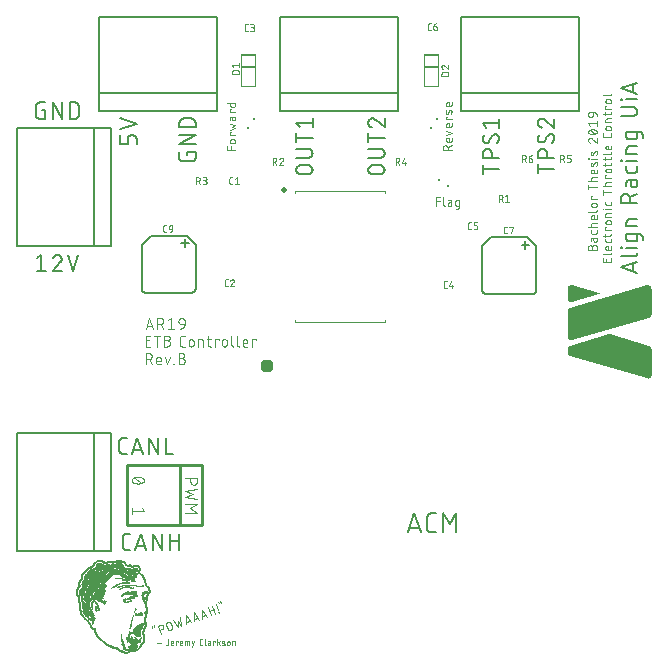
<source format=gto>
G04 EAGLE Gerber RS-274X export*
G75*
%MOMM*%
%FSLAX34Y34*%
%LPD*%
%INSilkscreen Top*%
%IPPOS*%
%AMOC8*
5,1,8,0,0,1.08239X$1,22.5*%
G01*
%ADD10C,0.127000*%
%ADD11C,0.076200*%
%ADD12C,0.050800*%
%ADD13R,0.180338X0.014988*%
%ADD14R,0.297175X0.014731*%
%ADD15R,0.403856X0.014981*%
%ADD16R,0.464819X0.014988*%
%ADD17R,0.523238X0.014988*%
%ADD18R,0.596900X0.014981*%
%ADD19R,0.642619X0.014731*%
%ADD20R,0.701037X0.014988*%
%ADD21R,0.434338X0.014981*%
%ADD22R,0.254000X0.014981*%
%ADD23R,0.373375X0.014988*%
%ADD24R,0.208275X0.014988*%
%ADD25R,0.088900X0.014988*%
%ADD26R,0.330200X0.014981*%
%ADD27R,0.449575X0.014981*%
%ADD28R,0.312419X0.014988*%
%ADD29R,0.508000X0.014988*%
%ADD30R,0.553719X0.014731*%
%ADD31R,0.269238X0.014988*%
%ADD32R,0.596900X0.014988*%
%ADD33R,0.269238X0.014981*%
%ADD34R,0.627375X0.014981*%
%ADD35R,0.254000X0.014988*%
%ADD36R,0.670556X0.014988*%
%ADD37R,0.685800X0.014981*%
%ADD38R,0.238756X0.014988*%
%ADD39R,0.060956X0.014988*%
%ADD40R,0.223519X0.014731*%
%ADD41R,0.193038X0.014731*%
%ADD42R,0.449581X0.014731*%
%ADD43R,0.208281X0.014981*%
%ADD44R,0.388619X0.014981*%
%ADD45R,0.223519X0.014988*%
%ADD46R,0.327656X0.014988*%
%ADD47R,0.342900X0.014988*%
%ADD48R,0.210819X0.014988*%
%ADD49R,0.358137X0.014988*%
%ADD50R,0.297181X0.014988*%
%ADD51R,0.210819X0.014981*%
%ADD52R,0.462281X0.014981*%
%ADD53R,0.210819X0.014731*%
%ADD54R,0.688338X0.014731*%
%ADD55R,0.254000X0.014731*%
%ADD56R,0.208281X0.014988*%
%ADD57R,0.792475X0.014988*%
%ADD58R,0.226056X0.014988*%
%ADD59R,0.284475X0.014981*%
%ADD60R,0.226056X0.014981*%
%ADD61R,0.492756X0.014988*%
%ADD62R,0.358137X0.014981*%
%ADD63R,0.523238X0.014981*%
%ADD64R,0.193038X0.014981*%
%ADD65R,0.403856X0.014988*%
%ADD66R,0.551181X0.014988*%
%ADD67R,0.193038X0.014988*%
%ADD68R,0.434338X0.014731*%
%ADD69R,0.596900X0.014731*%
%ADD70R,0.177800X0.014731*%
%ADD71R,0.241300X0.014988*%
%ADD72R,0.642619X0.014988*%
%ADD73R,0.492756X0.014981*%
%ADD74R,0.180338X0.014981*%
%ADD75R,0.716275X0.014988*%
%ADD76R,0.449581X0.014981*%
%ADD77R,0.223519X0.014981*%
%ADD78R,0.762000X0.014981*%
%ADD79R,0.165100X0.014981*%
%ADD80R,0.401319X0.014988*%
%ADD81R,0.822956X0.014988*%
%ADD82R,0.165100X0.014988*%
%ADD83R,0.373375X0.014731*%
%ADD84R,0.208281X0.014731*%
%ADD85R,0.850900X0.014731*%
%ADD86R,0.165100X0.014731*%
%ADD87R,0.342900X0.014981*%
%ADD88R,0.866138X0.014981*%
%ADD89R,0.149856X0.014981*%
%ADD90R,0.330200X0.014988*%
%ADD91R,0.881381X0.014988*%
%ADD92R,0.147319X0.014988*%
%ADD93R,0.312419X0.014981*%
%ADD94R,0.881375X0.014981*%
%ADD95R,0.299719X0.014731*%
%ADD96R,0.853438X0.014731*%
%ADD97R,0.134619X0.014731*%
%ADD98R,0.299719X0.014988*%
%ADD99R,0.657856X0.014988*%
%ADD100R,0.149856X0.014988*%
%ADD101R,0.281938X0.014981*%
%ADD102R,0.642619X0.014981*%
%ADD103R,0.134619X0.014981*%
%ADD104R,0.614675X0.014988*%
%ADD105R,0.134619X0.014988*%
%ADD106R,0.599438X0.014981*%
%ADD107R,0.599438X0.014988*%
%ADD108R,0.226056X0.014731*%
%ADD109R,0.568963X0.014731*%
%ADD110R,0.149856X0.014731*%
%ADD111R,0.568963X0.014988*%
%ADD112R,0.238756X0.014981*%
%ADD113R,0.553719X0.014981*%
%ADD114R,0.568956X0.014988*%
%ADD115R,0.119375X0.014988*%
%ADD116R,0.568956X0.014981*%
%ADD117R,0.568956X0.014731*%
%ADD118R,0.581656X0.014981*%
%ADD119R,0.177800X0.014981*%
%ADD120R,0.566419X0.014988*%
%ADD121R,0.581656X0.014988*%
%ADD122R,0.195575X0.014981*%
%ADD123R,0.238763X0.014731*%
%ADD124R,0.180338X0.014731*%
%ADD125R,0.612138X0.014988*%
%ADD126R,0.627381X0.014981*%
%ADD127R,0.657863X0.014981*%
%ADD128R,0.015238X0.014981*%
%ADD129R,0.688338X0.014988*%
%ADD130R,0.043181X0.014988*%
%ADD131R,0.208275X0.014731*%
%ADD132R,0.731519X0.014731*%
%ADD133R,0.058419X0.014731*%
%ADD134R,0.147319X0.014731*%
%ADD135R,0.015238X0.014988*%
%ADD136R,0.792481X0.014988*%
%ADD137R,1.074419X0.014981*%
%ADD138R,1.104900X0.014988*%
%ADD139R,0.121919X0.014981*%
%ADD140R,1.120138X0.014981*%
%ADD141R,0.119375X0.014981*%
%ADD142R,0.121919X0.014988*%
%ADD143R,1.135375X0.014988*%
%ADD144R,0.121919X0.014731*%
%ADD145R,1.150619X0.014731*%
%ADD146R,0.106675X0.014981*%
%ADD147R,1.165856X0.014981*%
%ADD148R,0.195581X0.014988*%
%ADD149R,0.106675X0.014988*%
%ADD150R,1.165856X0.014988*%
%ADD151R,0.195575X0.014988*%
%ADD152R,1.181100X0.014988*%
%ADD153R,1.196338X0.014981*%
%ADD154R,0.091438X0.014731*%
%ADD155R,1.196338X0.014731*%
%ADD156R,0.119381X0.014731*%
%ADD157R,0.177800X0.014988*%
%ADD158R,0.091438X0.014988*%
%ADD159R,1.211581X0.014988*%
%ADD160R,0.119381X0.014988*%
%ADD161R,0.091438X0.014981*%
%ADD162R,1.226819X0.014981*%
%ADD163R,0.119381X0.014981*%
%ADD164R,0.957581X0.014988*%
%ADD165R,0.927100X0.014981*%
%ADD166R,0.076200X0.014988*%
%ADD167R,0.673100X0.014988*%
%ADD168R,0.195581X0.014731*%
%ADD169R,0.076200X0.014731*%
%ADD170R,0.627381X0.014731*%
%ADD171R,0.076200X0.014981*%
%ADD172R,0.104138X0.014981*%
%ADD173R,0.538475X0.014988*%
%ADD174R,0.058419X0.014988*%
%ADD175R,0.299719X0.014981*%
%ADD176R,0.058419X0.014981*%
%ADD177R,0.043181X0.014981*%
%ADD178R,0.104138X0.014988*%
%ADD179R,0.073656X0.014988*%
%ADD180R,0.045719X0.014988*%
%ADD181R,0.088900X0.014981*%
%ADD182R,0.045719X0.014981*%
%ADD183R,0.073656X0.014731*%
%ADD184R,0.030475X0.014731*%
%ADD185R,0.030481X0.014731*%
%ADD186R,0.162556X0.014988*%
%ADD187R,0.043175X0.014981*%
%ADD188R,0.342900X0.014731*%
%ADD189R,0.403863X0.014988*%
%ADD190R,0.419100X0.014981*%
%ADD191R,0.449581X0.014988*%
%ADD192R,0.162562X0.014981*%
%ADD193R,0.464819X0.014981*%
%ADD194R,0.477519X0.014988*%
%ADD195R,0.477519X0.014731*%
%ADD196R,0.119375X0.014731*%
%ADD197R,0.492763X0.014981*%
%ADD198R,0.538481X0.014981*%
%ADD199R,0.060956X0.014731*%
%ADD200R,0.553719X0.014988*%
%ADD201R,0.073656X0.014981*%
%ADD202R,0.584200X0.014988*%
%ADD203R,0.612138X0.014981*%
%ADD204R,0.627381X0.014988*%
%ADD205R,0.657856X0.014731*%
%ADD206R,0.673100X0.014981*%
%ADD207R,0.073663X0.014731*%
%ADD208R,0.703581X0.014981*%
%ADD209R,0.703581X0.014988*%
%ADD210R,0.718819X0.014988*%
%ADD211R,0.718819X0.014981*%
%ADD212R,0.703575X0.014731*%
%ADD213R,0.703575X0.014981*%
%ADD214R,0.703575X0.014988*%
%ADD215R,0.701037X0.014981*%
%ADD216R,0.685800X0.014731*%
%ADD217R,0.685800X0.014988*%
%ADD218R,0.269238X0.014731*%
%ADD219R,0.673100X0.014731*%
%ADD220R,0.314956X0.014988*%
%ADD221R,0.657856X0.014981*%
%ADD222R,0.358137X0.014731*%
%ADD223R,0.027938X0.014981*%
%ADD224R,0.614681X0.014981*%
%ADD225R,0.132081X0.014988*%
%ADD226R,0.581663X0.014981*%
%ADD227R,0.147319X0.014981*%
%ADD228R,0.132081X0.014981*%
%ADD229R,0.088900X0.014731*%
%ADD230R,0.538481X0.014988*%
%ADD231R,0.149863X0.014988*%
%ADD232R,0.538475X0.014981*%
%ADD233R,0.149863X0.014981*%
%ADD234R,0.538475X0.014731*%
%ADD235R,0.535938X0.014988*%
%ADD236R,0.073663X0.014988*%
%ADD237R,0.447038X0.014731*%
%ADD238R,0.149863X0.014731*%
%ADD239R,0.073663X0.014981*%
%ADD240R,0.284481X0.014988*%
%ADD241R,0.345438X0.014731*%
%ADD242R,0.373381X0.014981*%
%ADD243R,0.060956X0.014981*%
%ADD244R,0.447038X0.014988*%
%ADD245R,0.477519X0.014981*%
%ADD246R,0.523238X0.014731*%
%ADD247R,0.132081X0.014731*%
%ADD248R,0.195575X0.014731*%
%ADD249R,0.312419X0.014731*%
%ADD250R,0.195581X0.014981*%
%ADD251R,0.373375X0.014981*%
%ADD252R,0.373381X0.014988*%
%ADD253R,0.388619X0.014731*%
%ADD254R,0.043181X0.014731*%
%ADD255R,0.162556X0.014981*%
%ADD256R,0.386081X0.014988*%
%ADD257R,0.388619X0.014988*%
%ADD258R,0.238756X0.014731*%
%ADD259R,0.403856X0.014731*%
%ADD260R,0.027938X0.014731*%
%ADD261R,0.043175X0.014988*%
%ADD262R,0.434338X0.014988*%
%ADD263R,0.030475X0.014988*%
%ADD264R,0.030475X0.014981*%
%ADD265R,0.314956X0.014731*%
%ADD266R,0.449575X0.014731*%
%ADD267R,0.449575X0.014988*%
%ADD268R,0.284475X0.014988*%
%ADD269R,0.822956X0.014981*%
%ADD270R,0.838200X0.014981*%
%ADD271R,0.688338X0.014981*%
%ADD272R,0.835656X0.014988*%
%ADD273R,0.835656X0.014731*%
%ADD274R,0.106681X0.014731*%
%ADD275R,0.538481X0.014731*%
%ADD276R,0.850900X0.014981*%
%ADD277R,0.447038X0.014981*%
%ADD278R,0.835663X0.014988*%
%ADD279R,0.850900X0.014988*%
%ADD280R,0.345438X0.014988*%
%ADD281R,0.835656X0.014981*%
%ADD282R,0.162562X0.014988*%
%ADD283R,0.822963X0.014731*%
%ADD284R,0.807719X0.014988*%
%ADD285R,0.208275X0.014981*%
%ADD286R,0.627375X0.014988*%
%ADD287R,0.614675X0.014731*%
%ADD288R,0.104138X0.014731*%
%ADD289R,0.106681X0.014981*%
%ADD290R,0.551175X0.014988*%
%ADD291R,0.535938X0.014981*%
%ADD292R,0.520700X0.014981*%
%ADD293R,0.520700X0.014988*%
%ADD294R,0.520700X0.014731*%
%ADD295R,0.508000X0.014981*%
%ADD296R,0.492756X0.014731*%
%ADD297R,0.416556X0.014981*%
%ADD298R,0.416556X0.014988*%
%ADD299R,0.401319X0.014981*%
%ADD300R,0.106675X0.014731*%
%ADD301R,0.401319X0.014731*%
%ADD302R,0.375919X0.014981*%
%ADD303R,0.360675X0.014988*%
%ADD304R,0.627375X0.014731*%
%ADD305R,0.162556X0.014731*%
%ADD306R,0.030481X0.014988*%
%ADD307R,0.345438X0.014981*%
%ADD308R,0.360675X0.014981*%
%ADD309R,0.375919X0.014988*%
%ADD310R,0.327656X0.014731*%
%ADD311R,0.431800X0.014988*%
%ADD312R,0.027938X0.014988*%
%ADD313R,0.327656X0.014981*%
%ADD314R,0.584200X0.014981*%
%ADD315R,0.655319X0.014988*%
%ADD316R,0.670556X0.014981*%
%ADD317R,0.731519X0.014981*%
%ADD318R,0.762000X0.014988*%
%ADD319R,0.820419X0.014731*%
%ADD320R,0.462281X0.014731*%
%ADD321R,1.508756X0.014981*%
%ADD322R,1.582419X0.014988*%
%ADD323R,1.643375X0.014988*%
%ADD324R,0.462281X0.014988*%
%ADD325R,0.942338X0.014731*%
%ADD326R,0.972819X0.014988*%
%ADD327R,1.000756X0.014981*%
%ADD328R,1.016000X0.014988*%
%ADD329R,1.031238X0.014981*%
%ADD330R,1.016000X0.014731*%
%ADD331R,1.000756X0.014988*%
%ADD332R,0.985519X0.014981*%
%ADD333R,0.985519X0.014988*%
%ADD334R,0.281938X0.014988*%
%ADD335R,0.012700X0.014988*%
%ADD336R,0.581656X0.014731*%
%ADD337R,0.972819X0.014731*%
%ADD338R,0.957575X0.014981*%
%ADD339R,0.942338X0.014988*%
%ADD340R,0.911863X0.014981*%
%ADD341R,0.551175X0.014981*%
%ADD342R,0.297181X0.014731*%
%ADD343R,0.327663X0.014731*%
%ADD344R,0.988056X0.014981*%
%ADD345R,0.314956X0.014981*%
%ADD346R,0.327663X0.014988*%
%ADD347R,1.043937X0.014981*%
%ADD348R,0.431800X0.014981*%
%ADD349R,1.074419X0.014988*%
%ADD350R,0.419100X0.014988*%
%ADD351R,1.104900X0.014731*%
%ADD352R,0.464819X0.014731*%
%ADD353R,0.820419X0.014988*%
%ADD354R,0.820419X0.014981*%
%ADD355R,1.150619X0.014981*%
%ADD356R,0.805175X0.014988*%
%ADD357R,1.120138X0.014988*%
%ADD358R,0.792475X0.014981*%
%ADD359R,1.089662X0.014981*%
%ADD360R,1.043937X0.014988*%
%ADD361R,0.807719X0.014731*%
%ADD362R,1.028700X0.014731*%
%ADD363R,0.853438X0.014981*%
%ADD364R,0.883919X0.014988*%
%ADD365R,0.970281X0.014988*%
%ADD366R,0.939800X0.014988*%
%ADD367R,0.566419X0.014981*%
%ADD368R,0.896619X0.014981*%
%ADD369R,0.909319X0.014981*%
%ADD370R,0.896619X0.014731*%
%ADD371R,0.881381X0.014731*%
%ADD372R,0.896619X0.014988*%
%ADD373R,0.492763X0.014988*%
%ADD374R,0.909319X0.014988*%
%ADD375R,0.492763X0.014731*%
%ADD376R,1.643375X0.014731*%
%ADD377R,1.658619X0.014981*%
%ADD378R,1.671319X0.014988*%
%ADD379R,1.343656X0.014981*%
%ADD380R,1.297937X0.014988*%
%ADD381R,0.416556X0.014731*%
%ADD382R,1.270000X0.014731*%
%ADD383R,0.284475X0.014731*%
%ADD384R,1.254763X0.014981*%
%ADD385R,1.239519X0.014988*%
%ADD386R,1.628138X0.014988*%
%ADD387R,1.584956X0.014981*%
%ADD388R,1.524000X0.014731*%
%ADD389R,0.045719X0.014731*%
%ADD390R,1.478281X0.014988*%
%ADD391R,1.450338X0.014981*%
%ADD392R,1.419856X0.014988*%
%ADD393R,1.419856X0.014981*%
%ADD394R,1.389381X0.014988*%
%ADD395R,1.374138X0.014731*%
%ADD396R,0.746762X0.014988*%
%ADD397R,0.162562X0.014731*%
%ADD398R,0.360675X0.014731*%
%ADD399R,0.716281X0.014731*%
%ADD400R,0.655319X0.014981*%
%ADD401R,0.495300X0.014981*%
%ADD402R,0.614675X0.014981*%
%ADD403R,0.241300X0.014981*%
%ADD404R,0.629919X0.014731*%
%ADD405R,0.762000X0.014731*%
%ADD406R,1.435100X0.014988*%
%ADD407R,1.450338X0.014988*%
%ADD408R,0.805181X0.014981*%
%ADD409R,1.404619X0.014988*%
%ADD410R,0.508000X0.014731*%
%ADD411R,1.404619X0.014731*%
%ADD412R,1.389375X0.014988*%
%ADD413R,1.358900X0.014981*%
%ADD414R,1.343662X0.014988*%
%ADD415R,0.970281X0.014981*%
%ADD416R,0.297181X0.014981*%
%ADD417R,1.628138X0.014731*%
%ADD418R,1.612900X0.014981*%
%ADD419R,1.597656X0.014988*%
%ADD420R,1.584956X0.014988*%
%ADD421R,1.600200X0.014981*%
%ADD422R,0.297175X0.014981*%
%ADD423R,1.584956X0.014731*%
%ADD424R,0.777238X0.014731*%
%ADD425R,1.569719X0.014988*%
%ADD426R,1.554475X0.014981*%
%ADD427R,1.524000X0.014988*%
%ADD428R,1.493519X0.014981*%
%ADD429R,0.462275X0.014988*%
%ADD430R,1.447800X0.014731*%
%ADD431R,1.343656X0.014988*%
%ADD432R,1.315719X0.014981*%
%ADD433R,1.300475X0.014988*%
%ADD434R,1.300475X0.014731*%
%ADD435R,2.004056X0.014981*%
%ADD436R,2.001519X0.014988*%
%ADD437R,1.539238X0.014981*%
%ADD438R,1.569719X0.014731*%
%ADD439R,0.566419X0.014731*%
%ADD440R,1.600200X0.014988*%
%ADD441R,1.643381X0.014981*%
%ADD442R,0.927100X0.014988*%
%ADD443R,1.361438X0.014731*%
%ADD444R,0.911856X0.014731*%
%ADD445R,1.346200X0.014988*%
%ADD446R,0.881375X0.014988*%
%ADD447R,1.330956X0.014981*%
%ADD448R,0.238763X0.014988*%
%ADD449R,1.315719X0.014988*%
%ADD450R,0.238763X0.014981*%
%ADD451R,1.300475X0.014981*%
%ADD452R,0.416563X0.014988*%
%ADD453R,0.911856X0.014981*%
%ADD454R,0.955038X0.014988*%
%ADD455R,1.000762X0.014988*%
%ADD456R,0.284481X0.014731*%
%ADD457R,1.089656X0.014731*%
%ADD458R,0.284481X0.014981*%
%ADD459R,1.181100X0.014981*%
%ADD460R,0.657863X0.014988*%
%ADD461R,0.734056X0.014988*%
%ADD462R,0.670556X0.014731*%
%ADD463R,0.774700X0.014731*%
%ADD464R,0.805181X0.014988*%
%ADD465R,0.942338X0.014981*%
%ADD466R,0.911856X0.014988*%
%ADD467R,0.881381X0.014981*%
%ADD468R,1.254756X0.014988*%
%ADD469R,1.209037X0.014731*%
%ADD470R,0.419100X0.014731*%
%ADD471R,0.266700X0.014981*%
%ADD472R,1.658619X0.014988*%
%ADD473R,0.297175X0.014988*%
%ADD474R,1.361438X0.014988*%
%ADD475R,1.628138X0.014981*%
%ADD476R,1.643381X0.014988*%
%ADD477R,1.285238X0.014988*%
%ADD478R,1.239519X0.014981*%
%ADD479R,1.193800X0.014988*%
%ADD480R,1.656081X0.014731*%
%ADD481R,0.584200X0.014731*%
%ADD482R,1.673856X0.014988*%
%ADD483R,1.689100X0.014981*%
%ADD484R,0.955038X0.014981*%
%ADD485R,1.719581X0.014988*%
%ADD486R,1.719581X0.014981*%
%ADD487R,1.046481X0.014981*%
%ADD488R,1.734819X0.014988*%
%ADD489R,1.089662X0.014988*%
%ADD490R,1.747519X0.014731*%
%ADD491R,2.240281X0.014731*%
%ADD492R,1.778000X0.014981*%
%ADD493R,2.255519X0.014981*%
%ADD494R,0.866138X0.014988*%
%ADD495R,3.048000X0.014988*%
%ADD496R,2.971800X0.014988*%
%ADD497R,2.898138X0.014981*%
%ADD498R,0.701037X0.014731*%
%ADD499R,2.837181X0.014731*%
%ADD500R,2.778756X0.014988*%
%ADD501R,2.733038X0.014981*%
%ADD502R,2.016756X0.014988*%
%ADD503R,0.838200X0.014988*%
%ADD504R,1.958338X0.014981*%
%ADD505R,1.912619X0.014988*%
%ADD506R,1.838956X0.014731*%
%ADD507R,1.196338X0.014988*%
%ADD508R,1.135375X0.014981*%
%ADD509R,1.059181X0.014988*%
%ADD510R,1.089656X0.014988*%
%ADD511R,1.046475X0.014981*%
%ADD512R,1.031238X0.014988*%
%ADD513R,0.970281X0.014731*%
%ADD514R,1.076956X0.014731*%
%ADD515R,1.061719X0.014988*%
%ADD516R,1.076956X0.014981*%
%ADD517R,0.955038X0.014731*%
%ADD518R,1.092200X0.014731*%
%ADD519R,1.612900X0.014988*%
%ADD520R,1.582419X0.014981*%
%ADD521R,1.554475X0.014988*%
%ADD522R,2.555238X0.014981*%
%ADD523R,2.496819X0.014988*%
%ADD524R,2.451100X0.014731*%
%ADD525R,2.420619X0.014988*%
%ADD526R,2.405375X0.014981*%
%ADD527R,2.374900X0.014988*%
%ADD528R,2.374900X0.014981*%
%ADD529R,0.314963X0.014981*%
%ADD530R,2.344419X0.014731*%
%ADD531R,2.344419X0.014981*%
%ADD532R,2.329181X0.014988*%
%ADD533R,2.313938X0.014988*%
%ADD534R,1.031238X0.014731*%
%ADD535R,0.330200X0.014731*%
%ADD536R,0.866138X0.014731*%
%ADD537R,1.480819X0.014988*%
%ADD538R,1.374138X0.014981*%
%ADD539R,1.046481X0.014988*%
%ADD540R,0.655319X0.014731*%
%ADD541R,0.927100X0.014731*%
%ADD542C,0.152400*%
%ADD543C,0.050000*%
%ADD544C,0.250000*%
%ADD545R,0.200000X0.200000*%
%ADD546C,0.500000*%
%ADD547C,0.120000*%
%ADD548C,0.609600*%
%ADD549C,0.254000*%

G36*
X482812Y269308D02*
X482812Y269308D01*
X482843Y269304D01*
X483104Y269319D01*
X483129Y269326D01*
X483163Y269326D01*
X483472Y269381D01*
X483494Y269390D01*
X483525Y269393D01*
X548789Y288525D01*
X548802Y288532D01*
X548819Y288535D01*
X549114Y288643D01*
X549138Y288657D01*
X549174Y288669D01*
X549453Y288814D01*
X549473Y288830D01*
X549504Y288845D01*
X549720Y288993D01*
X549738Y289012D01*
X549768Y289030D01*
X550003Y289237D01*
X550020Y289259D01*
X550049Y289283D01*
X550256Y289519D01*
X550270Y289543D01*
X550296Y289570D01*
X550470Y289831D01*
X550480Y289855D01*
X550500Y289882D01*
X550619Y290115D01*
X550626Y290140D01*
X550643Y290169D01*
X550751Y290463D01*
X550756Y290491D01*
X550770Y290525D01*
X550840Y290831D01*
X550841Y290858D01*
X550850Y290894D01*
X550881Y291206D01*
X550878Y291227D01*
X550883Y291255D01*
X550884Y313297D01*
X550881Y313314D01*
X550883Y313337D01*
X550853Y313702D01*
X550845Y313731D01*
X550843Y313771D01*
X550774Y314077D01*
X550762Y314103D01*
X550755Y314140D01*
X550647Y314435D01*
X550641Y314443D01*
X550641Y314446D01*
X550634Y314455D01*
X550632Y314459D01*
X550620Y314495D01*
X550474Y314773D01*
X550455Y314796D01*
X550437Y314832D01*
X550223Y315129D01*
X550198Y315152D01*
X550171Y315190D01*
X549875Y315486D01*
X549845Y315506D01*
X549810Y315541D01*
X549468Y315782D01*
X549437Y315795D01*
X549399Y315823D01*
X549070Y315983D01*
X549037Y315992D01*
X548995Y316013D01*
X548594Y316133D01*
X548560Y316136D01*
X548514Y316150D01*
X548151Y316197D01*
X548118Y316194D01*
X548074Y316200D01*
X547708Y316191D01*
X547676Y316183D01*
X547632Y316183D01*
X547272Y316117D01*
X547250Y316109D01*
X547221Y316105D01*
X482004Y296997D01*
X481992Y296990D01*
X481974Y296987D01*
X481679Y296879D01*
X481656Y296865D01*
X481621Y296854D01*
X481342Y296710D01*
X481320Y296693D01*
X481287Y296677D01*
X481029Y296499D01*
X481009Y296479D01*
X480978Y296459D01*
X480745Y296249D01*
X480730Y296229D01*
X480704Y296207D01*
X480531Y296011D01*
X480518Y295989D01*
X480495Y295965D01*
X480317Y295706D01*
X480306Y295680D01*
X480284Y295651D01*
X480141Y295371D01*
X480133Y295344D01*
X480115Y295312D01*
X480009Y295017D01*
X480005Y294989D01*
X479991Y294954D01*
X479924Y294648D01*
X479924Y294622D01*
X479915Y294589D01*
X479890Y294328D01*
X479893Y294307D01*
X479888Y294281D01*
X479886Y272239D01*
X479889Y272225D01*
X479887Y272208D01*
X479907Y271895D01*
X479913Y271870D01*
X479914Y271837D01*
X479960Y271579D01*
X479969Y271557D01*
X479973Y271527D01*
X480047Y271276D01*
X480058Y271255D01*
X480065Y271225D01*
X480166Y270983D01*
X480180Y270963D01*
X480190Y270934D01*
X480316Y270705D01*
X480332Y270687D01*
X480345Y270660D01*
X480496Y270446D01*
X480515Y270428D01*
X480533Y270400D01*
X480742Y270166D01*
X480763Y270151D01*
X480784Y270125D01*
X480980Y269952D01*
X481003Y269939D01*
X481026Y269916D01*
X481285Y269738D01*
X481308Y269727D01*
X481335Y269707D01*
X481566Y269585D01*
X481589Y269578D01*
X481615Y269562D01*
X481858Y269465D01*
X481881Y269461D01*
X481909Y269448D01*
X482161Y269378D01*
X482185Y269376D01*
X482214Y269366D01*
X482473Y269324D01*
X482497Y269325D01*
X482527Y269318D01*
X482788Y269304D01*
X482812Y269308D01*
G37*
G36*
X548047Y237074D02*
X548047Y237074D01*
X548075Y237071D01*
X548284Y237087D01*
X548303Y237092D01*
X548327Y237092D01*
X548534Y237126D01*
X548554Y237133D01*
X548582Y237136D01*
X548835Y237203D01*
X548854Y237213D01*
X548881Y237218D01*
X549077Y237292D01*
X549096Y237303D01*
X549122Y237311D01*
X549357Y237426D01*
X549376Y237440D01*
X549404Y237452D01*
X549625Y237591D01*
X549640Y237606D01*
X549664Y237619D01*
X549830Y237747D01*
X549844Y237763D01*
X549866Y237778D01*
X550057Y237957D01*
X550069Y237975D01*
X550090Y237992D01*
X550228Y238149D01*
X550239Y238168D01*
X550258Y238187D01*
X550411Y238399D01*
X550420Y238419D01*
X550438Y238440D01*
X550543Y238621D01*
X550550Y238642D01*
X550565Y238665D01*
X550674Y238903D01*
X550679Y238924D01*
X550692Y238948D01*
X550760Y239146D01*
X550763Y239170D01*
X550775Y239199D01*
X550843Y239505D01*
X550844Y239535D01*
X550854Y239575D01*
X550883Y239940D01*
X550881Y239957D01*
X550884Y239979D01*
X550884Y262126D01*
X550880Y262143D01*
X550882Y262164D01*
X550862Y262425D01*
X550857Y262446D01*
X550856Y262473D01*
X550820Y262679D01*
X550812Y262699D01*
X550810Y262726D01*
X550740Y262979D01*
X550730Y262998D01*
X550724Y263025D01*
X550649Y263220D01*
X550642Y263231D01*
X550640Y263241D01*
X550635Y263248D01*
X550630Y263264D01*
X550513Y263498D01*
X550499Y263515D01*
X550489Y263540D01*
X550378Y263717D01*
X550365Y263731D01*
X550354Y263752D01*
X550227Y263920D01*
X550212Y263934D01*
X550197Y263956D01*
X550020Y264149D01*
X550001Y264163D01*
X549982Y264187D01*
X549786Y264359D01*
X549763Y264372D01*
X549739Y264396D01*
X549481Y264574D01*
X549455Y264585D01*
X549426Y264607D01*
X549146Y264751D01*
X549122Y264758D01*
X549093Y264774D01*
X548847Y264866D01*
X548832Y264868D01*
X548813Y264877D01*
X515602Y274607D01*
X515543Y274612D01*
X515486Y274627D01*
X515438Y274621D01*
X515404Y274624D01*
X515370Y274613D01*
X515321Y274607D01*
X482014Y264833D01*
X482003Y264828D01*
X481990Y264826D01*
X481693Y264722D01*
X481671Y264709D01*
X481639Y264699D01*
X481404Y264585D01*
X481385Y264570D01*
X481356Y264558D01*
X481135Y264418D01*
X481118Y264402D01*
X481091Y264387D01*
X480886Y264224D01*
X480869Y264204D01*
X480842Y264184D01*
X480621Y263961D01*
X480607Y263939D01*
X480582Y263916D01*
X480421Y263709D01*
X480411Y263688D01*
X480391Y263665D01*
X480253Y263442D01*
X480245Y263420D01*
X480228Y263395D01*
X480115Y263158D01*
X480110Y263135D01*
X480095Y263108D01*
X480009Y262861D01*
X480005Y262836D01*
X479992Y262804D01*
X479925Y262497D01*
X479925Y262469D01*
X479915Y262433D01*
X479888Y262121D01*
X479891Y262102D01*
X479887Y262078D01*
X479886Y259093D01*
X479889Y259077D01*
X479887Y259056D01*
X479915Y258691D01*
X479924Y258660D01*
X479926Y258616D01*
X480009Y258259D01*
X480023Y258228D01*
X480033Y258182D01*
X480192Y257795D01*
X480210Y257767D01*
X480228Y257723D01*
X480420Y257411D01*
X480441Y257388D01*
X480463Y257351D01*
X480699Y257071D01*
X480726Y257050D01*
X480756Y257014D01*
X481073Y256741D01*
X481103Y256724D01*
X481138Y256694D01*
X481450Y256503D01*
X481481Y256491D01*
X481521Y256467D01*
X481908Y256308D01*
X481931Y256303D01*
X481957Y256290D01*
X547173Y237180D01*
X547187Y237179D01*
X547204Y237172D01*
X547459Y237115D01*
X547481Y237114D01*
X547507Y237107D01*
X547715Y237081D01*
X547736Y237082D01*
X547764Y237077D01*
X548025Y237070D01*
X548047Y237074D01*
G37*
G36*
X483014Y301474D02*
X483014Y301474D01*
X483037Y301479D01*
X483068Y301478D01*
X483328Y301509D01*
X483352Y301517D01*
X483385Y301519D01*
X483690Y301592D01*
X483701Y301597D01*
X483715Y301598D01*
X506764Y308360D01*
X506815Y308387D01*
X506870Y308405D01*
X506902Y308433D01*
X506940Y308452D01*
X506977Y308497D01*
X507020Y308535D01*
X507039Y308574D01*
X507066Y308607D01*
X507082Y308662D01*
X507107Y308714D01*
X507109Y308757D01*
X507121Y308798D01*
X507114Y308855D01*
X507117Y308913D01*
X507103Y308953D01*
X507098Y308995D01*
X507069Y309045D01*
X507049Y309100D01*
X507020Y309131D01*
X506999Y309168D01*
X506953Y309203D01*
X506914Y309245D01*
X506869Y309267D01*
X506841Y309288D01*
X506807Y309297D01*
X506764Y309318D01*
X483650Y316093D01*
X483635Y316095D01*
X483618Y316102D01*
X483362Y316158D01*
X483339Y316159D01*
X483310Y316167D01*
X483050Y316196D01*
X483026Y316194D01*
X482996Y316200D01*
X482734Y316201D01*
X482711Y316196D01*
X482680Y316198D01*
X482420Y316170D01*
X482393Y316162D01*
X482356Y316159D01*
X481999Y316074D01*
X481971Y316060D01*
X481928Y316051D01*
X481589Y315913D01*
X481586Y315911D01*
X481582Y315910D01*
X481559Y315894D01*
X481522Y315880D01*
X481207Y315694D01*
X481182Y315671D01*
X481143Y315648D01*
X480821Y315381D01*
X480800Y315355D01*
X480764Y315325D01*
X480523Y315050D01*
X480507Y315022D01*
X480478Y314989D01*
X480281Y314681D01*
X480269Y314650D01*
X480245Y314613D01*
X480097Y314278D01*
X480090Y314246D01*
X480072Y314205D01*
X479978Y313852D01*
X479976Y313817D01*
X479963Y313771D01*
X479923Y313355D01*
X479925Y313334D01*
X479921Y313307D01*
X479921Y304405D01*
X479923Y304394D01*
X479921Y304379D01*
X479935Y304118D01*
X479941Y304095D01*
X479940Y304065D01*
X479982Y303806D01*
X479990Y303784D01*
X479993Y303753D01*
X480063Y303501D01*
X480073Y303480D01*
X480080Y303449D01*
X480176Y303206D01*
X480189Y303186D01*
X480199Y303157D01*
X480321Y302925D01*
X480336Y302907D01*
X480349Y302879D01*
X480495Y302662D01*
X480512Y302645D01*
X480528Y302619D01*
X480697Y302419D01*
X480715Y302405D01*
X480733Y302381D01*
X480922Y302200D01*
X480942Y302187D01*
X480962Y302165D01*
X481170Y302006D01*
X481193Y301994D01*
X481218Y301973D01*
X481487Y301812D01*
X481511Y301803D01*
X481539Y301785D01*
X481777Y301677D01*
X481800Y301672D01*
X481827Y301658D01*
X482076Y301577D01*
X482100Y301574D01*
X482128Y301563D01*
X482384Y301509D01*
X482408Y301508D01*
X482438Y301500D01*
X482698Y301474D01*
X482722Y301477D01*
X482752Y301472D01*
X483014Y301474D01*
G37*
D10*
X157237Y426277D02*
X157237Y428565D01*
X164865Y428565D01*
X164865Y423988D01*
X164863Y423879D01*
X164857Y423770D01*
X164848Y423662D01*
X164834Y423554D01*
X164817Y423446D01*
X164795Y423339D01*
X164770Y423233D01*
X164741Y423128D01*
X164709Y423025D01*
X164673Y422922D01*
X164633Y422820D01*
X164589Y422721D01*
X164542Y422622D01*
X164492Y422526D01*
X164438Y422431D01*
X164381Y422339D01*
X164320Y422248D01*
X164256Y422160D01*
X164190Y422074D01*
X164120Y421990D01*
X164047Y421909D01*
X163971Y421831D01*
X163893Y421755D01*
X163812Y421682D01*
X163728Y421612D01*
X163642Y421546D01*
X163554Y421482D01*
X163464Y421421D01*
X163371Y421364D01*
X163276Y421310D01*
X163180Y421260D01*
X163081Y421213D01*
X162982Y421169D01*
X162880Y421129D01*
X162778Y421093D01*
X162674Y421061D01*
X162569Y421032D01*
X162463Y421007D01*
X162356Y420985D01*
X162248Y420968D01*
X162140Y420954D01*
X162032Y420945D01*
X161923Y420939D01*
X161814Y420937D01*
X154186Y420937D01*
X154077Y420939D01*
X153968Y420945D01*
X153860Y420954D01*
X153752Y420968D01*
X153644Y420985D01*
X153537Y421007D01*
X153431Y421032D01*
X153326Y421061D01*
X153223Y421093D01*
X153120Y421129D01*
X153018Y421169D01*
X152919Y421213D01*
X152820Y421260D01*
X152724Y421310D01*
X152629Y421364D01*
X152537Y421421D01*
X152446Y421482D01*
X152358Y421546D01*
X152272Y421612D01*
X152188Y421682D01*
X152107Y421755D01*
X152029Y421831D01*
X151953Y421909D01*
X151880Y421990D01*
X151810Y422074D01*
X151744Y422160D01*
X151680Y422248D01*
X151619Y422338D01*
X151562Y422431D01*
X151508Y422526D01*
X151458Y422622D01*
X151411Y422721D01*
X151367Y422820D01*
X151327Y422922D01*
X151291Y423024D01*
X151259Y423128D01*
X151230Y423233D01*
X151205Y423339D01*
X151183Y423446D01*
X151166Y423554D01*
X151152Y423662D01*
X151143Y423770D01*
X151137Y423879D01*
X151135Y423988D01*
X151135Y428565D01*
X151135Y435337D02*
X164865Y435337D01*
X164865Y442965D02*
X151135Y435337D01*
X151135Y442965D02*
X164865Y442965D01*
X164865Y449737D02*
X151135Y449737D01*
X151135Y453551D01*
X151137Y453673D01*
X151143Y453795D01*
X151153Y453917D01*
X151166Y454039D01*
X151184Y454160D01*
X151205Y454280D01*
X151231Y454400D01*
X151260Y454518D01*
X151293Y454636D01*
X151329Y454753D01*
X151370Y454868D01*
X151414Y454982D01*
X151461Y455095D01*
X151513Y455206D01*
X151568Y455315D01*
X151626Y455423D01*
X151687Y455528D01*
X151753Y455632D01*
X151821Y455733D01*
X151892Y455832D01*
X151967Y455929D01*
X152045Y456023D01*
X152126Y456115D01*
X152209Y456204D01*
X152296Y456291D01*
X152385Y456374D01*
X152477Y456455D01*
X152571Y456533D01*
X152668Y456608D01*
X152767Y456679D01*
X152868Y456747D01*
X152972Y456813D01*
X153077Y456874D01*
X153185Y456932D01*
X153294Y456987D01*
X153405Y457039D01*
X153518Y457086D01*
X153632Y457130D01*
X153747Y457171D01*
X153864Y457207D01*
X153982Y457240D01*
X154100Y457269D01*
X154220Y457295D01*
X154340Y457316D01*
X154461Y457334D01*
X154583Y457347D01*
X154705Y457357D01*
X154827Y457363D01*
X154949Y457365D01*
X161051Y457365D01*
X161173Y457363D01*
X161295Y457357D01*
X161417Y457347D01*
X161539Y457334D01*
X161660Y457316D01*
X161780Y457295D01*
X161900Y457269D01*
X162018Y457240D01*
X162136Y457207D01*
X162253Y457171D01*
X162368Y457130D01*
X162482Y457086D01*
X162595Y457039D01*
X162706Y456987D01*
X162815Y456932D01*
X162923Y456874D01*
X163028Y456813D01*
X163132Y456747D01*
X163233Y456679D01*
X163332Y456608D01*
X163429Y456533D01*
X163523Y456455D01*
X163615Y456374D01*
X163704Y456291D01*
X163791Y456204D01*
X163874Y456115D01*
X163955Y456023D01*
X164033Y455929D01*
X164108Y455832D01*
X164179Y455733D01*
X164247Y455632D01*
X164313Y455528D01*
X164374Y455423D01*
X164432Y455315D01*
X164487Y455206D01*
X164539Y455095D01*
X164586Y454982D01*
X164630Y454868D01*
X164671Y454753D01*
X164707Y454636D01*
X164740Y454518D01*
X164769Y454400D01*
X164795Y454280D01*
X164816Y454160D01*
X164834Y454039D01*
X164847Y453917D01*
X164857Y453795D01*
X164863Y453673D01*
X164865Y453551D01*
X164865Y449737D01*
X114865Y440051D02*
X114865Y435474D01*
X114865Y440051D02*
X114863Y440160D01*
X114857Y440269D01*
X114848Y440377D01*
X114834Y440485D01*
X114817Y440593D01*
X114795Y440700D01*
X114770Y440806D01*
X114741Y440911D01*
X114709Y441015D01*
X114673Y441117D01*
X114633Y441219D01*
X114589Y441318D01*
X114542Y441417D01*
X114492Y441513D01*
X114438Y441608D01*
X114381Y441700D01*
X114320Y441791D01*
X114256Y441879D01*
X114190Y441965D01*
X114120Y442049D01*
X114047Y442130D01*
X113971Y442208D01*
X113893Y442284D01*
X113812Y442357D01*
X113728Y442427D01*
X113642Y442493D01*
X113554Y442557D01*
X113463Y442618D01*
X113371Y442675D01*
X113276Y442729D01*
X113180Y442779D01*
X113081Y442826D01*
X112982Y442870D01*
X112880Y442910D01*
X112778Y442946D01*
X112674Y442978D01*
X112569Y443007D01*
X112463Y443032D01*
X112356Y443054D01*
X112248Y443071D01*
X112140Y443085D01*
X112032Y443094D01*
X111923Y443100D01*
X111814Y443102D01*
X110288Y443102D01*
X110179Y443100D01*
X110070Y443094D01*
X109962Y443085D01*
X109854Y443071D01*
X109746Y443054D01*
X109639Y443032D01*
X109533Y443007D01*
X109428Y442978D01*
X109325Y442946D01*
X109222Y442910D01*
X109120Y442870D01*
X109021Y442826D01*
X108922Y442779D01*
X108826Y442729D01*
X108731Y442675D01*
X108639Y442618D01*
X108548Y442557D01*
X108460Y442493D01*
X108374Y442427D01*
X108290Y442357D01*
X108209Y442284D01*
X108131Y442208D01*
X108055Y442130D01*
X107982Y442049D01*
X107912Y441965D01*
X107846Y441879D01*
X107782Y441791D01*
X107721Y441701D01*
X107664Y441608D01*
X107610Y441513D01*
X107560Y441417D01*
X107513Y441318D01*
X107469Y441219D01*
X107429Y441117D01*
X107393Y441015D01*
X107361Y440911D01*
X107332Y440806D01*
X107307Y440700D01*
X107285Y440593D01*
X107268Y440485D01*
X107254Y440377D01*
X107245Y440269D01*
X107239Y440160D01*
X107237Y440051D01*
X107237Y435474D01*
X101135Y435474D01*
X101135Y443102D01*
X101135Y448212D02*
X114865Y452788D01*
X101135Y457365D01*
X407935Y414461D02*
X421665Y414461D01*
X407935Y410647D02*
X407935Y418275D01*
X407935Y423903D02*
X421665Y423903D01*
X407935Y423903D02*
X407935Y427717D01*
X407937Y427839D01*
X407943Y427961D01*
X407953Y428083D01*
X407966Y428205D01*
X407984Y428326D01*
X408005Y428446D01*
X408031Y428566D01*
X408060Y428684D01*
X408093Y428802D01*
X408129Y428919D01*
X408170Y429034D01*
X408214Y429148D01*
X408261Y429261D01*
X408313Y429372D01*
X408368Y429481D01*
X408426Y429589D01*
X408487Y429694D01*
X408553Y429798D01*
X408621Y429899D01*
X408692Y429998D01*
X408767Y430095D01*
X408845Y430189D01*
X408926Y430281D01*
X409009Y430370D01*
X409096Y430457D01*
X409185Y430540D01*
X409277Y430621D01*
X409371Y430699D01*
X409468Y430774D01*
X409567Y430845D01*
X409668Y430913D01*
X409772Y430979D01*
X409877Y431040D01*
X409985Y431098D01*
X410094Y431153D01*
X410205Y431205D01*
X410318Y431252D01*
X410432Y431296D01*
X410547Y431337D01*
X410664Y431373D01*
X410782Y431406D01*
X410900Y431435D01*
X411020Y431461D01*
X411140Y431482D01*
X411261Y431500D01*
X411383Y431513D01*
X411505Y431523D01*
X411627Y431529D01*
X411749Y431531D01*
X411871Y431529D01*
X411993Y431523D01*
X412115Y431513D01*
X412237Y431500D01*
X412358Y431482D01*
X412478Y431461D01*
X412598Y431435D01*
X412716Y431406D01*
X412834Y431373D01*
X412951Y431337D01*
X413066Y431296D01*
X413180Y431252D01*
X413293Y431205D01*
X413404Y431153D01*
X413513Y431098D01*
X413621Y431040D01*
X413726Y430979D01*
X413830Y430913D01*
X413931Y430845D01*
X414030Y430774D01*
X414127Y430699D01*
X414221Y430621D01*
X414313Y430540D01*
X414402Y430457D01*
X414489Y430370D01*
X414572Y430281D01*
X414653Y430189D01*
X414731Y430095D01*
X414806Y429998D01*
X414877Y429899D01*
X414945Y429798D01*
X415011Y429694D01*
X415072Y429589D01*
X415130Y429481D01*
X415185Y429372D01*
X415237Y429261D01*
X415284Y429148D01*
X415328Y429034D01*
X415369Y428919D01*
X415405Y428802D01*
X415438Y428684D01*
X415467Y428566D01*
X415493Y428446D01*
X415514Y428326D01*
X415532Y428205D01*
X415545Y428083D01*
X415555Y427961D01*
X415561Y427839D01*
X415563Y427717D01*
X415563Y423903D01*
X421665Y440874D02*
X421663Y440983D01*
X421657Y441092D01*
X421648Y441200D01*
X421634Y441308D01*
X421617Y441416D01*
X421595Y441523D01*
X421570Y441629D01*
X421541Y441734D01*
X421509Y441838D01*
X421473Y441940D01*
X421433Y442042D01*
X421389Y442141D01*
X421342Y442240D01*
X421292Y442336D01*
X421238Y442431D01*
X421181Y442523D01*
X421120Y442614D01*
X421056Y442702D01*
X420990Y442788D01*
X420920Y442872D01*
X420847Y442953D01*
X420771Y443031D01*
X420693Y443107D01*
X420612Y443180D01*
X420528Y443250D01*
X420442Y443316D01*
X420354Y443380D01*
X420263Y443441D01*
X420171Y443498D01*
X420076Y443552D01*
X419980Y443602D01*
X419881Y443649D01*
X419782Y443693D01*
X419680Y443733D01*
X419578Y443769D01*
X419474Y443801D01*
X419369Y443830D01*
X419263Y443855D01*
X419156Y443877D01*
X419048Y443894D01*
X418940Y443908D01*
X418832Y443917D01*
X418723Y443923D01*
X418614Y443925D01*
X421666Y440874D02*
X421664Y440715D01*
X421658Y440556D01*
X421648Y440397D01*
X421635Y440239D01*
X421617Y440081D01*
X421595Y439923D01*
X421570Y439766D01*
X421541Y439610D01*
X421508Y439454D01*
X421471Y439300D01*
X421430Y439146D01*
X421385Y438993D01*
X421337Y438842D01*
X421285Y438691D01*
X421230Y438542D01*
X421170Y438395D01*
X421107Y438249D01*
X421041Y438104D01*
X420971Y437962D01*
X420897Y437821D01*
X420820Y437681D01*
X420739Y437544D01*
X420656Y437409D01*
X420568Y437276D01*
X420478Y437145D01*
X420384Y437017D01*
X420288Y436890D01*
X420188Y436767D01*
X420085Y436645D01*
X419979Y436526D01*
X419870Y436410D01*
X419759Y436297D01*
X410986Y436679D02*
X410877Y436681D01*
X410768Y436687D01*
X410660Y436696D01*
X410552Y436710D01*
X410444Y436727D01*
X410337Y436749D01*
X410231Y436774D01*
X410126Y436803D01*
X410022Y436835D01*
X409920Y436871D01*
X409818Y436911D01*
X409719Y436955D01*
X409620Y437002D01*
X409524Y437052D01*
X409429Y437106D01*
X409337Y437163D01*
X409246Y437224D01*
X409158Y437288D01*
X409072Y437354D01*
X408988Y437424D01*
X408907Y437497D01*
X408829Y437573D01*
X408753Y437651D01*
X408680Y437732D01*
X408610Y437816D01*
X408544Y437902D01*
X408480Y437990D01*
X408419Y438081D01*
X408362Y438173D01*
X408308Y438268D01*
X408258Y438364D01*
X408211Y438463D01*
X408167Y438562D01*
X408127Y438664D01*
X408091Y438766D01*
X408059Y438870D01*
X408030Y438975D01*
X408005Y439081D01*
X407983Y439188D01*
X407966Y439296D01*
X407952Y439404D01*
X407943Y439512D01*
X407937Y439621D01*
X407935Y439730D01*
X407937Y439877D01*
X407943Y440024D01*
X407952Y440171D01*
X407965Y440318D01*
X407982Y440464D01*
X408003Y440610D01*
X408028Y440755D01*
X408056Y440900D01*
X408088Y441044D01*
X408123Y441186D01*
X408163Y441328D01*
X408206Y441469D01*
X408252Y441609D01*
X408302Y441747D01*
X408356Y441884D01*
X408413Y442020D01*
X408474Y442154D01*
X408538Y442287D01*
X408606Y442418D01*
X408677Y442547D01*
X408751Y442674D01*
X408828Y442799D01*
X408909Y442923D01*
X408992Y443044D01*
X409079Y443163D01*
X413656Y438204D02*
X413598Y438109D01*
X413537Y438017D01*
X413472Y437927D01*
X413404Y437839D01*
X413333Y437753D01*
X413259Y437671D01*
X413182Y437591D01*
X413103Y437513D01*
X413020Y437439D01*
X412935Y437368D01*
X412848Y437300D01*
X412758Y437235D01*
X412666Y437173D01*
X412571Y437114D01*
X412475Y437059D01*
X412377Y437008D01*
X412277Y436960D01*
X412175Y436915D01*
X412072Y436875D01*
X411967Y436838D01*
X411862Y436804D01*
X411755Y436775D01*
X411647Y436749D01*
X411538Y436728D01*
X411428Y436710D01*
X411318Y436696D01*
X411208Y436686D01*
X411097Y436680D01*
X410986Y436678D01*
X415944Y442399D02*
X416002Y442494D01*
X416064Y442586D01*
X416128Y442677D01*
X416196Y442764D01*
X416267Y442850D01*
X416341Y442932D01*
X416418Y443012D01*
X416497Y443090D01*
X416580Y443164D01*
X416665Y443235D01*
X416752Y443303D01*
X416842Y443369D01*
X416934Y443430D01*
X417029Y443489D01*
X417125Y443544D01*
X417223Y443595D01*
X417323Y443643D01*
X417425Y443688D01*
X417528Y443728D01*
X417633Y443766D01*
X417738Y443799D01*
X417845Y443828D01*
X417953Y443854D01*
X418062Y443875D01*
X418172Y443893D01*
X418282Y443907D01*
X418392Y443917D01*
X418503Y443923D01*
X418614Y443925D01*
X415944Y442399D02*
X413656Y438204D01*
X410986Y449347D02*
X407935Y453161D01*
X421665Y453161D01*
X421665Y449347D02*
X421665Y456975D01*
X454715Y414711D02*
X468445Y414711D01*
X454715Y410897D02*
X454715Y418525D01*
X454715Y424153D02*
X468445Y424153D01*
X454715Y424153D02*
X454715Y427967D01*
X454717Y428089D01*
X454723Y428211D01*
X454733Y428333D01*
X454746Y428455D01*
X454764Y428576D01*
X454785Y428696D01*
X454811Y428816D01*
X454840Y428934D01*
X454873Y429052D01*
X454909Y429169D01*
X454950Y429284D01*
X454994Y429398D01*
X455041Y429511D01*
X455093Y429622D01*
X455148Y429731D01*
X455206Y429839D01*
X455267Y429944D01*
X455333Y430048D01*
X455401Y430149D01*
X455472Y430248D01*
X455547Y430345D01*
X455625Y430439D01*
X455706Y430531D01*
X455789Y430620D01*
X455876Y430707D01*
X455965Y430790D01*
X456057Y430871D01*
X456151Y430949D01*
X456248Y431024D01*
X456347Y431095D01*
X456448Y431163D01*
X456552Y431229D01*
X456657Y431290D01*
X456765Y431348D01*
X456874Y431403D01*
X456985Y431455D01*
X457098Y431502D01*
X457212Y431546D01*
X457327Y431587D01*
X457444Y431623D01*
X457562Y431656D01*
X457680Y431685D01*
X457800Y431711D01*
X457920Y431732D01*
X458041Y431750D01*
X458163Y431763D01*
X458285Y431773D01*
X458407Y431779D01*
X458529Y431781D01*
X458651Y431779D01*
X458773Y431773D01*
X458895Y431763D01*
X459017Y431750D01*
X459138Y431732D01*
X459258Y431711D01*
X459378Y431685D01*
X459496Y431656D01*
X459614Y431623D01*
X459731Y431587D01*
X459846Y431546D01*
X459960Y431502D01*
X460073Y431455D01*
X460184Y431403D01*
X460293Y431348D01*
X460401Y431290D01*
X460506Y431229D01*
X460610Y431163D01*
X460711Y431095D01*
X460810Y431024D01*
X460907Y430949D01*
X461001Y430871D01*
X461093Y430790D01*
X461182Y430707D01*
X461269Y430620D01*
X461352Y430531D01*
X461433Y430439D01*
X461511Y430345D01*
X461586Y430248D01*
X461657Y430149D01*
X461725Y430048D01*
X461791Y429944D01*
X461852Y429839D01*
X461910Y429731D01*
X461965Y429622D01*
X462017Y429511D01*
X462064Y429398D01*
X462108Y429284D01*
X462149Y429169D01*
X462185Y429052D01*
X462218Y428934D01*
X462247Y428816D01*
X462273Y428696D01*
X462294Y428576D01*
X462312Y428455D01*
X462325Y428333D01*
X462335Y428211D01*
X462341Y428089D01*
X462343Y427967D01*
X462343Y424153D01*
X468445Y441124D02*
X468443Y441233D01*
X468437Y441342D01*
X468428Y441450D01*
X468414Y441558D01*
X468397Y441666D01*
X468375Y441773D01*
X468350Y441879D01*
X468321Y441984D01*
X468289Y442088D01*
X468253Y442190D01*
X468213Y442292D01*
X468169Y442391D01*
X468122Y442490D01*
X468072Y442586D01*
X468018Y442681D01*
X467961Y442773D01*
X467900Y442864D01*
X467836Y442952D01*
X467770Y443038D01*
X467700Y443122D01*
X467627Y443203D01*
X467551Y443281D01*
X467473Y443357D01*
X467392Y443430D01*
X467308Y443500D01*
X467222Y443566D01*
X467134Y443630D01*
X467043Y443691D01*
X466951Y443748D01*
X466856Y443802D01*
X466760Y443852D01*
X466661Y443899D01*
X466562Y443943D01*
X466460Y443983D01*
X466358Y444019D01*
X466254Y444051D01*
X466149Y444080D01*
X466043Y444105D01*
X465936Y444127D01*
X465828Y444144D01*
X465720Y444158D01*
X465612Y444167D01*
X465503Y444173D01*
X465394Y444175D01*
X468446Y441124D02*
X468444Y440965D01*
X468438Y440806D01*
X468428Y440647D01*
X468415Y440489D01*
X468397Y440331D01*
X468375Y440173D01*
X468350Y440016D01*
X468321Y439860D01*
X468288Y439704D01*
X468251Y439550D01*
X468210Y439396D01*
X468165Y439243D01*
X468117Y439092D01*
X468065Y438941D01*
X468010Y438792D01*
X467950Y438645D01*
X467887Y438499D01*
X467821Y438354D01*
X467751Y438212D01*
X467677Y438071D01*
X467600Y437931D01*
X467519Y437794D01*
X467436Y437659D01*
X467348Y437526D01*
X467258Y437395D01*
X467164Y437267D01*
X467068Y437140D01*
X466968Y437017D01*
X466865Y436895D01*
X466759Y436776D01*
X466650Y436660D01*
X466539Y436547D01*
X457766Y436929D02*
X457657Y436931D01*
X457548Y436937D01*
X457440Y436946D01*
X457332Y436960D01*
X457224Y436977D01*
X457117Y436999D01*
X457011Y437024D01*
X456906Y437053D01*
X456802Y437085D01*
X456700Y437121D01*
X456598Y437161D01*
X456499Y437205D01*
X456400Y437252D01*
X456304Y437302D01*
X456209Y437356D01*
X456117Y437413D01*
X456026Y437474D01*
X455938Y437538D01*
X455852Y437604D01*
X455768Y437674D01*
X455687Y437747D01*
X455609Y437823D01*
X455533Y437901D01*
X455460Y437982D01*
X455390Y438066D01*
X455324Y438152D01*
X455260Y438240D01*
X455199Y438331D01*
X455142Y438423D01*
X455088Y438518D01*
X455038Y438614D01*
X454991Y438713D01*
X454947Y438812D01*
X454907Y438914D01*
X454871Y439016D01*
X454839Y439120D01*
X454810Y439225D01*
X454785Y439331D01*
X454763Y439438D01*
X454746Y439546D01*
X454732Y439654D01*
X454723Y439762D01*
X454717Y439871D01*
X454715Y439980D01*
X454717Y440127D01*
X454723Y440274D01*
X454732Y440421D01*
X454745Y440568D01*
X454762Y440714D01*
X454783Y440860D01*
X454808Y441005D01*
X454836Y441150D01*
X454868Y441294D01*
X454903Y441436D01*
X454943Y441578D01*
X454986Y441719D01*
X455032Y441859D01*
X455082Y441997D01*
X455136Y442134D01*
X455193Y442270D01*
X455254Y442404D01*
X455318Y442537D01*
X455386Y442668D01*
X455457Y442797D01*
X455531Y442924D01*
X455608Y443049D01*
X455689Y443173D01*
X455772Y443294D01*
X455859Y443413D01*
X460436Y438454D02*
X460378Y438359D01*
X460317Y438267D01*
X460252Y438177D01*
X460184Y438089D01*
X460113Y438003D01*
X460039Y437921D01*
X459962Y437841D01*
X459883Y437763D01*
X459800Y437689D01*
X459715Y437618D01*
X459628Y437550D01*
X459538Y437485D01*
X459446Y437423D01*
X459351Y437364D01*
X459255Y437309D01*
X459157Y437258D01*
X459057Y437210D01*
X458955Y437165D01*
X458852Y437125D01*
X458747Y437088D01*
X458642Y437054D01*
X458535Y437025D01*
X458427Y436999D01*
X458318Y436978D01*
X458208Y436960D01*
X458098Y436946D01*
X457988Y436936D01*
X457877Y436930D01*
X457766Y436928D01*
X462724Y442649D02*
X462782Y442744D01*
X462844Y442836D01*
X462908Y442927D01*
X462976Y443014D01*
X463047Y443100D01*
X463121Y443182D01*
X463198Y443262D01*
X463277Y443340D01*
X463360Y443414D01*
X463445Y443485D01*
X463532Y443553D01*
X463622Y443619D01*
X463714Y443680D01*
X463809Y443739D01*
X463905Y443794D01*
X464003Y443845D01*
X464103Y443893D01*
X464205Y443938D01*
X464308Y443978D01*
X464413Y444016D01*
X464518Y444049D01*
X464625Y444078D01*
X464733Y444104D01*
X464842Y444125D01*
X464952Y444143D01*
X465062Y444157D01*
X465172Y444167D01*
X465283Y444173D01*
X465394Y444175D01*
X462724Y442649D02*
X460436Y438454D01*
X454715Y453793D02*
X454717Y453908D01*
X454723Y454022D01*
X454732Y454137D01*
X454746Y454251D01*
X454763Y454364D01*
X454784Y454477D01*
X454809Y454589D01*
X454837Y454700D01*
X454869Y454810D01*
X454905Y454919D01*
X454944Y455027D01*
X454987Y455133D01*
X455034Y455238D01*
X455084Y455341D01*
X455137Y455443D01*
X455194Y455543D01*
X455254Y455640D01*
X455318Y455736D01*
X455384Y455829D01*
X455454Y455921D01*
X455526Y456009D01*
X455602Y456096D01*
X455680Y456180D01*
X455761Y456261D01*
X455845Y456339D01*
X455932Y456415D01*
X456020Y456487D01*
X456112Y456557D01*
X456205Y456623D01*
X456301Y456687D01*
X456398Y456747D01*
X456498Y456804D01*
X456600Y456857D01*
X456703Y456907D01*
X456808Y456954D01*
X456914Y456997D01*
X457022Y457036D01*
X457131Y457072D01*
X457241Y457104D01*
X457352Y457132D01*
X457464Y457157D01*
X457577Y457178D01*
X457690Y457195D01*
X457804Y457209D01*
X457919Y457218D01*
X458033Y457224D01*
X458148Y457226D01*
X454715Y453793D02*
X454717Y453661D01*
X454723Y453529D01*
X454733Y453397D01*
X454747Y453266D01*
X454764Y453135D01*
X454786Y453005D01*
X454812Y452875D01*
X454841Y452747D01*
X454874Y452619D01*
X454911Y452492D01*
X454952Y452367D01*
X454997Y452242D01*
X455045Y452119D01*
X455097Y451998D01*
X455152Y451878D01*
X455211Y451760D01*
X455274Y451644D01*
X455340Y451530D01*
X455410Y451417D01*
X455482Y451307D01*
X455558Y451199D01*
X455638Y451094D01*
X455720Y450990D01*
X455806Y450890D01*
X455894Y450792D01*
X455985Y450696D01*
X456079Y450604D01*
X456176Y450514D01*
X456276Y450427D01*
X456378Y450343D01*
X456482Y450263D01*
X456589Y450185D01*
X456698Y450111D01*
X456810Y450040D01*
X456923Y449972D01*
X457038Y449908D01*
X457156Y449847D01*
X457275Y449790D01*
X457395Y449736D01*
X457518Y449686D01*
X457641Y449640D01*
X457766Y449598D01*
X460818Y456081D02*
X460734Y456166D01*
X460648Y456248D01*
X460559Y456328D01*
X460467Y456404D01*
X460373Y456478D01*
X460277Y456549D01*
X460178Y456616D01*
X460077Y456680D01*
X459974Y456741D01*
X459870Y456798D01*
X459763Y456852D01*
X459655Y456903D01*
X459545Y456950D01*
X459434Y456993D01*
X459321Y457033D01*
X459208Y457069D01*
X459093Y457102D01*
X458977Y457131D01*
X458860Y457156D01*
X458743Y457177D01*
X458624Y457194D01*
X458506Y457208D01*
X458387Y457217D01*
X458267Y457223D01*
X458148Y457225D01*
X460817Y456081D02*
X468445Y449597D01*
X468445Y457225D01*
X260051Y410137D02*
X253949Y410137D01*
X253827Y410139D01*
X253705Y410145D01*
X253583Y410155D01*
X253461Y410168D01*
X253340Y410186D01*
X253220Y410207D01*
X253100Y410233D01*
X252982Y410262D01*
X252864Y410295D01*
X252747Y410331D01*
X252632Y410372D01*
X252518Y410416D01*
X252405Y410463D01*
X252294Y410515D01*
X252185Y410570D01*
X252077Y410628D01*
X251972Y410689D01*
X251868Y410755D01*
X251767Y410823D01*
X251668Y410894D01*
X251571Y410969D01*
X251477Y411047D01*
X251385Y411128D01*
X251296Y411211D01*
X251209Y411298D01*
X251126Y411387D01*
X251045Y411479D01*
X250967Y411573D01*
X250892Y411670D01*
X250821Y411769D01*
X250753Y411870D01*
X250687Y411974D01*
X250626Y412079D01*
X250568Y412187D01*
X250513Y412296D01*
X250461Y412407D01*
X250414Y412520D01*
X250370Y412634D01*
X250329Y412749D01*
X250293Y412866D01*
X250260Y412984D01*
X250231Y413102D01*
X250205Y413222D01*
X250184Y413342D01*
X250166Y413463D01*
X250153Y413585D01*
X250143Y413707D01*
X250137Y413829D01*
X250135Y413951D01*
X250137Y414073D01*
X250143Y414195D01*
X250153Y414317D01*
X250166Y414439D01*
X250184Y414560D01*
X250205Y414680D01*
X250231Y414800D01*
X250260Y414918D01*
X250293Y415036D01*
X250329Y415153D01*
X250370Y415268D01*
X250414Y415382D01*
X250461Y415495D01*
X250513Y415606D01*
X250568Y415715D01*
X250626Y415823D01*
X250687Y415928D01*
X250753Y416032D01*
X250821Y416133D01*
X250892Y416232D01*
X250967Y416329D01*
X251045Y416423D01*
X251126Y416515D01*
X251209Y416604D01*
X251296Y416691D01*
X251385Y416774D01*
X251477Y416855D01*
X251571Y416933D01*
X251668Y417008D01*
X251767Y417079D01*
X251868Y417147D01*
X251972Y417213D01*
X252077Y417274D01*
X252185Y417332D01*
X252294Y417387D01*
X252405Y417439D01*
X252518Y417486D01*
X252632Y417530D01*
X252747Y417571D01*
X252864Y417607D01*
X252982Y417640D01*
X253100Y417669D01*
X253220Y417695D01*
X253340Y417716D01*
X253461Y417734D01*
X253583Y417747D01*
X253705Y417757D01*
X253827Y417763D01*
X253949Y417765D01*
X260051Y417765D01*
X260173Y417763D01*
X260295Y417757D01*
X260417Y417747D01*
X260539Y417734D01*
X260660Y417716D01*
X260780Y417695D01*
X260900Y417669D01*
X261018Y417640D01*
X261136Y417607D01*
X261253Y417571D01*
X261368Y417530D01*
X261482Y417486D01*
X261595Y417439D01*
X261706Y417387D01*
X261815Y417332D01*
X261923Y417274D01*
X262028Y417213D01*
X262132Y417147D01*
X262233Y417079D01*
X262332Y417008D01*
X262429Y416933D01*
X262523Y416855D01*
X262615Y416774D01*
X262704Y416691D01*
X262791Y416604D01*
X262874Y416515D01*
X262955Y416423D01*
X263033Y416329D01*
X263108Y416232D01*
X263179Y416133D01*
X263247Y416032D01*
X263313Y415928D01*
X263374Y415823D01*
X263432Y415715D01*
X263487Y415606D01*
X263539Y415495D01*
X263586Y415382D01*
X263630Y415268D01*
X263671Y415153D01*
X263707Y415036D01*
X263740Y414918D01*
X263769Y414800D01*
X263795Y414680D01*
X263816Y414560D01*
X263834Y414439D01*
X263847Y414317D01*
X263857Y414195D01*
X263863Y414073D01*
X263865Y413951D01*
X263863Y413829D01*
X263857Y413707D01*
X263847Y413585D01*
X263834Y413463D01*
X263816Y413342D01*
X263795Y413222D01*
X263769Y413102D01*
X263740Y412984D01*
X263707Y412866D01*
X263671Y412749D01*
X263630Y412634D01*
X263586Y412520D01*
X263539Y412407D01*
X263487Y412296D01*
X263432Y412187D01*
X263374Y412079D01*
X263313Y411974D01*
X263247Y411870D01*
X263179Y411769D01*
X263108Y411670D01*
X263033Y411573D01*
X262955Y411479D01*
X262874Y411387D01*
X262791Y411298D01*
X262704Y411211D01*
X262615Y411128D01*
X262523Y411047D01*
X262429Y410969D01*
X262332Y410894D01*
X262233Y410823D01*
X262132Y410755D01*
X262028Y410689D01*
X261923Y410628D01*
X261815Y410570D01*
X261706Y410515D01*
X261595Y410463D01*
X261482Y410416D01*
X261368Y410372D01*
X261253Y410331D01*
X261136Y410295D01*
X261018Y410262D01*
X260900Y410233D01*
X260780Y410207D01*
X260660Y410186D01*
X260539Y410168D01*
X260417Y410155D01*
X260295Y410145D01*
X260173Y410139D01*
X260051Y410137D01*
X260051Y424087D02*
X250135Y424087D01*
X260051Y424087D02*
X260173Y424089D01*
X260295Y424095D01*
X260417Y424105D01*
X260539Y424118D01*
X260660Y424136D01*
X260780Y424157D01*
X260900Y424183D01*
X261018Y424212D01*
X261136Y424245D01*
X261253Y424281D01*
X261368Y424322D01*
X261482Y424366D01*
X261595Y424413D01*
X261706Y424465D01*
X261815Y424520D01*
X261923Y424578D01*
X262028Y424639D01*
X262132Y424705D01*
X262233Y424773D01*
X262332Y424844D01*
X262429Y424919D01*
X262523Y424997D01*
X262615Y425078D01*
X262704Y425161D01*
X262791Y425248D01*
X262874Y425337D01*
X262955Y425429D01*
X263033Y425523D01*
X263108Y425620D01*
X263179Y425719D01*
X263247Y425820D01*
X263313Y425924D01*
X263374Y426029D01*
X263432Y426137D01*
X263487Y426246D01*
X263539Y426357D01*
X263586Y426470D01*
X263630Y426584D01*
X263671Y426699D01*
X263707Y426816D01*
X263740Y426934D01*
X263769Y427052D01*
X263795Y427172D01*
X263816Y427292D01*
X263834Y427413D01*
X263847Y427535D01*
X263857Y427657D01*
X263863Y427779D01*
X263865Y427901D01*
X263863Y428023D01*
X263857Y428145D01*
X263847Y428267D01*
X263834Y428389D01*
X263816Y428510D01*
X263795Y428630D01*
X263769Y428750D01*
X263740Y428868D01*
X263707Y428986D01*
X263671Y429103D01*
X263630Y429218D01*
X263586Y429332D01*
X263539Y429445D01*
X263487Y429556D01*
X263432Y429665D01*
X263374Y429773D01*
X263313Y429878D01*
X263247Y429982D01*
X263179Y430083D01*
X263108Y430182D01*
X263033Y430279D01*
X262955Y430373D01*
X262874Y430465D01*
X262791Y430554D01*
X262704Y430641D01*
X262615Y430724D01*
X262523Y430805D01*
X262429Y430883D01*
X262332Y430958D01*
X262233Y431029D01*
X262132Y431097D01*
X262028Y431163D01*
X261923Y431224D01*
X261815Y431282D01*
X261706Y431337D01*
X261595Y431389D01*
X261482Y431436D01*
X261368Y431480D01*
X261253Y431521D01*
X261136Y431557D01*
X261018Y431590D01*
X260900Y431619D01*
X260780Y431645D01*
X260660Y431666D01*
X260539Y431684D01*
X260417Y431697D01*
X260295Y431707D01*
X260173Y431713D01*
X260051Y431715D01*
X250135Y431715D01*
X250135Y440951D02*
X263865Y440951D01*
X250135Y437137D02*
X250135Y444765D01*
X253186Y449737D02*
X250135Y453551D01*
X263865Y453551D01*
X263865Y449737D02*
X263865Y457365D01*
X314949Y410137D02*
X321051Y410137D01*
X314949Y410137D02*
X314827Y410139D01*
X314705Y410145D01*
X314583Y410155D01*
X314461Y410168D01*
X314340Y410186D01*
X314220Y410207D01*
X314100Y410233D01*
X313982Y410262D01*
X313864Y410295D01*
X313747Y410331D01*
X313632Y410372D01*
X313518Y410416D01*
X313405Y410463D01*
X313294Y410515D01*
X313185Y410570D01*
X313077Y410628D01*
X312972Y410689D01*
X312868Y410755D01*
X312767Y410823D01*
X312668Y410894D01*
X312571Y410969D01*
X312477Y411047D01*
X312385Y411128D01*
X312296Y411211D01*
X312209Y411298D01*
X312126Y411387D01*
X312045Y411479D01*
X311967Y411573D01*
X311892Y411670D01*
X311821Y411769D01*
X311753Y411870D01*
X311687Y411974D01*
X311626Y412079D01*
X311568Y412187D01*
X311513Y412296D01*
X311461Y412407D01*
X311414Y412520D01*
X311370Y412634D01*
X311329Y412749D01*
X311293Y412866D01*
X311260Y412984D01*
X311231Y413102D01*
X311205Y413222D01*
X311184Y413342D01*
X311166Y413463D01*
X311153Y413585D01*
X311143Y413707D01*
X311137Y413829D01*
X311135Y413951D01*
X311137Y414073D01*
X311143Y414195D01*
X311153Y414317D01*
X311166Y414439D01*
X311184Y414560D01*
X311205Y414680D01*
X311231Y414800D01*
X311260Y414918D01*
X311293Y415036D01*
X311329Y415153D01*
X311370Y415268D01*
X311414Y415382D01*
X311461Y415495D01*
X311513Y415606D01*
X311568Y415715D01*
X311626Y415823D01*
X311687Y415928D01*
X311753Y416032D01*
X311821Y416133D01*
X311892Y416232D01*
X311967Y416329D01*
X312045Y416423D01*
X312126Y416515D01*
X312209Y416604D01*
X312296Y416691D01*
X312385Y416774D01*
X312477Y416855D01*
X312571Y416933D01*
X312668Y417008D01*
X312767Y417079D01*
X312868Y417147D01*
X312972Y417213D01*
X313077Y417274D01*
X313185Y417332D01*
X313294Y417387D01*
X313405Y417439D01*
X313518Y417486D01*
X313632Y417530D01*
X313747Y417571D01*
X313864Y417607D01*
X313982Y417640D01*
X314100Y417669D01*
X314220Y417695D01*
X314340Y417716D01*
X314461Y417734D01*
X314583Y417747D01*
X314705Y417757D01*
X314827Y417763D01*
X314949Y417765D01*
X321051Y417765D01*
X321173Y417763D01*
X321295Y417757D01*
X321417Y417747D01*
X321539Y417734D01*
X321660Y417716D01*
X321780Y417695D01*
X321900Y417669D01*
X322018Y417640D01*
X322136Y417607D01*
X322253Y417571D01*
X322368Y417530D01*
X322482Y417486D01*
X322595Y417439D01*
X322706Y417387D01*
X322815Y417332D01*
X322923Y417274D01*
X323028Y417213D01*
X323132Y417147D01*
X323233Y417079D01*
X323332Y417008D01*
X323429Y416933D01*
X323523Y416855D01*
X323615Y416774D01*
X323704Y416691D01*
X323791Y416604D01*
X323874Y416515D01*
X323955Y416423D01*
X324033Y416329D01*
X324108Y416232D01*
X324179Y416133D01*
X324247Y416032D01*
X324313Y415928D01*
X324374Y415823D01*
X324432Y415715D01*
X324487Y415606D01*
X324539Y415495D01*
X324586Y415382D01*
X324630Y415268D01*
X324671Y415153D01*
X324707Y415036D01*
X324740Y414918D01*
X324769Y414800D01*
X324795Y414680D01*
X324816Y414560D01*
X324834Y414439D01*
X324847Y414317D01*
X324857Y414195D01*
X324863Y414073D01*
X324865Y413951D01*
X324863Y413829D01*
X324857Y413707D01*
X324847Y413585D01*
X324834Y413463D01*
X324816Y413342D01*
X324795Y413222D01*
X324769Y413102D01*
X324740Y412984D01*
X324707Y412866D01*
X324671Y412749D01*
X324630Y412634D01*
X324586Y412520D01*
X324539Y412407D01*
X324487Y412296D01*
X324432Y412187D01*
X324374Y412079D01*
X324313Y411974D01*
X324247Y411870D01*
X324179Y411769D01*
X324108Y411670D01*
X324033Y411573D01*
X323955Y411479D01*
X323874Y411387D01*
X323791Y411298D01*
X323704Y411211D01*
X323615Y411128D01*
X323523Y411047D01*
X323429Y410969D01*
X323332Y410894D01*
X323233Y410823D01*
X323132Y410755D01*
X323028Y410689D01*
X322923Y410628D01*
X322815Y410570D01*
X322706Y410515D01*
X322595Y410463D01*
X322482Y410416D01*
X322368Y410372D01*
X322253Y410331D01*
X322136Y410295D01*
X322018Y410262D01*
X321900Y410233D01*
X321780Y410207D01*
X321660Y410186D01*
X321539Y410168D01*
X321417Y410155D01*
X321295Y410145D01*
X321173Y410139D01*
X321051Y410137D01*
X321051Y424087D02*
X311135Y424087D01*
X321051Y424087D02*
X321173Y424089D01*
X321295Y424095D01*
X321417Y424105D01*
X321539Y424118D01*
X321660Y424136D01*
X321780Y424157D01*
X321900Y424183D01*
X322018Y424212D01*
X322136Y424245D01*
X322253Y424281D01*
X322368Y424322D01*
X322482Y424366D01*
X322595Y424413D01*
X322706Y424465D01*
X322815Y424520D01*
X322923Y424578D01*
X323028Y424639D01*
X323132Y424705D01*
X323233Y424773D01*
X323332Y424844D01*
X323429Y424919D01*
X323523Y424997D01*
X323615Y425078D01*
X323704Y425161D01*
X323791Y425248D01*
X323874Y425337D01*
X323955Y425429D01*
X324033Y425523D01*
X324108Y425620D01*
X324179Y425719D01*
X324247Y425820D01*
X324313Y425924D01*
X324374Y426029D01*
X324432Y426137D01*
X324487Y426246D01*
X324539Y426357D01*
X324586Y426470D01*
X324630Y426584D01*
X324671Y426699D01*
X324707Y426816D01*
X324740Y426934D01*
X324769Y427052D01*
X324795Y427172D01*
X324816Y427292D01*
X324834Y427413D01*
X324847Y427535D01*
X324857Y427657D01*
X324863Y427779D01*
X324865Y427901D01*
X324863Y428023D01*
X324857Y428145D01*
X324847Y428267D01*
X324834Y428389D01*
X324816Y428510D01*
X324795Y428630D01*
X324769Y428750D01*
X324740Y428868D01*
X324707Y428986D01*
X324671Y429103D01*
X324630Y429218D01*
X324586Y429332D01*
X324539Y429445D01*
X324487Y429556D01*
X324432Y429665D01*
X324374Y429773D01*
X324313Y429878D01*
X324247Y429982D01*
X324179Y430083D01*
X324108Y430182D01*
X324033Y430279D01*
X323955Y430373D01*
X323874Y430465D01*
X323791Y430554D01*
X323704Y430641D01*
X323615Y430724D01*
X323523Y430805D01*
X323429Y430883D01*
X323332Y430958D01*
X323233Y431029D01*
X323132Y431097D01*
X323028Y431163D01*
X322923Y431224D01*
X322815Y431282D01*
X322706Y431337D01*
X322595Y431389D01*
X322482Y431436D01*
X322368Y431480D01*
X322253Y431521D01*
X322136Y431557D01*
X322018Y431590D01*
X321900Y431619D01*
X321780Y431645D01*
X321660Y431666D01*
X321539Y431684D01*
X321417Y431697D01*
X321295Y431707D01*
X321173Y431713D01*
X321051Y431715D01*
X311135Y431715D01*
X311135Y440951D02*
X324865Y440951D01*
X311135Y437137D02*
X311135Y444765D01*
X311135Y453933D02*
X311137Y454048D01*
X311143Y454162D01*
X311152Y454277D01*
X311166Y454391D01*
X311183Y454504D01*
X311204Y454617D01*
X311229Y454729D01*
X311257Y454840D01*
X311289Y454950D01*
X311325Y455059D01*
X311364Y455167D01*
X311407Y455273D01*
X311454Y455378D01*
X311504Y455481D01*
X311557Y455583D01*
X311614Y455683D01*
X311674Y455780D01*
X311738Y455876D01*
X311804Y455969D01*
X311874Y456061D01*
X311946Y456149D01*
X312022Y456236D01*
X312100Y456320D01*
X312181Y456401D01*
X312265Y456479D01*
X312352Y456555D01*
X312440Y456627D01*
X312532Y456697D01*
X312625Y456763D01*
X312721Y456827D01*
X312818Y456887D01*
X312918Y456944D01*
X313020Y456997D01*
X313123Y457047D01*
X313228Y457094D01*
X313334Y457137D01*
X313442Y457176D01*
X313551Y457212D01*
X313661Y457244D01*
X313772Y457272D01*
X313884Y457297D01*
X313997Y457318D01*
X314110Y457335D01*
X314224Y457349D01*
X314339Y457358D01*
X314453Y457364D01*
X314568Y457366D01*
X311135Y453933D02*
X311137Y453801D01*
X311143Y453669D01*
X311153Y453537D01*
X311167Y453406D01*
X311184Y453275D01*
X311206Y453145D01*
X311232Y453015D01*
X311261Y452887D01*
X311294Y452759D01*
X311331Y452632D01*
X311372Y452507D01*
X311417Y452382D01*
X311465Y452259D01*
X311517Y452138D01*
X311572Y452018D01*
X311631Y451900D01*
X311694Y451784D01*
X311760Y451670D01*
X311830Y451557D01*
X311902Y451447D01*
X311978Y451339D01*
X312058Y451234D01*
X312140Y451130D01*
X312226Y451030D01*
X312314Y450932D01*
X312405Y450836D01*
X312499Y450744D01*
X312596Y450654D01*
X312696Y450567D01*
X312798Y450483D01*
X312902Y450403D01*
X313009Y450325D01*
X313118Y450251D01*
X313230Y450180D01*
X313343Y450112D01*
X313458Y450048D01*
X313576Y449987D01*
X313695Y449930D01*
X313815Y449876D01*
X313938Y449826D01*
X314061Y449780D01*
X314186Y449738D01*
X317238Y456221D02*
X317154Y456306D01*
X317068Y456388D01*
X316979Y456468D01*
X316887Y456544D01*
X316793Y456618D01*
X316697Y456689D01*
X316598Y456756D01*
X316497Y456820D01*
X316394Y456881D01*
X316290Y456938D01*
X316183Y456992D01*
X316075Y457043D01*
X315965Y457090D01*
X315854Y457133D01*
X315741Y457173D01*
X315628Y457209D01*
X315513Y457242D01*
X315397Y457271D01*
X315280Y457296D01*
X315163Y457317D01*
X315044Y457334D01*
X314926Y457348D01*
X314807Y457357D01*
X314687Y457363D01*
X314568Y457365D01*
X317237Y456221D02*
X324865Y449737D01*
X324865Y457365D01*
D11*
X500495Y348132D02*
X500495Y346086D01*
X500495Y348132D02*
X500497Y348221D01*
X500503Y348310D01*
X500513Y348399D01*
X500526Y348487D01*
X500543Y348575D01*
X500565Y348662D01*
X500590Y348747D01*
X500618Y348832D01*
X500651Y348915D01*
X500687Y348997D01*
X500726Y349077D01*
X500769Y349155D01*
X500815Y349231D01*
X500865Y349306D01*
X500918Y349378D01*
X500974Y349447D01*
X501033Y349514D01*
X501094Y349579D01*
X501159Y349640D01*
X501226Y349699D01*
X501295Y349755D01*
X501367Y349808D01*
X501442Y349858D01*
X501518Y349904D01*
X501596Y349947D01*
X501676Y349986D01*
X501758Y350022D01*
X501841Y350055D01*
X501926Y350083D01*
X502011Y350108D01*
X502098Y350130D01*
X502186Y350147D01*
X502274Y350160D01*
X502363Y350170D01*
X502452Y350176D01*
X502541Y350178D01*
X502630Y350176D01*
X502719Y350170D01*
X502808Y350160D01*
X502896Y350147D01*
X502984Y350130D01*
X503071Y350108D01*
X503156Y350083D01*
X503241Y350055D01*
X503324Y350022D01*
X503406Y349986D01*
X503486Y349947D01*
X503564Y349904D01*
X503640Y349858D01*
X503715Y349808D01*
X503787Y349755D01*
X503856Y349699D01*
X503923Y349640D01*
X503988Y349579D01*
X504049Y349514D01*
X504108Y349447D01*
X504164Y349378D01*
X504217Y349306D01*
X504267Y349231D01*
X504313Y349155D01*
X504356Y349077D01*
X504395Y348997D01*
X504431Y348915D01*
X504464Y348832D01*
X504492Y348747D01*
X504517Y348662D01*
X504539Y348575D01*
X504556Y348487D01*
X504569Y348399D01*
X504579Y348310D01*
X504585Y348221D01*
X504587Y348132D01*
X504587Y346086D01*
X497221Y346086D01*
X497221Y348132D01*
X497223Y348211D01*
X497229Y348290D01*
X497238Y348369D01*
X497251Y348447D01*
X497269Y348524D01*
X497289Y348600D01*
X497314Y348675D01*
X497342Y348749D01*
X497373Y348822D01*
X497409Y348893D01*
X497447Y348962D01*
X497489Y349029D01*
X497534Y349094D01*
X497582Y349157D01*
X497633Y349218D01*
X497687Y349275D01*
X497743Y349331D01*
X497802Y349383D01*
X497864Y349433D01*
X497928Y349479D01*
X497994Y349523D01*
X498062Y349563D01*
X498132Y349599D01*
X498204Y349633D01*
X498278Y349663D01*
X498352Y349689D01*
X498428Y349712D01*
X498505Y349730D01*
X498582Y349746D01*
X498661Y349757D01*
X498739Y349765D01*
X498818Y349769D01*
X498898Y349769D01*
X498977Y349765D01*
X499055Y349757D01*
X499134Y349746D01*
X499211Y349730D01*
X499288Y349712D01*
X499364Y349689D01*
X499438Y349663D01*
X499512Y349633D01*
X499584Y349599D01*
X499654Y349563D01*
X499722Y349523D01*
X499788Y349479D01*
X499852Y349433D01*
X499914Y349383D01*
X499973Y349331D01*
X500029Y349275D01*
X500083Y349218D01*
X500134Y349157D01*
X500182Y349094D01*
X500227Y349029D01*
X500269Y348962D01*
X500307Y348893D01*
X500343Y348822D01*
X500374Y348749D01*
X500402Y348675D01*
X500427Y348600D01*
X500447Y348524D01*
X500465Y348447D01*
X500478Y348369D01*
X500487Y348290D01*
X500493Y348211D01*
X500495Y348132D01*
X501722Y354353D02*
X501722Y356194D01*
X501723Y354353D02*
X501725Y354278D01*
X501731Y354203D01*
X501741Y354129D01*
X501754Y354055D01*
X501772Y353982D01*
X501793Y353910D01*
X501818Y353840D01*
X501847Y353771D01*
X501879Y353703D01*
X501915Y353637D01*
X501954Y353573D01*
X501996Y353511D01*
X502042Y353452D01*
X502091Y353395D01*
X502142Y353340D01*
X502197Y353289D01*
X502254Y353240D01*
X502313Y353194D01*
X502375Y353152D01*
X502439Y353113D01*
X502505Y353077D01*
X502573Y353045D01*
X502642Y353016D01*
X502712Y352991D01*
X502784Y352970D01*
X502857Y352952D01*
X502931Y352939D01*
X503005Y352929D01*
X503080Y352923D01*
X503155Y352921D01*
X503230Y352923D01*
X503305Y352929D01*
X503379Y352939D01*
X503453Y352952D01*
X503526Y352970D01*
X503598Y352991D01*
X503668Y353016D01*
X503737Y353045D01*
X503805Y353077D01*
X503871Y353113D01*
X503935Y353152D01*
X503997Y353194D01*
X504056Y353240D01*
X504113Y353289D01*
X504168Y353340D01*
X504219Y353395D01*
X504268Y353452D01*
X504314Y353511D01*
X504356Y353573D01*
X504395Y353637D01*
X504431Y353703D01*
X504463Y353771D01*
X504492Y353840D01*
X504517Y353910D01*
X504538Y353982D01*
X504556Y354055D01*
X504569Y354129D01*
X504579Y354203D01*
X504585Y354278D01*
X504587Y354353D01*
X504587Y356194D01*
X500904Y356194D01*
X500904Y356195D02*
X500835Y356193D01*
X500767Y356187D01*
X500698Y356178D01*
X500631Y356164D01*
X500564Y356147D01*
X500498Y356126D01*
X500434Y356102D01*
X500371Y356073D01*
X500310Y356042D01*
X500251Y356007D01*
X500193Y355969D01*
X500138Y355927D01*
X500086Y355883D01*
X500036Y355835D01*
X499988Y355785D01*
X499944Y355733D01*
X499903Y355678D01*
X499864Y355620D01*
X499829Y355561D01*
X499798Y355500D01*
X499769Y355437D01*
X499745Y355373D01*
X499724Y355307D01*
X499707Y355240D01*
X499693Y355173D01*
X499684Y355105D01*
X499678Y355036D01*
X499676Y354967D01*
X499676Y353330D01*
X504587Y360782D02*
X504587Y362419D01*
X504587Y360782D02*
X504585Y360713D01*
X504579Y360645D01*
X504570Y360576D01*
X504556Y360509D01*
X504539Y360442D01*
X504518Y360376D01*
X504494Y360312D01*
X504465Y360249D01*
X504434Y360188D01*
X504399Y360129D01*
X504361Y360071D01*
X504319Y360016D01*
X504275Y359964D01*
X504227Y359914D01*
X504177Y359866D01*
X504125Y359822D01*
X504070Y359781D01*
X504012Y359742D01*
X503953Y359707D01*
X503892Y359676D01*
X503829Y359647D01*
X503765Y359623D01*
X503699Y359602D01*
X503632Y359585D01*
X503565Y359571D01*
X503497Y359562D01*
X503428Y359556D01*
X503359Y359554D01*
X500904Y359554D01*
X500835Y359556D01*
X500767Y359562D01*
X500698Y359571D01*
X500631Y359585D01*
X500564Y359602D01*
X500498Y359623D01*
X500434Y359647D01*
X500371Y359676D01*
X500310Y359707D01*
X500251Y359742D01*
X500193Y359780D01*
X500138Y359822D01*
X500086Y359866D01*
X500036Y359914D01*
X499988Y359964D01*
X499944Y360016D01*
X499902Y360071D01*
X499864Y360129D01*
X499829Y360188D01*
X499798Y360249D01*
X499769Y360312D01*
X499745Y360376D01*
X499724Y360442D01*
X499707Y360509D01*
X499693Y360576D01*
X499684Y360645D01*
X499678Y360713D01*
X499676Y360782D01*
X499676Y362419D01*
X497221Y365397D02*
X504587Y365397D01*
X499676Y365397D02*
X499676Y367443D01*
X499678Y367512D01*
X499684Y367580D01*
X499693Y367649D01*
X499707Y367716D01*
X499724Y367783D01*
X499745Y367849D01*
X499769Y367913D01*
X499798Y367976D01*
X499829Y368037D01*
X499864Y368096D01*
X499902Y368154D01*
X499944Y368209D01*
X499988Y368261D01*
X500036Y368311D01*
X500086Y368359D01*
X500138Y368403D01*
X500193Y368445D01*
X500251Y368483D01*
X500310Y368518D01*
X500371Y368549D01*
X500434Y368578D01*
X500498Y368602D01*
X500564Y368623D01*
X500631Y368640D01*
X500698Y368654D01*
X500767Y368663D01*
X500835Y368669D01*
X500904Y368671D01*
X504587Y368671D01*
X504587Y373209D02*
X504587Y375255D01*
X504587Y373209D02*
X504585Y373140D01*
X504579Y373072D01*
X504570Y373003D01*
X504556Y372936D01*
X504539Y372869D01*
X504518Y372803D01*
X504494Y372739D01*
X504465Y372676D01*
X504434Y372615D01*
X504399Y372556D01*
X504361Y372498D01*
X504319Y372443D01*
X504275Y372391D01*
X504227Y372341D01*
X504177Y372293D01*
X504125Y372249D01*
X504070Y372208D01*
X504012Y372169D01*
X503953Y372134D01*
X503892Y372103D01*
X503829Y372074D01*
X503765Y372050D01*
X503699Y372029D01*
X503632Y372012D01*
X503565Y371998D01*
X503497Y371989D01*
X503428Y371983D01*
X503359Y371981D01*
X501313Y371981D01*
X501234Y371983D01*
X501155Y371989D01*
X501076Y371998D01*
X500998Y372011D01*
X500921Y372029D01*
X500845Y372049D01*
X500770Y372074D01*
X500696Y372102D01*
X500623Y372133D01*
X500552Y372169D01*
X500483Y372207D01*
X500416Y372249D01*
X500351Y372294D01*
X500288Y372342D01*
X500227Y372393D01*
X500170Y372447D01*
X500114Y372503D01*
X500062Y372562D01*
X500012Y372624D01*
X499966Y372688D01*
X499922Y372754D01*
X499882Y372822D01*
X499846Y372892D01*
X499812Y372964D01*
X499782Y373038D01*
X499756Y373112D01*
X499733Y373188D01*
X499715Y373265D01*
X499699Y373342D01*
X499688Y373421D01*
X499680Y373499D01*
X499676Y373578D01*
X499676Y373658D01*
X499680Y373737D01*
X499688Y373815D01*
X499699Y373894D01*
X499715Y373971D01*
X499733Y374048D01*
X499756Y374124D01*
X499782Y374198D01*
X499812Y374272D01*
X499846Y374344D01*
X499882Y374414D01*
X499922Y374482D01*
X499966Y374548D01*
X500012Y374612D01*
X500062Y374674D01*
X500114Y374733D01*
X500170Y374789D01*
X500227Y374843D01*
X500288Y374894D01*
X500351Y374942D01*
X500416Y374987D01*
X500483Y375029D01*
X500552Y375067D01*
X500623Y375103D01*
X500696Y375134D01*
X500770Y375162D01*
X500845Y375187D01*
X500921Y375207D01*
X500998Y375225D01*
X501076Y375238D01*
X501155Y375247D01*
X501234Y375253D01*
X501313Y375255D01*
X502132Y375255D01*
X502132Y371981D01*
X503359Y378404D02*
X497221Y378404D01*
X503359Y378403D02*
X503428Y378405D01*
X503496Y378411D01*
X503565Y378420D01*
X503632Y378434D01*
X503699Y378451D01*
X503765Y378472D01*
X503829Y378496D01*
X503892Y378525D01*
X503953Y378556D01*
X504012Y378591D01*
X504070Y378629D01*
X504125Y378671D01*
X504177Y378715D01*
X504227Y378763D01*
X504275Y378813D01*
X504319Y378865D01*
X504361Y378920D01*
X504399Y378978D01*
X504434Y379037D01*
X504465Y379098D01*
X504494Y379161D01*
X504518Y379225D01*
X504539Y379291D01*
X504556Y379358D01*
X504570Y379425D01*
X504579Y379494D01*
X504585Y379562D01*
X504587Y379631D01*
X502950Y382222D02*
X501313Y382222D01*
X501234Y382224D01*
X501155Y382230D01*
X501076Y382239D01*
X500998Y382252D01*
X500921Y382270D01*
X500845Y382290D01*
X500770Y382315D01*
X500696Y382343D01*
X500623Y382374D01*
X500552Y382410D01*
X500483Y382448D01*
X500416Y382490D01*
X500351Y382535D01*
X500288Y382583D01*
X500227Y382634D01*
X500170Y382688D01*
X500114Y382744D01*
X500062Y382803D01*
X500012Y382865D01*
X499966Y382929D01*
X499922Y382995D01*
X499882Y383063D01*
X499846Y383133D01*
X499812Y383205D01*
X499782Y383279D01*
X499756Y383353D01*
X499733Y383429D01*
X499715Y383506D01*
X499699Y383583D01*
X499688Y383662D01*
X499680Y383740D01*
X499676Y383819D01*
X499676Y383899D01*
X499680Y383978D01*
X499688Y384056D01*
X499699Y384135D01*
X499715Y384212D01*
X499733Y384289D01*
X499756Y384365D01*
X499782Y384439D01*
X499812Y384513D01*
X499846Y384585D01*
X499882Y384655D01*
X499922Y384723D01*
X499966Y384789D01*
X500012Y384853D01*
X500062Y384915D01*
X500114Y384974D01*
X500170Y385030D01*
X500227Y385084D01*
X500288Y385135D01*
X500351Y385183D01*
X500416Y385228D01*
X500483Y385270D01*
X500552Y385308D01*
X500623Y385344D01*
X500696Y385375D01*
X500770Y385403D01*
X500845Y385428D01*
X500921Y385448D01*
X500998Y385466D01*
X501076Y385479D01*
X501155Y385488D01*
X501234Y385494D01*
X501313Y385496D01*
X502950Y385496D01*
X503029Y385494D01*
X503108Y385488D01*
X503187Y385479D01*
X503265Y385466D01*
X503342Y385448D01*
X503418Y385428D01*
X503493Y385403D01*
X503567Y385375D01*
X503640Y385344D01*
X503711Y385308D01*
X503780Y385270D01*
X503847Y385228D01*
X503912Y385183D01*
X503975Y385135D01*
X504036Y385084D01*
X504093Y385030D01*
X504149Y384974D01*
X504201Y384915D01*
X504251Y384853D01*
X504297Y384789D01*
X504341Y384723D01*
X504381Y384655D01*
X504417Y384585D01*
X504451Y384513D01*
X504481Y384439D01*
X504507Y384365D01*
X504530Y384289D01*
X504548Y384212D01*
X504564Y384135D01*
X504575Y384056D01*
X504583Y383978D01*
X504587Y383899D01*
X504587Y383819D01*
X504583Y383740D01*
X504575Y383662D01*
X504564Y383583D01*
X504548Y383506D01*
X504530Y383429D01*
X504507Y383353D01*
X504481Y383279D01*
X504451Y383205D01*
X504417Y383133D01*
X504381Y383063D01*
X504341Y382995D01*
X504297Y382929D01*
X504251Y382865D01*
X504201Y382803D01*
X504149Y382744D01*
X504093Y382688D01*
X504036Y382634D01*
X503975Y382583D01*
X503912Y382535D01*
X503847Y382490D01*
X503780Y382448D01*
X503711Y382410D01*
X503640Y382374D01*
X503567Y382343D01*
X503493Y382315D01*
X503418Y382290D01*
X503342Y382270D01*
X503265Y382252D01*
X503187Y382239D01*
X503108Y382230D01*
X503029Y382224D01*
X502950Y382222D01*
X504587Y388852D02*
X499676Y388852D01*
X499676Y391307D01*
X500495Y391307D01*
X497221Y399221D02*
X504587Y399221D01*
X497221Y397175D02*
X497221Y401267D01*
X497221Y404168D02*
X504587Y404168D01*
X499676Y404168D02*
X499676Y406214D01*
X499678Y406283D01*
X499684Y406351D01*
X499693Y406420D01*
X499707Y406487D01*
X499724Y406554D01*
X499745Y406620D01*
X499769Y406684D01*
X499798Y406747D01*
X499829Y406808D01*
X499864Y406867D01*
X499902Y406925D01*
X499944Y406980D01*
X499988Y407032D01*
X500036Y407082D01*
X500086Y407130D01*
X500138Y407174D01*
X500193Y407216D01*
X500251Y407254D01*
X500310Y407289D01*
X500371Y407320D01*
X500434Y407349D01*
X500498Y407373D01*
X500564Y407394D01*
X500631Y407411D01*
X500698Y407425D01*
X500767Y407434D01*
X500835Y407440D01*
X500904Y407442D01*
X500904Y407441D02*
X504587Y407441D01*
X504587Y411979D02*
X504587Y414025D01*
X504587Y411979D02*
X504585Y411910D01*
X504579Y411842D01*
X504570Y411773D01*
X504556Y411706D01*
X504539Y411639D01*
X504518Y411573D01*
X504494Y411509D01*
X504465Y411446D01*
X504434Y411385D01*
X504399Y411326D01*
X504361Y411268D01*
X504319Y411213D01*
X504275Y411161D01*
X504227Y411111D01*
X504177Y411063D01*
X504125Y411019D01*
X504070Y410978D01*
X504012Y410939D01*
X503953Y410904D01*
X503892Y410873D01*
X503829Y410844D01*
X503765Y410820D01*
X503699Y410799D01*
X503632Y410782D01*
X503565Y410768D01*
X503497Y410759D01*
X503428Y410753D01*
X503359Y410751D01*
X501313Y410751D01*
X501234Y410753D01*
X501155Y410759D01*
X501076Y410768D01*
X500998Y410781D01*
X500921Y410799D01*
X500845Y410819D01*
X500770Y410844D01*
X500696Y410872D01*
X500623Y410903D01*
X500552Y410939D01*
X500483Y410977D01*
X500416Y411019D01*
X500351Y411064D01*
X500288Y411112D01*
X500227Y411163D01*
X500170Y411217D01*
X500114Y411273D01*
X500062Y411332D01*
X500012Y411394D01*
X499966Y411458D01*
X499922Y411524D01*
X499882Y411592D01*
X499846Y411662D01*
X499812Y411734D01*
X499782Y411808D01*
X499756Y411882D01*
X499733Y411958D01*
X499715Y412035D01*
X499699Y412112D01*
X499688Y412191D01*
X499680Y412269D01*
X499676Y412348D01*
X499676Y412428D01*
X499680Y412507D01*
X499688Y412585D01*
X499699Y412664D01*
X499715Y412741D01*
X499733Y412818D01*
X499756Y412894D01*
X499782Y412968D01*
X499812Y413042D01*
X499846Y413114D01*
X499882Y413184D01*
X499922Y413252D01*
X499966Y413318D01*
X500012Y413382D01*
X500062Y413444D01*
X500114Y413503D01*
X500170Y413559D01*
X500227Y413613D01*
X500288Y413664D01*
X500351Y413712D01*
X500416Y413757D01*
X500483Y413799D01*
X500552Y413837D01*
X500623Y413873D01*
X500696Y413904D01*
X500770Y413932D01*
X500845Y413957D01*
X500921Y413977D01*
X500998Y413995D01*
X501076Y414008D01*
X501155Y414017D01*
X501234Y414023D01*
X501313Y414025D01*
X502132Y414025D01*
X502132Y410751D01*
X501722Y417705D02*
X502541Y419751D01*
X501722Y417705D02*
X501697Y417646D01*
X501668Y417589D01*
X501635Y417534D01*
X501599Y417481D01*
X501561Y417430D01*
X501519Y417382D01*
X501474Y417336D01*
X501427Y417293D01*
X501377Y417253D01*
X501325Y417216D01*
X501270Y417182D01*
X501214Y417151D01*
X501156Y417124D01*
X501096Y417101D01*
X501036Y417081D01*
X500974Y417065D01*
X500911Y417052D01*
X500847Y417044D01*
X500784Y417039D01*
X500720Y417038D01*
X500656Y417041D01*
X500592Y417048D01*
X500529Y417059D01*
X500467Y417073D01*
X500405Y417091D01*
X500345Y417113D01*
X500286Y417138D01*
X500229Y417167D01*
X500174Y417200D01*
X500121Y417235D01*
X500070Y417274D01*
X500021Y417316D01*
X499975Y417360D01*
X499932Y417408D01*
X499892Y417457D01*
X499855Y417510D01*
X499821Y417564D01*
X499790Y417620D01*
X499763Y417678D01*
X499739Y417737D01*
X499720Y417798D01*
X499703Y417860D01*
X499691Y417923D01*
X499682Y417986D01*
X499677Y418050D01*
X499676Y418114D01*
X499680Y418250D01*
X499688Y418385D01*
X499700Y418521D01*
X499716Y418655D01*
X499736Y418790D01*
X499759Y418923D01*
X499787Y419056D01*
X499818Y419188D01*
X499853Y419319D01*
X499892Y419449D01*
X499935Y419578D01*
X499982Y419705D01*
X500032Y419831D01*
X500086Y419956D01*
X502541Y419751D02*
X502566Y419810D01*
X502595Y419867D01*
X502628Y419922D01*
X502664Y419975D01*
X502702Y420026D01*
X502744Y420074D01*
X502789Y420120D01*
X502836Y420163D01*
X502886Y420203D01*
X502938Y420240D01*
X502993Y420274D01*
X503049Y420305D01*
X503107Y420332D01*
X503167Y420355D01*
X503227Y420375D01*
X503289Y420391D01*
X503352Y420404D01*
X503416Y420412D01*
X503479Y420417D01*
X503543Y420418D01*
X503607Y420415D01*
X503671Y420408D01*
X503734Y420397D01*
X503796Y420383D01*
X503858Y420365D01*
X503918Y420343D01*
X503977Y420318D01*
X504034Y420289D01*
X504089Y420256D01*
X504142Y420221D01*
X504193Y420182D01*
X504242Y420140D01*
X504288Y420096D01*
X504331Y420048D01*
X504371Y419999D01*
X504408Y419946D01*
X504442Y419892D01*
X504473Y419836D01*
X504500Y419778D01*
X504524Y419719D01*
X504543Y419658D01*
X504560Y419596D01*
X504572Y419533D01*
X504581Y419470D01*
X504586Y419406D01*
X504587Y419342D01*
X504583Y419178D01*
X504575Y419014D01*
X504563Y418850D01*
X504547Y418687D01*
X504527Y418524D01*
X504504Y418361D01*
X504476Y418200D01*
X504445Y418038D01*
X504410Y417878D01*
X504371Y417719D01*
X504328Y417560D01*
X504282Y417403D01*
X504232Y417246D01*
X504178Y417091D01*
X504587Y423361D02*
X499676Y423361D01*
X497630Y423156D02*
X497221Y423156D01*
X497221Y423566D01*
X497630Y423566D01*
X497630Y423156D01*
X501722Y426971D02*
X502541Y429017D01*
X501722Y426971D02*
X501697Y426912D01*
X501668Y426855D01*
X501635Y426800D01*
X501599Y426747D01*
X501561Y426696D01*
X501519Y426648D01*
X501474Y426602D01*
X501427Y426559D01*
X501377Y426519D01*
X501325Y426482D01*
X501270Y426448D01*
X501214Y426417D01*
X501156Y426390D01*
X501096Y426367D01*
X501036Y426347D01*
X500974Y426331D01*
X500911Y426318D01*
X500847Y426310D01*
X500784Y426305D01*
X500720Y426304D01*
X500656Y426307D01*
X500592Y426314D01*
X500529Y426325D01*
X500467Y426339D01*
X500405Y426357D01*
X500345Y426379D01*
X500286Y426404D01*
X500229Y426433D01*
X500174Y426466D01*
X500121Y426501D01*
X500070Y426540D01*
X500021Y426582D01*
X499975Y426626D01*
X499932Y426674D01*
X499892Y426723D01*
X499855Y426776D01*
X499821Y426830D01*
X499790Y426886D01*
X499763Y426944D01*
X499739Y427003D01*
X499720Y427064D01*
X499703Y427126D01*
X499691Y427189D01*
X499682Y427252D01*
X499677Y427316D01*
X499676Y427380D01*
X499680Y427516D01*
X499688Y427651D01*
X499700Y427787D01*
X499716Y427921D01*
X499736Y428056D01*
X499759Y428189D01*
X499787Y428322D01*
X499818Y428454D01*
X499853Y428585D01*
X499892Y428715D01*
X499935Y428844D01*
X499982Y428971D01*
X500032Y429097D01*
X500086Y429222D01*
X502541Y429017D02*
X502566Y429076D01*
X502595Y429133D01*
X502628Y429188D01*
X502664Y429241D01*
X502702Y429292D01*
X502744Y429340D01*
X502789Y429386D01*
X502836Y429429D01*
X502886Y429469D01*
X502938Y429506D01*
X502993Y429540D01*
X503049Y429571D01*
X503107Y429598D01*
X503167Y429621D01*
X503227Y429641D01*
X503289Y429657D01*
X503352Y429670D01*
X503416Y429678D01*
X503479Y429683D01*
X503543Y429684D01*
X503607Y429681D01*
X503671Y429674D01*
X503734Y429663D01*
X503796Y429649D01*
X503858Y429631D01*
X503918Y429609D01*
X503977Y429584D01*
X504034Y429555D01*
X504089Y429522D01*
X504142Y429487D01*
X504193Y429448D01*
X504242Y429406D01*
X504288Y429362D01*
X504331Y429314D01*
X504371Y429265D01*
X504408Y429212D01*
X504442Y429158D01*
X504473Y429102D01*
X504500Y429044D01*
X504524Y428985D01*
X504543Y428924D01*
X504560Y428862D01*
X504572Y428799D01*
X504581Y428736D01*
X504586Y428672D01*
X504587Y428608D01*
X504583Y428444D01*
X504575Y428280D01*
X504563Y428116D01*
X504547Y427953D01*
X504527Y427790D01*
X504504Y427627D01*
X504476Y427466D01*
X504445Y427304D01*
X504410Y427144D01*
X504371Y426985D01*
X504328Y426826D01*
X504282Y426669D01*
X504232Y426512D01*
X504178Y426357D01*
X497221Y438927D02*
X497223Y439012D01*
X497229Y439097D01*
X497239Y439181D01*
X497252Y439265D01*
X497270Y439349D01*
X497291Y439431D01*
X497316Y439512D01*
X497345Y439592D01*
X497378Y439671D01*
X497414Y439748D01*
X497454Y439823D01*
X497497Y439897D01*
X497543Y439968D01*
X497593Y440037D01*
X497646Y440104D01*
X497702Y440168D01*
X497761Y440229D01*
X497822Y440288D01*
X497886Y440344D01*
X497953Y440397D01*
X498022Y440447D01*
X498093Y440493D01*
X498167Y440536D01*
X498242Y440576D01*
X498319Y440612D01*
X498398Y440645D01*
X498478Y440674D01*
X498559Y440699D01*
X498641Y440720D01*
X498725Y440738D01*
X498809Y440751D01*
X498893Y440761D01*
X498978Y440767D01*
X499063Y440769D01*
X497221Y438927D02*
X497223Y438831D01*
X497229Y438735D01*
X497239Y438640D01*
X497252Y438545D01*
X497270Y438450D01*
X497291Y438357D01*
X497316Y438264D01*
X497345Y438173D01*
X497377Y438082D01*
X497413Y437993D01*
X497453Y437906D01*
X497496Y437820D01*
X497542Y437736D01*
X497592Y437654D01*
X497646Y437574D01*
X497702Y437497D01*
X497762Y437422D01*
X497824Y437349D01*
X497890Y437279D01*
X497958Y437211D01*
X498029Y437146D01*
X498102Y437085D01*
X498178Y437026D01*
X498257Y436970D01*
X498337Y436918D01*
X498420Y436869D01*
X498504Y436823D01*
X498590Y436781D01*
X498678Y436743D01*
X498767Y436708D01*
X498858Y436676D01*
X500495Y440155D02*
X500436Y440215D01*
X500374Y440272D01*
X500310Y440327D01*
X500243Y440378D01*
X500174Y440427D01*
X500104Y440473D01*
X500031Y440516D01*
X499957Y440556D01*
X499881Y440592D01*
X499803Y440625D01*
X499724Y440655D01*
X499644Y440682D01*
X499563Y440705D01*
X499481Y440724D01*
X499399Y440740D01*
X499315Y440753D01*
X499231Y440762D01*
X499147Y440767D01*
X499063Y440769D01*
X500495Y440155D02*
X504587Y436677D01*
X504587Y440769D01*
X500904Y443992D02*
X500751Y443994D01*
X500598Y444000D01*
X500446Y444009D01*
X500293Y444023D01*
X500141Y444040D01*
X499990Y444061D01*
X499839Y444086D01*
X499689Y444115D01*
X499539Y444147D01*
X499391Y444184D01*
X499243Y444224D01*
X499096Y444267D01*
X498951Y444315D01*
X498807Y444366D01*
X498664Y444420D01*
X498522Y444479D01*
X498383Y444540D01*
X498244Y444606D01*
X498174Y444632D01*
X498104Y444662D01*
X498037Y444695D01*
X497971Y444731D01*
X497907Y444770D01*
X497845Y444813D01*
X497786Y444859D01*
X497728Y444907D01*
X497674Y444958D01*
X497621Y445012D01*
X497572Y445069D01*
X497525Y445128D01*
X497482Y445189D01*
X497441Y445252D01*
X497404Y445317D01*
X497369Y445384D01*
X497339Y445453D01*
X497311Y445523D01*
X497288Y445594D01*
X497267Y445666D01*
X497251Y445739D01*
X497238Y445813D01*
X497228Y445888D01*
X497223Y445963D01*
X497221Y446038D01*
X497223Y446113D01*
X497228Y446188D01*
X497238Y446263D01*
X497251Y446337D01*
X497267Y446410D01*
X497288Y446482D01*
X497311Y446553D01*
X497339Y446623D01*
X497369Y446692D01*
X497404Y446759D01*
X497441Y446824D01*
X497482Y446887D01*
X497525Y446948D01*
X497572Y447007D01*
X497621Y447064D01*
X497674Y447118D01*
X497728Y447169D01*
X497786Y447218D01*
X497845Y447263D01*
X497907Y447306D01*
X497971Y447345D01*
X498037Y447382D01*
X498105Y447414D01*
X498174Y447444D01*
X498244Y447470D01*
X498382Y447535D01*
X498522Y447597D01*
X498664Y447655D01*
X498807Y447710D01*
X498951Y447761D01*
X499096Y447809D01*
X499243Y447852D01*
X499390Y447892D01*
X499539Y447929D01*
X499689Y447961D01*
X499839Y447990D01*
X499990Y448015D01*
X500141Y448036D01*
X500293Y448053D01*
X500446Y448067D01*
X500598Y448076D01*
X500751Y448082D01*
X500904Y448084D01*
X500904Y443992D02*
X501057Y443994D01*
X501210Y444000D01*
X501362Y444009D01*
X501515Y444023D01*
X501667Y444040D01*
X501818Y444061D01*
X501969Y444086D01*
X502119Y444115D01*
X502269Y444147D01*
X502417Y444184D01*
X502565Y444224D01*
X502712Y444267D01*
X502857Y444315D01*
X503001Y444366D01*
X503144Y444420D01*
X503286Y444479D01*
X503425Y444540D01*
X503564Y444606D01*
X503635Y444632D01*
X503704Y444662D01*
X503771Y444695D01*
X503837Y444731D01*
X503901Y444770D01*
X503963Y444813D01*
X504022Y444859D01*
X504080Y444907D01*
X504134Y444958D01*
X504187Y445012D01*
X504236Y445069D01*
X504283Y445128D01*
X504326Y445189D01*
X504367Y445252D01*
X504404Y445317D01*
X504439Y445384D01*
X504469Y445453D01*
X504497Y445523D01*
X504520Y445594D01*
X504541Y445666D01*
X504557Y445739D01*
X504570Y445813D01*
X504580Y445888D01*
X504585Y445963D01*
X504587Y446038D01*
X503564Y447470D02*
X503426Y447535D01*
X503286Y447597D01*
X503144Y447655D01*
X503001Y447710D01*
X502857Y447761D01*
X502712Y447809D01*
X502565Y447852D01*
X502418Y447892D01*
X502269Y447929D01*
X502119Y447961D01*
X501969Y447990D01*
X501818Y448015D01*
X501667Y448036D01*
X501515Y448053D01*
X501362Y448067D01*
X501210Y448076D01*
X501057Y448082D01*
X500904Y448084D01*
X503564Y447470D02*
X503634Y447444D01*
X503704Y447414D01*
X503771Y447381D01*
X503837Y447345D01*
X503901Y447306D01*
X503963Y447263D01*
X504022Y447217D01*
X504080Y447169D01*
X504134Y447118D01*
X504187Y447064D01*
X504236Y447007D01*
X504283Y446948D01*
X504326Y446887D01*
X504367Y446824D01*
X504404Y446759D01*
X504439Y446692D01*
X504469Y446623D01*
X504497Y446553D01*
X504520Y446482D01*
X504541Y446410D01*
X504557Y446337D01*
X504570Y446263D01*
X504580Y446188D01*
X504585Y446113D01*
X504587Y446038D01*
X502950Y444401D02*
X498858Y447675D01*
X498858Y451307D02*
X497221Y453353D01*
X504587Y453353D01*
X504587Y451307D02*
X504587Y455399D01*
X501313Y460259D02*
X501313Y462715D01*
X501313Y460259D02*
X501311Y460181D01*
X501306Y460103D01*
X501296Y460026D01*
X501283Y459949D01*
X501267Y459873D01*
X501247Y459798D01*
X501223Y459724D01*
X501196Y459651D01*
X501165Y459579D01*
X501131Y459509D01*
X501094Y459441D01*
X501053Y459374D01*
X501009Y459309D01*
X500963Y459247D01*
X500913Y459187D01*
X500861Y459129D01*
X500806Y459074D01*
X500748Y459022D01*
X500688Y458972D01*
X500626Y458926D01*
X500561Y458882D01*
X500495Y458841D01*
X500426Y458804D01*
X500356Y458770D01*
X500284Y458739D01*
X500211Y458712D01*
X500137Y458688D01*
X500062Y458668D01*
X499986Y458652D01*
X499909Y458639D01*
X499832Y458629D01*
X499754Y458624D01*
X499676Y458622D01*
X499267Y458622D01*
X499267Y458623D02*
X499178Y458625D01*
X499089Y458631D01*
X499000Y458641D01*
X498912Y458654D01*
X498824Y458671D01*
X498737Y458693D01*
X498652Y458718D01*
X498567Y458746D01*
X498484Y458779D01*
X498402Y458815D01*
X498322Y458854D01*
X498244Y458897D01*
X498168Y458943D01*
X498093Y458993D01*
X498021Y459046D01*
X497952Y459102D01*
X497885Y459161D01*
X497820Y459222D01*
X497759Y459287D01*
X497700Y459354D01*
X497644Y459423D01*
X497591Y459495D01*
X497541Y459570D01*
X497495Y459646D01*
X497452Y459724D01*
X497413Y459804D01*
X497377Y459886D01*
X497344Y459969D01*
X497316Y460054D01*
X497291Y460139D01*
X497269Y460226D01*
X497252Y460314D01*
X497239Y460402D01*
X497229Y460491D01*
X497223Y460580D01*
X497221Y460669D01*
X497223Y460758D01*
X497229Y460847D01*
X497239Y460936D01*
X497252Y461024D01*
X497269Y461112D01*
X497291Y461199D01*
X497316Y461284D01*
X497344Y461369D01*
X497377Y461452D01*
X497413Y461534D01*
X497452Y461614D01*
X497495Y461692D01*
X497541Y461768D01*
X497591Y461843D01*
X497644Y461915D01*
X497700Y461984D01*
X497759Y462051D01*
X497820Y462116D01*
X497885Y462177D01*
X497952Y462236D01*
X498021Y462292D01*
X498093Y462345D01*
X498168Y462395D01*
X498244Y462441D01*
X498322Y462484D01*
X498402Y462523D01*
X498484Y462559D01*
X498567Y462592D01*
X498652Y462620D01*
X498737Y462645D01*
X498824Y462667D01*
X498912Y462684D01*
X499000Y462697D01*
X499089Y462707D01*
X499178Y462713D01*
X499267Y462715D01*
X501313Y462715D01*
X501425Y462713D01*
X501536Y462707D01*
X501648Y462698D01*
X501759Y462685D01*
X501869Y462667D01*
X501979Y462647D01*
X502088Y462622D01*
X502196Y462594D01*
X502303Y462562D01*
X502409Y462526D01*
X502514Y462487D01*
X502617Y462444D01*
X502719Y462398D01*
X502819Y462348D01*
X502918Y462295D01*
X503014Y462238D01*
X503109Y462179D01*
X503201Y462116D01*
X503291Y462050D01*
X503379Y461981D01*
X503465Y461909D01*
X503548Y461834D01*
X503628Y461756D01*
X503706Y461676D01*
X503781Y461593D01*
X503853Y461507D01*
X503922Y461419D01*
X503988Y461329D01*
X504051Y461237D01*
X504110Y461142D01*
X504167Y461046D01*
X504220Y460947D01*
X504270Y460847D01*
X504316Y460745D01*
X504359Y460642D01*
X504398Y460537D01*
X504434Y460431D01*
X504466Y460324D01*
X504494Y460216D01*
X504519Y460107D01*
X504539Y459997D01*
X504557Y459887D01*
X504570Y459776D01*
X504579Y459664D01*
X504585Y459553D01*
X504587Y459441D01*
X516779Y339318D02*
X516779Y336044D01*
X509413Y336044D01*
X509413Y339318D01*
X512687Y338500D02*
X512687Y336044D01*
X515551Y342129D02*
X509413Y342129D01*
X515551Y342129D02*
X515620Y342131D01*
X515688Y342137D01*
X515757Y342146D01*
X515824Y342160D01*
X515891Y342177D01*
X515957Y342198D01*
X516021Y342222D01*
X516084Y342251D01*
X516145Y342282D01*
X516204Y342317D01*
X516262Y342355D01*
X516317Y342397D01*
X516369Y342441D01*
X516419Y342489D01*
X516467Y342539D01*
X516511Y342591D01*
X516553Y342646D01*
X516591Y342704D01*
X516626Y342763D01*
X516657Y342824D01*
X516686Y342887D01*
X516710Y342951D01*
X516731Y343017D01*
X516748Y343084D01*
X516762Y343151D01*
X516771Y343220D01*
X516777Y343288D01*
X516779Y343357D01*
X516779Y347175D02*
X516779Y349221D01*
X516779Y347175D02*
X516777Y347106D01*
X516771Y347038D01*
X516762Y346969D01*
X516748Y346902D01*
X516731Y346835D01*
X516710Y346769D01*
X516686Y346705D01*
X516657Y346642D01*
X516626Y346581D01*
X516591Y346522D01*
X516553Y346464D01*
X516511Y346409D01*
X516467Y346357D01*
X516419Y346307D01*
X516369Y346259D01*
X516317Y346215D01*
X516262Y346174D01*
X516204Y346135D01*
X516145Y346100D01*
X516084Y346069D01*
X516021Y346040D01*
X515957Y346016D01*
X515891Y345995D01*
X515824Y345978D01*
X515757Y345964D01*
X515689Y345955D01*
X515620Y345949D01*
X515551Y345947D01*
X515551Y345948D02*
X513505Y345948D01*
X513505Y345947D02*
X513426Y345949D01*
X513347Y345955D01*
X513268Y345964D01*
X513190Y345977D01*
X513113Y345995D01*
X513037Y346015D01*
X512962Y346040D01*
X512888Y346068D01*
X512815Y346099D01*
X512744Y346135D01*
X512675Y346173D01*
X512608Y346215D01*
X512543Y346260D01*
X512480Y346308D01*
X512419Y346359D01*
X512362Y346413D01*
X512306Y346469D01*
X512254Y346528D01*
X512204Y346590D01*
X512158Y346654D01*
X512114Y346720D01*
X512074Y346788D01*
X512038Y346858D01*
X512004Y346930D01*
X511974Y347004D01*
X511948Y347078D01*
X511925Y347154D01*
X511907Y347231D01*
X511891Y347308D01*
X511880Y347387D01*
X511872Y347465D01*
X511868Y347544D01*
X511868Y347624D01*
X511872Y347703D01*
X511880Y347781D01*
X511891Y347860D01*
X511907Y347937D01*
X511925Y348014D01*
X511948Y348090D01*
X511974Y348164D01*
X512004Y348238D01*
X512038Y348310D01*
X512074Y348380D01*
X512114Y348448D01*
X512158Y348514D01*
X512204Y348578D01*
X512254Y348640D01*
X512306Y348699D01*
X512362Y348755D01*
X512419Y348809D01*
X512480Y348860D01*
X512543Y348908D01*
X512608Y348953D01*
X512675Y348995D01*
X512744Y349033D01*
X512815Y349069D01*
X512888Y349100D01*
X512962Y349128D01*
X513037Y349153D01*
X513113Y349173D01*
X513190Y349191D01*
X513268Y349204D01*
X513347Y349213D01*
X513426Y349219D01*
X513505Y349221D01*
X514324Y349221D01*
X514324Y345948D01*
X516779Y353524D02*
X516779Y355161D01*
X516779Y353524D02*
X516777Y353455D01*
X516771Y353387D01*
X516762Y353318D01*
X516748Y353251D01*
X516731Y353184D01*
X516710Y353118D01*
X516686Y353054D01*
X516657Y352991D01*
X516626Y352930D01*
X516591Y352871D01*
X516553Y352813D01*
X516511Y352758D01*
X516467Y352706D01*
X516419Y352656D01*
X516369Y352608D01*
X516317Y352564D01*
X516262Y352523D01*
X516204Y352484D01*
X516145Y352449D01*
X516084Y352418D01*
X516021Y352389D01*
X515957Y352365D01*
X515891Y352344D01*
X515824Y352327D01*
X515757Y352313D01*
X515689Y352304D01*
X515620Y352298D01*
X515551Y352296D01*
X515551Y352297D02*
X513096Y352297D01*
X513096Y352296D02*
X513027Y352298D01*
X512959Y352304D01*
X512890Y352313D01*
X512823Y352327D01*
X512756Y352344D01*
X512690Y352365D01*
X512626Y352389D01*
X512563Y352418D01*
X512502Y352449D01*
X512443Y352484D01*
X512385Y352522D01*
X512330Y352564D01*
X512278Y352608D01*
X512228Y352656D01*
X512180Y352706D01*
X512136Y352758D01*
X512094Y352813D01*
X512056Y352871D01*
X512021Y352930D01*
X511990Y352991D01*
X511961Y353054D01*
X511937Y353118D01*
X511916Y353184D01*
X511899Y353251D01*
X511885Y353318D01*
X511876Y353387D01*
X511870Y353455D01*
X511868Y353524D01*
X511868Y355161D01*
X511868Y357265D02*
X511868Y359721D01*
X509413Y358084D02*
X515551Y358084D01*
X515551Y358083D02*
X515620Y358085D01*
X515688Y358091D01*
X515757Y358100D01*
X515824Y358114D01*
X515891Y358131D01*
X515957Y358152D01*
X516021Y358176D01*
X516084Y358205D01*
X516145Y358236D01*
X516204Y358271D01*
X516262Y358309D01*
X516317Y358351D01*
X516369Y358395D01*
X516419Y358443D01*
X516467Y358493D01*
X516511Y358545D01*
X516553Y358600D01*
X516591Y358658D01*
X516626Y358717D01*
X516657Y358778D01*
X516686Y358841D01*
X516710Y358905D01*
X516731Y358971D01*
X516748Y359038D01*
X516762Y359105D01*
X516771Y359174D01*
X516777Y359242D01*
X516779Y359311D01*
X516779Y359721D01*
X516779Y362819D02*
X511868Y362819D01*
X511868Y365274D01*
X512687Y365274D01*
X513505Y367649D02*
X515142Y367649D01*
X513505Y367649D02*
X513426Y367651D01*
X513347Y367657D01*
X513268Y367666D01*
X513190Y367679D01*
X513113Y367697D01*
X513037Y367717D01*
X512962Y367742D01*
X512888Y367770D01*
X512815Y367801D01*
X512744Y367837D01*
X512675Y367875D01*
X512608Y367917D01*
X512543Y367962D01*
X512480Y368010D01*
X512419Y368061D01*
X512362Y368115D01*
X512306Y368171D01*
X512254Y368230D01*
X512204Y368292D01*
X512158Y368356D01*
X512114Y368422D01*
X512074Y368490D01*
X512038Y368560D01*
X512004Y368632D01*
X511974Y368706D01*
X511948Y368780D01*
X511925Y368856D01*
X511907Y368933D01*
X511891Y369010D01*
X511880Y369089D01*
X511872Y369167D01*
X511868Y369246D01*
X511868Y369326D01*
X511872Y369405D01*
X511880Y369483D01*
X511891Y369562D01*
X511907Y369639D01*
X511925Y369716D01*
X511948Y369792D01*
X511974Y369866D01*
X512004Y369940D01*
X512038Y370012D01*
X512074Y370082D01*
X512114Y370150D01*
X512158Y370216D01*
X512204Y370280D01*
X512254Y370342D01*
X512306Y370401D01*
X512362Y370457D01*
X512419Y370511D01*
X512480Y370562D01*
X512543Y370610D01*
X512608Y370655D01*
X512675Y370697D01*
X512744Y370735D01*
X512815Y370771D01*
X512888Y370802D01*
X512962Y370830D01*
X513037Y370855D01*
X513113Y370875D01*
X513190Y370893D01*
X513268Y370906D01*
X513347Y370915D01*
X513426Y370921D01*
X513505Y370923D01*
X515142Y370923D01*
X515221Y370921D01*
X515300Y370915D01*
X515379Y370906D01*
X515457Y370893D01*
X515534Y370875D01*
X515610Y370855D01*
X515685Y370830D01*
X515759Y370802D01*
X515832Y370771D01*
X515903Y370735D01*
X515972Y370697D01*
X516039Y370655D01*
X516104Y370610D01*
X516167Y370562D01*
X516228Y370511D01*
X516285Y370457D01*
X516341Y370401D01*
X516393Y370342D01*
X516443Y370280D01*
X516489Y370216D01*
X516533Y370150D01*
X516573Y370082D01*
X516609Y370012D01*
X516643Y369940D01*
X516673Y369866D01*
X516699Y369792D01*
X516722Y369716D01*
X516740Y369639D01*
X516756Y369562D01*
X516767Y369483D01*
X516775Y369405D01*
X516779Y369326D01*
X516779Y369246D01*
X516775Y369167D01*
X516767Y369089D01*
X516756Y369010D01*
X516740Y368933D01*
X516722Y368856D01*
X516699Y368780D01*
X516673Y368706D01*
X516643Y368632D01*
X516609Y368560D01*
X516573Y368490D01*
X516533Y368422D01*
X516489Y368356D01*
X516443Y368292D01*
X516393Y368230D01*
X516341Y368171D01*
X516285Y368115D01*
X516228Y368061D01*
X516167Y368010D01*
X516104Y367962D01*
X516039Y367917D01*
X515972Y367875D01*
X515903Y367837D01*
X515832Y367801D01*
X515759Y367770D01*
X515685Y367742D01*
X515610Y367717D01*
X515534Y367697D01*
X515457Y367679D01*
X515379Y367666D01*
X515300Y367657D01*
X515221Y367651D01*
X515142Y367649D01*
X516779Y374233D02*
X511868Y374233D01*
X511868Y376279D01*
X511870Y376348D01*
X511876Y376416D01*
X511885Y376485D01*
X511899Y376552D01*
X511916Y376619D01*
X511937Y376685D01*
X511961Y376749D01*
X511990Y376812D01*
X512021Y376873D01*
X512056Y376932D01*
X512094Y376990D01*
X512136Y377045D01*
X512180Y377097D01*
X512228Y377147D01*
X512278Y377195D01*
X512330Y377239D01*
X512385Y377281D01*
X512443Y377319D01*
X512502Y377354D01*
X512563Y377385D01*
X512626Y377414D01*
X512690Y377438D01*
X512756Y377459D01*
X512823Y377476D01*
X512890Y377490D01*
X512959Y377499D01*
X513027Y377505D01*
X513096Y377507D01*
X516779Y377507D01*
X516779Y380746D02*
X511868Y380746D01*
X509822Y380542D02*
X509413Y380542D01*
X509413Y380951D01*
X509822Y380951D01*
X509822Y380542D01*
X516779Y384979D02*
X516779Y386616D01*
X516779Y384979D02*
X516777Y384910D01*
X516771Y384842D01*
X516762Y384773D01*
X516748Y384706D01*
X516731Y384639D01*
X516710Y384573D01*
X516686Y384509D01*
X516657Y384446D01*
X516626Y384385D01*
X516591Y384326D01*
X516553Y384268D01*
X516511Y384213D01*
X516467Y384161D01*
X516419Y384111D01*
X516369Y384063D01*
X516317Y384019D01*
X516262Y383978D01*
X516204Y383939D01*
X516145Y383904D01*
X516084Y383873D01*
X516021Y383844D01*
X515957Y383820D01*
X515891Y383799D01*
X515824Y383782D01*
X515757Y383768D01*
X515689Y383759D01*
X515620Y383753D01*
X515551Y383751D01*
X515551Y383752D02*
X513096Y383752D01*
X513096Y383751D02*
X513027Y383753D01*
X512959Y383759D01*
X512890Y383768D01*
X512823Y383782D01*
X512756Y383799D01*
X512690Y383820D01*
X512626Y383844D01*
X512563Y383873D01*
X512502Y383904D01*
X512443Y383939D01*
X512385Y383977D01*
X512330Y384019D01*
X512278Y384063D01*
X512228Y384111D01*
X512180Y384161D01*
X512136Y384213D01*
X512094Y384268D01*
X512056Y384326D01*
X512021Y384385D01*
X511990Y384446D01*
X511961Y384509D01*
X511937Y384573D01*
X511916Y384639D01*
X511899Y384706D01*
X511885Y384773D01*
X511876Y384842D01*
X511870Y384910D01*
X511868Y384979D01*
X511868Y386616D01*
X509413Y394889D02*
X516779Y394889D01*
X509413Y392843D02*
X509413Y396935D01*
X509413Y399836D02*
X516779Y399836D01*
X511868Y399836D02*
X511868Y401882D01*
X511870Y401951D01*
X511876Y402019D01*
X511885Y402088D01*
X511899Y402155D01*
X511916Y402222D01*
X511937Y402288D01*
X511961Y402352D01*
X511990Y402415D01*
X512021Y402476D01*
X512056Y402535D01*
X512094Y402593D01*
X512136Y402648D01*
X512180Y402700D01*
X512228Y402750D01*
X512278Y402798D01*
X512330Y402842D01*
X512385Y402884D01*
X512443Y402922D01*
X512502Y402957D01*
X512563Y402988D01*
X512626Y403017D01*
X512690Y403041D01*
X512756Y403062D01*
X512823Y403079D01*
X512890Y403093D01*
X512959Y403102D01*
X513027Y403108D01*
X513096Y403110D01*
X516779Y403110D01*
X516779Y406710D02*
X511868Y406710D01*
X511868Y409165D01*
X512687Y409165D01*
X513505Y411540D02*
X515142Y411540D01*
X513505Y411540D02*
X513426Y411542D01*
X513347Y411548D01*
X513268Y411557D01*
X513190Y411570D01*
X513113Y411588D01*
X513037Y411608D01*
X512962Y411633D01*
X512888Y411661D01*
X512815Y411692D01*
X512744Y411728D01*
X512675Y411766D01*
X512608Y411808D01*
X512543Y411853D01*
X512480Y411901D01*
X512419Y411952D01*
X512362Y412006D01*
X512306Y412062D01*
X512254Y412121D01*
X512204Y412183D01*
X512158Y412247D01*
X512114Y412313D01*
X512074Y412381D01*
X512038Y412451D01*
X512004Y412523D01*
X511974Y412597D01*
X511948Y412671D01*
X511925Y412747D01*
X511907Y412824D01*
X511891Y412901D01*
X511880Y412980D01*
X511872Y413058D01*
X511868Y413137D01*
X511868Y413217D01*
X511872Y413296D01*
X511880Y413374D01*
X511891Y413453D01*
X511907Y413530D01*
X511925Y413607D01*
X511948Y413683D01*
X511974Y413757D01*
X512004Y413831D01*
X512038Y413903D01*
X512074Y413973D01*
X512114Y414041D01*
X512158Y414107D01*
X512204Y414171D01*
X512254Y414233D01*
X512306Y414292D01*
X512362Y414348D01*
X512419Y414402D01*
X512480Y414453D01*
X512543Y414501D01*
X512608Y414546D01*
X512675Y414588D01*
X512744Y414626D01*
X512815Y414662D01*
X512888Y414693D01*
X512962Y414721D01*
X513037Y414746D01*
X513113Y414766D01*
X513190Y414784D01*
X513268Y414797D01*
X513347Y414806D01*
X513426Y414812D01*
X513505Y414814D01*
X515142Y414814D01*
X515221Y414812D01*
X515300Y414806D01*
X515379Y414797D01*
X515457Y414784D01*
X515534Y414766D01*
X515610Y414746D01*
X515685Y414721D01*
X515759Y414693D01*
X515832Y414662D01*
X515903Y414626D01*
X515972Y414588D01*
X516039Y414546D01*
X516104Y414501D01*
X516167Y414453D01*
X516228Y414402D01*
X516285Y414348D01*
X516341Y414292D01*
X516393Y414233D01*
X516443Y414171D01*
X516489Y414107D01*
X516533Y414041D01*
X516573Y413973D01*
X516609Y413903D01*
X516643Y413831D01*
X516673Y413757D01*
X516699Y413683D01*
X516722Y413607D01*
X516740Y413530D01*
X516756Y413453D01*
X516767Y413374D01*
X516775Y413296D01*
X516779Y413217D01*
X516779Y413137D01*
X516775Y413058D01*
X516767Y412980D01*
X516756Y412901D01*
X516740Y412824D01*
X516722Y412747D01*
X516699Y412671D01*
X516673Y412597D01*
X516643Y412523D01*
X516609Y412451D01*
X516573Y412381D01*
X516533Y412313D01*
X516489Y412247D01*
X516443Y412183D01*
X516393Y412121D01*
X516341Y412062D01*
X516285Y412006D01*
X516228Y411952D01*
X516167Y411901D01*
X516104Y411853D01*
X516039Y411808D01*
X515972Y411766D01*
X515903Y411728D01*
X515832Y411692D01*
X515759Y411661D01*
X515685Y411633D01*
X515610Y411608D01*
X515534Y411588D01*
X515457Y411570D01*
X515379Y411557D01*
X515300Y411548D01*
X515221Y411542D01*
X515142Y411540D01*
X511868Y417250D02*
X511868Y419705D01*
X509413Y418068D02*
X515551Y418068D01*
X515620Y418070D01*
X515688Y418076D01*
X515757Y418085D01*
X515824Y418099D01*
X515891Y418116D01*
X515957Y418137D01*
X516021Y418161D01*
X516084Y418190D01*
X516145Y418221D01*
X516204Y418256D01*
X516262Y418294D01*
X516317Y418336D01*
X516369Y418380D01*
X516419Y418428D01*
X516467Y418478D01*
X516511Y418530D01*
X516553Y418585D01*
X516591Y418643D01*
X516626Y418702D01*
X516657Y418763D01*
X516686Y418826D01*
X516710Y418890D01*
X516731Y418956D01*
X516748Y419023D01*
X516762Y419090D01*
X516771Y419159D01*
X516777Y419227D01*
X516779Y419296D01*
X516779Y419705D01*
X511868Y421883D02*
X511868Y424338D01*
X509413Y422701D02*
X515551Y422701D01*
X515620Y422703D01*
X515688Y422709D01*
X515757Y422718D01*
X515824Y422732D01*
X515891Y422749D01*
X515957Y422770D01*
X516021Y422794D01*
X516084Y422823D01*
X516145Y422854D01*
X516204Y422889D01*
X516262Y422927D01*
X516317Y422969D01*
X516369Y423013D01*
X516419Y423061D01*
X516467Y423111D01*
X516511Y423163D01*
X516553Y423218D01*
X516591Y423276D01*
X516626Y423335D01*
X516657Y423396D01*
X516686Y423459D01*
X516710Y423523D01*
X516731Y423589D01*
X516748Y423656D01*
X516762Y423723D01*
X516771Y423792D01*
X516777Y423860D01*
X516779Y423929D01*
X516779Y424338D01*
X515551Y427229D02*
X509413Y427229D01*
X515551Y427228D02*
X515620Y427230D01*
X515688Y427236D01*
X515757Y427245D01*
X515824Y427259D01*
X515891Y427276D01*
X515957Y427297D01*
X516021Y427321D01*
X516084Y427350D01*
X516145Y427381D01*
X516204Y427416D01*
X516262Y427454D01*
X516317Y427496D01*
X516369Y427540D01*
X516419Y427588D01*
X516467Y427638D01*
X516511Y427690D01*
X516553Y427745D01*
X516591Y427803D01*
X516626Y427862D01*
X516657Y427923D01*
X516686Y427986D01*
X516710Y428050D01*
X516731Y428116D01*
X516748Y428183D01*
X516762Y428250D01*
X516771Y428319D01*
X516777Y428387D01*
X516779Y428456D01*
X516779Y432275D02*
X516779Y434321D01*
X516779Y432275D02*
X516777Y432206D01*
X516771Y432138D01*
X516762Y432069D01*
X516748Y432002D01*
X516731Y431935D01*
X516710Y431869D01*
X516686Y431805D01*
X516657Y431742D01*
X516626Y431681D01*
X516591Y431622D01*
X516553Y431564D01*
X516511Y431509D01*
X516467Y431457D01*
X516419Y431407D01*
X516369Y431359D01*
X516317Y431315D01*
X516262Y431274D01*
X516204Y431235D01*
X516145Y431200D01*
X516084Y431169D01*
X516021Y431140D01*
X515957Y431116D01*
X515891Y431095D01*
X515824Y431078D01*
X515757Y431064D01*
X515689Y431055D01*
X515620Y431049D01*
X515551Y431047D01*
X513505Y431047D01*
X513426Y431049D01*
X513347Y431055D01*
X513268Y431064D01*
X513190Y431077D01*
X513113Y431095D01*
X513037Y431115D01*
X512962Y431140D01*
X512888Y431168D01*
X512815Y431199D01*
X512744Y431235D01*
X512675Y431273D01*
X512608Y431315D01*
X512543Y431360D01*
X512480Y431408D01*
X512419Y431459D01*
X512362Y431513D01*
X512306Y431569D01*
X512254Y431628D01*
X512204Y431690D01*
X512158Y431754D01*
X512114Y431820D01*
X512074Y431888D01*
X512038Y431958D01*
X512004Y432030D01*
X511974Y432104D01*
X511948Y432178D01*
X511925Y432254D01*
X511907Y432331D01*
X511891Y432408D01*
X511880Y432487D01*
X511872Y432565D01*
X511868Y432644D01*
X511868Y432724D01*
X511872Y432803D01*
X511880Y432881D01*
X511891Y432960D01*
X511907Y433037D01*
X511925Y433114D01*
X511948Y433190D01*
X511974Y433264D01*
X512004Y433338D01*
X512038Y433410D01*
X512074Y433480D01*
X512114Y433548D01*
X512158Y433614D01*
X512204Y433678D01*
X512254Y433740D01*
X512306Y433799D01*
X512362Y433855D01*
X512419Y433909D01*
X512480Y433960D01*
X512543Y434008D01*
X512608Y434053D01*
X512675Y434095D01*
X512744Y434133D01*
X512815Y434169D01*
X512888Y434200D01*
X512962Y434228D01*
X513037Y434253D01*
X513113Y434273D01*
X513190Y434291D01*
X513268Y434304D01*
X513347Y434313D01*
X513426Y434319D01*
X513505Y434321D01*
X514324Y434321D01*
X514324Y431047D01*
X516779Y442981D02*
X516779Y444618D01*
X516779Y442981D02*
X516777Y442903D01*
X516772Y442825D01*
X516762Y442748D01*
X516749Y442671D01*
X516733Y442595D01*
X516713Y442520D01*
X516689Y442446D01*
X516662Y442373D01*
X516631Y442301D01*
X516597Y442231D01*
X516560Y442163D01*
X516519Y442096D01*
X516475Y442031D01*
X516429Y441969D01*
X516379Y441909D01*
X516327Y441851D01*
X516272Y441796D01*
X516214Y441744D01*
X516154Y441694D01*
X516092Y441648D01*
X516027Y441604D01*
X515961Y441563D01*
X515892Y441526D01*
X515822Y441492D01*
X515750Y441461D01*
X515677Y441434D01*
X515603Y441410D01*
X515528Y441390D01*
X515452Y441374D01*
X515375Y441361D01*
X515298Y441351D01*
X515220Y441346D01*
X515142Y441344D01*
X511050Y441344D01*
X510970Y441346D01*
X510890Y441352D01*
X510810Y441362D01*
X510731Y441375D01*
X510652Y441393D01*
X510575Y441414D01*
X510499Y441440D01*
X510424Y441469D01*
X510350Y441501D01*
X510278Y441537D01*
X510208Y441577D01*
X510141Y441620D01*
X510075Y441666D01*
X510012Y441716D01*
X509951Y441768D01*
X509892Y441823D01*
X509837Y441882D01*
X509785Y441942D01*
X509735Y442006D01*
X509689Y442071D01*
X509646Y442139D01*
X509606Y442209D01*
X509570Y442281D01*
X509538Y442355D01*
X509509Y442429D01*
X509484Y442506D01*
X509462Y442583D01*
X509444Y442662D01*
X509431Y442741D01*
X509421Y442820D01*
X509415Y442901D01*
X509413Y442981D01*
X509413Y444618D01*
X513505Y447384D02*
X515142Y447384D01*
X513505Y447384D02*
X513426Y447386D01*
X513347Y447392D01*
X513268Y447401D01*
X513190Y447414D01*
X513113Y447432D01*
X513037Y447452D01*
X512962Y447477D01*
X512888Y447505D01*
X512815Y447536D01*
X512744Y447572D01*
X512675Y447610D01*
X512608Y447652D01*
X512543Y447697D01*
X512480Y447745D01*
X512419Y447796D01*
X512362Y447850D01*
X512306Y447906D01*
X512254Y447965D01*
X512204Y448027D01*
X512158Y448091D01*
X512114Y448157D01*
X512074Y448225D01*
X512038Y448295D01*
X512004Y448367D01*
X511974Y448441D01*
X511948Y448515D01*
X511925Y448591D01*
X511907Y448668D01*
X511891Y448745D01*
X511880Y448824D01*
X511872Y448902D01*
X511868Y448981D01*
X511868Y449061D01*
X511872Y449140D01*
X511880Y449218D01*
X511891Y449297D01*
X511907Y449374D01*
X511925Y449451D01*
X511948Y449527D01*
X511974Y449601D01*
X512004Y449675D01*
X512038Y449747D01*
X512074Y449817D01*
X512114Y449885D01*
X512158Y449951D01*
X512204Y450015D01*
X512254Y450077D01*
X512306Y450136D01*
X512362Y450192D01*
X512419Y450246D01*
X512480Y450297D01*
X512543Y450345D01*
X512608Y450390D01*
X512675Y450432D01*
X512744Y450470D01*
X512815Y450506D01*
X512888Y450537D01*
X512962Y450565D01*
X513037Y450590D01*
X513113Y450610D01*
X513190Y450628D01*
X513268Y450641D01*
X513347Y450650D01*
X513426Y450656D01*
X513505Y450658D01*
X515142Y450658D01*
X515221Y450656D01*
X515300Y450650D01*
X515379Y450641D01*
X515457Y450628D01*
X515534Y450610D01*
X515610Y450590D01*
X515685Y450565D01*
X515759Y450537D01*
X515832Y450506D01*
X515903Y450470D01*
X515972Y450432D01*
X516039Y450390D01*
X516104Y450345D01*
X516167Y450297D01*
X516228Y450246D01*
X516285Y450192D01*
X516341Y450136D01*
X516393Y450077D01*
X516443Y450015D01*
X516489Y449951D01*
X516533Y449885D01*
X516573Y449817D01*
X516609Y449747D01*
X516643Y449675D01*
X516673Y449601D01*
X516699Y449527D01*
X516722Y449451D01*
X516740Y449374D01*
X516756Y449297D01*
X516767Y449218D01*
X516775Y449140D01*
X516779Y449061D01*
X516779Y448981D01*
X516775Y448902D01*
X516767Y448824D01*
X516756Y448745D01*
X516740Y448668D01*
X516722Y448591D01*
X516699Y448515D01*
X516673Y448441D01*
X516643Y448367D01*
X516609Y448295D01*
X516573Y448225D01*
X516533Y448157D01*
X516489Y448091D01*
X516443Y448027D01*
X516393Y447965D01*
X516341Y447906D01*
X516285Y447850D01*
X516228Y447796D01*
X516167Y447745D01*
X516104Y447697D01*
X516039Y447652D01*
X515972Y447610D01*
X515903Y447572D01*
X515832Y447536D01*
X515759Y447505D01*
X515685Y447477D01*
X515610Y447452D01*
X515534Y447432D01*
X515457Y447414D01*
X515379Y447401D01*
X515300Y447392D01*
X515221Y447386D01*
X515142Y447384D01*
X516779Y453968D02*
X511868Y453968D01*
X511868Y456014D01*
X511870Y456083D01*
X511876Y456151D01*
X511885Y456220D01*
X511899Y456287D01*
X511916Y456354D01*
X511937Y456420D01*
X511961Y456484D01*
X511990Y456547D01*
X512021Y456608D01*
X512056Y456667D01*
X512094Y456725D01*
X512136Y456780D01*
X512180Y456832D01*
X512228Y456882D01*
X512278Y456930D01*
X512330Y456974D01*
X512385Y457016D01*
X512443Y457054D01*
X512502Y457089D01*
X512563Y457120D01*
X512626Y457149D01*
X512690Y457173D01*
X512756Y457194D01*
X512823Y457211D01*
X512890Y457225D01*
X512959Y457234D01*
X513027Y457240D01*
X513096Y457242D01*
X516779Y457242D01*
X511868Y459921D02*
X511868Y462377D01*
X509413Y460740D02*
X515551Y460740D01*
X515551Y460739D02*
X515620Y460741D01*
X515688Y460747D01*
X515757Y460756D01*
X515824Y460770D01*
X515891Y460787D01*
X515957Y460808D01*
X516021Y460832D01*
X516084Y460861D01*
X516145Y460892D01*
X516204Y460927D01*
X516262Y460965D01*
X516317Y461007D01*
X516369Y461051D01*
X516419Y461099D01*
X516467Y461149D01*
X516511Y461201D01*
X516553Y461256D01*
X516591Y461314D01*
X516626Y461373D01*
X516657Y461434D01*
X516686Y461497D01*
X516710Y461561D01*
X516731Y461627D01*
X516748Y461694D01*
X516762Y461761D01*
X516771Y461830D01*
X516777Y461898D01*
X516779Y461967D01*
X516779Y462377D01*
X516779Y465475D02*
X511868Y465475D01*
X511868Y467930D01*
X512687Y467930D01*
X513505Y470305D02*
X515142Y470305D01*
X513505Y470305D02*
X513426Y470307D01*
X513347Y470313D01*
X513268Y470322D01*
X513190Y470335D01*
X513113Y470353D01*
X513037Y470373D01*
X512962Y470398D01*
X512888Y470426D01*
X512815Y470457D01*
X512744Y470493D01*
X512675Y470531D01*
X512608Y470573D01*
X512543Y470618D01*
X512480Y470666D01*
X512419Y470717D01*
X512362Y470771D01*
X512306Y470827D01*
X512254Y470886D01*
X512204Y470948D01*
X512158Y471012D01*
X512114Y471078D01*
X512074Y471146D01*
X512038Y471216D01*
X512004Y471288D01*
X511974Y471362D01*
X511948Y471436D01*
X511925Y471512D01*
X511907Y471589D01*
X511891Y471666D01*
X511880Y471745D01*
X511872Y471823D01*
X511868Y471902D01*
X511868Y471982D01*
X511872Y472061D01*
X511880Y472139D01*
X511891Y472218D01*
X511907Y472295D01*
X511925Y472372D01*
X511948Y472448D01*
X511974Y472522D01*
X512004Y472596D01*
X512038Y472668D01*
X512074Y472738D01*
X512114Y472806D01*
X512158Y472872D01*
X512204Y472936D01*
X512254Y472998D01*
X512306Y473057D01*
X512362Y473113D01*
X512419Y473167D01*
X512480Y473218D01*
X512543Y473266D01*
X512608Y473311D01*
X512675Y473353D01*
X512744Y473391D01*
X512815Y473427D01*
X512888Y473458D01*
X512962Y473486D01*
X513037Y473511D01*
X513113Y473531D01*
X513190Y473549D01*
X513268Y473562D01*
X513347Y473571D01*
X513426Y473577D01*
X513505Y473579D01*
X515142Y473579D01*
X515221Y473577D01*
X515300Y473571D01*
X515379Y473562D01*
X515457Y473549D01*
X515534Y473531D01*
X515610Y473511D01*
X515685Y473486D01*
X515759Y473458D01*
X515832Y473427D01*
X515903Y473391D01*
X515972Y473353D01*
X516039Y473311D01*
X516104Y473266D01*
X516167Y473218D01*
X516228Y473167D01*
X516285Y473113D01*
X516341Y473057D01*
X516393Y472998D01*
X516443Y472936D01*
X516489Y472872D01*
X516533Y472806D01*
X516573Y472738D01*
X516609Y472668D01*
X516643Y472596D01*
X516673Y472522D01*
X516699Y472448D01*
X516722Y472372D01*
X516740Y472295D01*
X516756Y472218D01*
X516767Y472139D01*
X516775Y472061D01*
X516779Y471982D01*
X516779Y471902D01*
X516775Y471823D01*
X516767Y471745D01*
X516756Y471666D01*
X516740Y471589D01*
X516722Y471512D01*
X516699Y471436D01*
X516673Y471362D01*
X516643Y471288D01*
X516609Y471216D01*
X516573Y471146D01*
X516533Y471078D01*
X516489Y471012D01*
X516443Y470948D01*
X516393Y470886D01*
X516341Y470827D01*
X516285Y470771D01*
X516228Y470717D01*
X516167Y470666D01*
X516104Y470618D01*
X516039Y470573D01*
X515972Y470531D01*
X515903Y470493D01*
X515832Y470457D01*
X515759Y470426D01*
X515685Y470398D01*
X515610Y470373D01*
X515534Y470353D01*
X515457Y470335D01*
X515379Y470322D01*
X515300Y470313D01*
X515221Y470307D01*
X515142Y470305D01*
X515551Y476728D02*
X509413Y476728D01*
X515551Y476728D02*
X515620Y476730D01*
X515688Y476736D01*
X515757Y476745D01*
X515824Y476759D01*
X515891Y476776D01*
X515957Y476797D01*
X516021Y476821D01*
X516084Y476850D01*
X516145Y476881D01*
X516204Y476916D01*
X516262Y476954D01*
X516317Y476996D01*
X516369Y477040D01*
X516419Y477088D01*
X516467Y477138D01*
X516511Y477190D01*
X516553Y477245D01*
X516591Y477303D01*
X516626Y477362D01*
X516657Y477423D01*
X516686Y477486D01*
X516710Y477550D01*
X516731Y477616D01*
X516748Y477683D01*
X516762Y477750D01*
X516771Y477819D01*
X516777Y477887D01*
X516779Y477956D01*
D10*
X525135Y331175D02*
X538865Y326599D01*
X538865Y335752D02*
X525135Y331175D01*
X535433Y327743D02*
X535433Y334608D01*
X536577Y340893D02*
X525135Y340893D01*
X536577Y340893D02*
X536672Y340895D01*
X536766Y340901D01*
X536860Y340911D01*
X536954Y340924D01*
X537047Y340942D01*
X537139Y340963D01*
X537230Y340988D01*
X537320Y341017D01*
X537409Y341050D01*
X537496Y341086D01*
X537582Y341125D01*
X537666Y341169D01*
X537748Y341215D01*
X537828Y341266D01*
X537907Y341319D01*
X537982Y341375D01*
X538056Y341435D01*
X538127Y341498D01*
X538195Y341563D01*
X538260Y341631D01*
X538323Y341702D01*
X538383Y341776D01*
X538439Y341851D01*
X538492Y341930D01*
X538543Y342010D01*
X538589Y342092D01*
X538633Y342176D01*
X538672Y342262D01*
X538708Y342349D01*
X538741Y342438D01*
X538770Y342528D01*
X538795Y342619D01*
X538816Y342711D01*
X538834Y342804D01*
X538847Y342898D01*
X538857Y342992D01*
X538863Y343086D01*
X538865Y343181D01*
X538865Y347825D02*
X529712Y347825D01*
X525898Y347444D02*
X525135Y347444D01*
X525135Y348207D01*
X525898Y348207D01*
X525898Y347444D01*
X538865Y355541D02*
X538865Y359355D01*
X538865Y355541D02*
X538863Y355446D01*
X538857Y355352D01*
X538847Y355258D01*
X538834Y355164D01*
X538816Y355071D01*
X538795Y354979D01*
X538770Y354888D01*
X538741Y354798D01*
X538708Y354709D01*
X538672Y354622D01*
X538633Y354536D01*
X538589Y354452D01*
X538543Y354370D01*
X538492Y354290D01*
X538439Y354211D01*
X538383Y354136D01*
X538323Y354062D01*
X538260Y353991D01*
X538195Y353923D01*
X538127Y353858D01*
X538056Y353795D01*
X537982Y353735D01*
X537907Y353679D01*
X537828Y353626D01*
X537748Y353575D01*
X537666Y353529D01*
X537582Y353485D01*
X537496Y353446D01*
X537409Y353410D01*
X537320Y353377D01*
X537230Y353348D01*
X537139Y353323D01*
X537047Y353302D01*
X536954Y353284D01*
X536860Y353271D01*
X536766Y353261D01*
X536672Y353255D01*
X536577Y353253D01*
X536577Y353252D02*
X532000Y353252D01*
X532000Y353253D02*
X531905Y353255D01*
X531811Y353261D01*
X531717Y353271D01*
X531623Y353284D01*
X531530Y353302D01*
X531438Y353323D01*
X531347Y353348D01*
X531257Y353377D01*
X531168Y353410D01*
X531081Y353446D01*
X530995Y353485D01*
X530911Y353529D01*
X530829Y353575D01*
X530749Y353626D01*
X530670Y353679D01*
X530595Y353735D01*
X530521Y353795D01*
X530450Y353858D01*
X530382Y353923D01*
X530317Y353991D01*
X530254Y354062D01*
X530194Y354136D01*
X530138Y354211D01*
X530085Y354290D01*
X530034Y354370D01*
X529988Y354452D01*
X529944Y354536D01*
X529905Y354622D01*
X529869Y354709D01*
X529836Y354798D01*
X529807Y354888D01*
X529782Y354979D01*
X529761Y355071D01*
X529743Y355164D01*
X529730Y355258D01*
X529720Y355352D01*
X529714Y355446D01*
X529712Y355541D01*
X529712Y359355D01*
X541153Y359355D01*
X541153Y359354D02*
X541248Y359352D01*
X541342Y359346D01*
X541436Y359336D01*
X541530Y359323D01*
X541623Y359305D01*
X541715Y359284D01*
X541806Y359259D01*
X541896Y359230D01*
X541985Y359197D01*
X542072Y359161D01*
X542158Y359122D01*
X542242Y359078D01*
X542324Y359032D01*
X542404Y358981D01*
X542483Y358928D01*
X542558Y358872D01*
X542632Y358812D01*
X542703Y358749D01*
X542771Y358684D01*
X542836Y358616D01*
X542899Y358545D01*
X542959Y358471D01*
X543015Y358396D01*
X543068Y358317D01*
X543119Y358237D01*
X543165Y358155D01*
X543209Y358071D01*
X543248Y357985D01*
X543284Y357898D01*
X543317Y357809D01*
X543346Y357719D01*
X543371Y357628D01*
X543392Y357536D01*
X543410Y357443D01*
X543423Y357349D01*
X543433Y357255D01*
X543439Y357161D01*
X543441Y357066D01*
X543442Y357066D02*
X543442Y354015D01*
X538865Y365924D02*
X529712Y365924D01*
X529712Y369738D01*
X529714Y369833D01*
X529720Y369927D01*
X529730Y370021D01*
X529743Y370115D01*
X529761Y370208D01*
X529782Y370300D01*
X529807Y370391D01*
X529836Y370481D01*
X529869Y370570D01*
X529905Y370657D01*
X529944Y370743D01*
X529988Y370827D01*
X530034Y370909D01*
X530085Y370989D01*
X530138Y371067D01*
X530194Y371143D01*
X530254Y371217D01*
X530317Y371288D01*
X530382Y371356D01*
X530450Y371421D01*
X530521Y371484D01*
X530595Y371544D01*
X530670Y371600D01*
X530749Y371653D01*
X530829Y371704D01*
X530911Y371750D01*
X530995Y371794D01*
X531081Y371833D01*
X531168Y371869D01*
X531257Y371902D01*
X531347Y371931D01*
X531438Y371956D01*
X531530Y371977D01*
X531623Y371995D01*
X531717Y372008D01*
X531811Y372018D01*
X531905Y372024D01*
X532000Y372026D01*
X538865Y372026D01*
X538865Y385951D02*
X525135Y385951D01*
X525135Y389765D01*
X525137Y389887D01*
X525143Y390009D01*
X525153Y390131D01*
X525166Y390253D01*
X525184Y390374D01*
X525205Y390494D01*
X525231Y390614D01*
X525260Y390732D01*
X525293Y390850D01*
X525329Y390967D01*
X525370Y391082D01*
X525414Y391196D01*
X525461Y391309D01*
X525513Y391420D01*
X525568Y391529D01*
X525626Y391637D01*
X525687Y391742D01*
X525753Y391846D01*
X525821Y391947D01*
X525892Y392046D01*
X525967Y392143D01*
X526045Y392237D01*
X526126Y392329D01*
X526209Y392418D01*
X526296Y392505D01*
X526385Y392588D01*
X526477Y392669D01*
X526571Y392747D01*
X526668Y392822D01*
X526767Y392893D01*
X526868Y392961D01*
X526972Y393027D01*
X527077Y393088D01*
X527185Y393146D01*
X527294Y393201D01*
X527405Y393253D01*
X527518Y393300D01*
X527632Y393344D01*
X527747Y393385D01*
X527864Y393421D01*
X527982Y393454D01*
X528100Y393483D01*
X528220Y393509D01*
X528340Y393530D01*
X528461Y393548D01*
X528583Y393561D01*
X528705Y393571D01*
X528827Y393577D01*
X528949Y393579D01*
X529071Y393577D01*
X529193Y393571D01*
X529315Y393561D01*
X529437Y393548D01*
X529558Y393530D01*
X529678Y393509D01*
X529798Y393483D01*
X529916Y393454D01*
X530034Y393421D01*
X530151Y393385D01*
X530266Y393344D01*
X530380Y393300D01*
X530493Y393253D01*
X530604Y393201D01*
X530713Y393146D01*
X530821Y393088D01*
X530926Y393027D01*
X531030Y392961D01*
X531131Y392893D01*
X531230Y392822D01*
X531327Y392747D01*
X531421Y392669D01*
X531513Y392588D01*
X531602Y392505D01*
X531689Y392418D01*
X531772Y392329D01*
X531853Y392237D01*
X531931Y392143D01*
X532006Y392046D01*
X532077Y391947D01*
X532145Y391846D01*
X532211Y391742D01*
X532272Y391637D01*
X532330Y391529D01*
X532385Y391420D01*
X532437Y391309D01*
X532484Y391196D01*
X532528Y391082D01*
X532569Y390967D01*
X532605Y390850D01*
X532638Y390732D01*
X532667Y390614D01*
X532693Y390494D01*
X532714Y390374D01*
X532732Y390253D01*
X532745Y390131D01*
X532755Y390009D01*
X532761Y389887D01*
X532763Y389765D01*
X532763Y385951D01*
X532763Y390527D02*
X538865Y393578D01*
X533526Y401822D02*
X533526Y405255D01*
X533525Y401822D02*
X533527Y401720D01*
X533533Y401618D01*
X533543Y401516D01*
X533556Y401414D01*
X533574Y401314D01*
X533595Y401214D01*
X533620Y401114D01*
X533649Y401016D01*
X533682Y400919D01*
X533719Y400824D01*
X533759Y400730D01*
X533802Y400637D01*
X533849Y400546D01*
X533900Y400458D01*
X533954Y400371D01*
X534011Y400286D01*
X534072Y400203D01*
X534135Y400123D01*
X534202Y400046D01*
X534271Y399971D01*
X534344Y399898D01*
X534419Y399829D01*
X534496Y399762D01*
X534576Y399699D01*
X534659Y399638D01*
X534744Y399581D01*
X534831Y399527D01*
X534919Y399476D01*
X535010Y399429D01*
X535103Y399386D01*
X535197Y399346D01*
X535292Y399309D01*
X535389Y399276D01*
X535487Y399247D01*
X535587Y399222D01*
X535687Y399201D01*
X535787Y399183D01*
X535889Y399170D01*
X535991Y399160D01*
X536093Y399154D01*
X536195Y399152D01*
X536297Y399154D01*
X536399Y399160D01*
X536501Y399170D01*
X536603Y399183D01*
X536703Y399201D01*
X536803Y399222D01*
X536903Y399247D01*
X537001Y399276D01*
X537098Y399309D01*
X537193Y399346D01*
X537287Y399386D01*
X537380Y399429D01*
X537471Y399476D01*
X537559Y399527D01*
X537646Y399581D01*
X537731Y399638D01*
X537814Y399699D01*
X537894Y399762D01*
X537971Y399829D01*
X538046Y399898D01*
X538119Y399971D01*
X538188Y400046D01*
X538255Y400123D01*
X538318Y400203D01*
X538379Y400286D01*
X538436Y400371D01*
X538490Y400458D01*
X538541Y400546D01*
X538588Y400637D01*
X538631Y400730D01*
X538671Y400824D01*
X538708Y400919D01*
X538741Y401016D01*
X538770Y401114D01*
X538795Y401214D01*
X538816Y401314D01*
X538834Y401414D01*
X538847Y401516D01*
X538857Y401618D01*
X538863Y401720D01*
X538865Y401822D01*
X538865Y405255D01*
X532000Y405255D01*
X532000Y405254D02*
X531905Y405252D01*
X531811Y405246D01*
X531717Y405236D01*
X531623Y405223D01*
X531530Y405205D01*
X531438Y405184D01*
X531347Y405159D01*
X531257Y405130D01*
X531168Y405097D01*
X531081Y405061D01*
X530995Y405022D01*
X530911Y404978D01*
X530829Y404932D01*
X530749Y404881D01*
X530670Y404828D01*
X530595Y404772D01*
X530521Y404712D01*
X530450Y404649D01*
X530382Y404584D01*
X530317Y404516D01*
X530254Y404445D01*
X530194Y404371D01*
X530138Y404296D01*
X530085Y404217D01*
X530034Y404137D01*
X529988Y404055D01*
X529944Y403971D01*
X529905Y403885D01*
X529869Y403798D01*
X529836Y403709D01*
X529807Y403619D01*
X529782Y403528D01*
X529761Y403436D01*
X529743Y403343D01*
X529730Y403249D01*
X529720Y403155D01*
X529714Y403061D01*
X529712Y402966D01*
X529712Y399915D01*
X538865Y413678D02*
X538865Y416729D01*
X538865Y413678D02*
X538863Y413583D01*
X538857Y413489D01*
X538847Y413395D01*
X538834Y413301D01*
X538816Y413208D01*
X538795Y413116D01*
X538770Y413025D01*
X538741Y412935D01*
X538708Y412846D01*
X538672Y412759D01*
X538633Y412673D01*
X538589Y412589D01*
X538543Y412507D01*
X538492Y412427D01*
X538439Y412348D01*
X538383Y412273D01*
X538323Y412199D01*
X538260Y412128D01*
X538195Y412060D01*
X538127Y411995D01*
X538056Y411932D01*
X537982Y411872D01*
X537907Y411816D01*
X537828Y411763D01*
X537748Y411712D01*
X537666Y411666D01*
X537582Y411622D01*
X537496Y411583D01*
X537409Y411547D01*
X537320Y411514D01*
X537230Y411485D01*
X537139Y411460D01*
X537047Y411439D01*
X536954Y411421D01*
X536860Y411408D01*
X536766Y411398D01*
X536672Y411392D01*
X536577Y411390D01*
X532000Y411390D01*
X531905Y411392D01*
X531811Y411398D01*
X531717Y411408D01*
X531623Y411421D01*
X531530Y411439D01*
X531438Y411460D01*
X531347Y411485D01*
X531257Y411514D01*
X531168Y411547D01*
X531081Y411583D01*
X530995Y411622D01*
X530911Y411666D01*
X530829Y411712D01*
X530749Y411763D01*
X530670Y411816D01*
X530595Y411872D01*
X530521Y411932D01*
X530450Y411995D01*
X530382Y412060D01*
X530317Y412128D01*
X530254Y412199D01*
X530194Y412273D01*
X530138Y412348D01*
X530085Y412427D01*
X530034Y412507D01*
X529988Y412589D01*
X529944Y412673D01*
X529905Y412759D01*
X529869Y412846D01*
X529836Y412935D01*
X529807Y413025D01*
X529782Y413116D01*
X529761Y413208D01*
X529743Y413301D01*
X529730Y413395D01*
X529720Y413489D01*
X529714Y413583D01*
X529712Y413678D01*
X529712Y416729D01*
X529712Y421625D02*
X538865Y421625D01*
X525898Y421244D02*
X525135Y421244D01*
X525135Y422006D01*
X525898Y422006D01*
X525898Y421244D01*
X529712Y427574D02*
X538865Y427574D01*
X529712Y427574D02*
X529712Y431388D01*
X529714Y431483D01*
X529720Y431577D01*
X529730Y431671D01*
X529743Y431765D01*
X529761Y431858D01*
X529782Y431950D01*
X529807Y432041D01*
X529836Y432131D01*
X529869Y432220D01*
X529905Y432307D01*
X529944Y432393D01*
X529988Y432477D01*
X530034Y432559D01*
X530085Y432639D01*
X530138Y432717D01*
X530194Y432793D01*
X530254Y432867D01*
X530317Y432938D01*
X530382Y433006D01*
X530450Y433071D01*
X530521Y433134D01*
X530595Y433194D01*
X530670Y433250D01*
X530749Y433303D01*
X530829Y433354D01*
X530911Y433400D01*
X530995Y433444D01*
X531081Y433483D01*
X531168Y433519D01*
X531257Y433552D01*
X531347Y433581D01*
X531438Y433606D01*
X531530Y433627D01*
X531623Y433645D01*
X531717Y433658D01*
X531811Y433668D01*
X531905Y433674D01*
X532000Y433676D01*
X538865Y433676D01*
X538865Y441941D02*
X538865Y445754D01*
X538865Y441941D02*
X538863Y441846D01*
X538857Y441752D01*
X538847Y441658D01*
X538834Y441564D01*
X538816Y441471D01*
X538795Y441379D01*
X538770Y441288D01*
X538741Y441198D01*
X538708Y441109D01*
X538672Y441022D01*
X538633Y440936D01*
X538589Y440852D01*
X538543Y440770D01*
X538492Y440690D01*
X538439Y440611D01*
X538383Y440536D01*
X538323Y440462D01*
X538260Y440391D01*
X538195Y440323D01*
X538127Y440258D01*
X538056Y440195D01*
X537982Y440135D01*
X537907Y440079D01*
X537828Y440026D01*
X537748Y439975D01*
X537666Y439929D01*
X537582Y439885D01*
X537496Y439846D01*
X537409Y439810D01*
X537320Y439777D01*
X537230Y439748D01*
X537139Y439723D01*
X537047Y439702D01*
X536954Y439684D01*
X536860Y439671D01*
X536766Y439661D01*
X536672Y439655D01*
X536577Y439653D01*
X536577Y439652D02*
X532000Y439652D01*
X532000Y439653D02*
X531905Y439655D01*
X531811Y439661D01*
X531717Y439671D01*
X531623Y439684D01*
X531530Y439702D01*
X531438Y439723D01*
X531347Y439748D01*
X531257Y439777D01*
X531168Y439810D01*
X531081Y439846D01*
X530995Y439885D01*
X530911Y439929D01*
X530829Y439975D01*
X530749Y440026D01*
X530670Y440079D01*
X530595Y440135D01*
X530521Y440195D01*
X530450Y440258D01*
X530382Y440323D01*
X530317Y440391D01*
X530254Y440462D01*
X530194Y440536D01*
X530138Y440611D01*
X530085Y440690D01*
X530034Y440770D01*
X529988Y440852D01*
X529944Y440936D01*
X529905Y441022D01*
X529869Y441109D01*
X529836Y441198D01*
X529807Y441288D01*
X529782Y441379D01*
X529761Y441471D01*
X529743Y441564D01*
X529730Y441658D01*
X529720Y441752D01*
X529714Y441846D01*
X529712Y441941D01*
X529712Y445754D01*
X541153Y445754D01*
X541248Y445752D01*
X541342Y445746D01*
X541436Y445736D01*
X541530Y445723D01*
X541623Y445705D01*
X541715Y445684D01*
X541806Y445659D01*
X541896Y445630D01*
X541985Y445597D01*
X542072Y445561D01*
X542158Y445522D01*
X542242Y445478D01*
X542324Y445432D01*
X542404Y445381D01*
X542483Y445328D01*
X542558Y445272D01*
X542632Y445212D01*
X542703Y445149D01*
X542771Y445084D01*
X542836Y445016D01*
X542899Y444945D01*
X542959Y444871D01*
X543015Y444796D01*
X543068Y444717D01*
X543119Y444637D01*
X543165Y444555D01*
X543209Y444471D01*
X543248Y444385D01*
X543284Y444298D01*
X543317Y444209D01*
X543346Y444119D01*
X543371Y444028D01*
X543392Y443936D01*
X543410Y443843D01*
X543423Y443749D01*
X543433Y443655D01*
X543439Y443561D01*
X543441Y443466D01*
X543442Y443466D02*
X543442Y440415D01*
X535051Y459661D02*
X525135Y459661D01*
X535051Y459661D02*
X535173Y459663D01*
X535295Y459669D01*
X535417Y459679D01*
X535539Y459692D01*
X535660Y459710D01*
X535780Y459731D01*
X535900Y459757D01*
X536018Y459786D01*
X536136Y459819D01*
X536253Y459855D01*
X536368Y459896D01*
X536482Y459940D01*
X536595Y459987D01*
X536706Y460039D01*
X536815Y460094D01*
X536923Y460152D01*
X537028Y460213D01*
X537132Y460279D01*
X537233Y460347D01*
X537332Y460418D01*
X537429Y460493D01*
X537523Y460571D01*
X537615Y460652D01*
X537704Y460735D01*
X537791Y460822D01*
X537874Y460911D01*
X537955Y461003D01*
X538033Y461097D01*
X538108Y461194D01*
X538179Y461293D01*
X538247Y461394D01*
X538313Y461498D01*
X538374Y461603D01*
X538432Y461711D01*
X538487Y461820D01*
X538539Y461931D01*
X538586Y462044D01*
X538630Y462158D01*
X538671Y462273D01*
X538707Y462390D01*
X538740Y462508D01*
X538769Y462626D01*
X538795Y462746D01*
X538816Y462866D01*
X538834Y462987D01*
X538847Y463109D01*
X538857Y463231D01*
X538863Y463353D01*
X538865Y463475D01*
X538863Y463597D01*
X538857Y463719D01*
X538847Y463841D01*
X538834Y463963D01*
X538816Y464084D01*
X538795Y464204D01*
X538769Y464324D01*
X538740Y464442D01*
X538707Y464560D01*
X538671Y464677D01*
X538630Y464792D01*
X538586Y464906D01*
X538539Y465019D01*
X538487Y465130D01*
X538432Y465239D01*
X538374Y465347D01*
X538313Y465452D01*
X538247Y465556D01*
X538179Y465657D01*
X538108Y465756D01*
X538033Y465853D01*
X537955Y465947D01*
X537874Y466039D01*
X537791Y466128D01*
X537704Y466215D01*
X537615Y466298D01*
X537523Y466379D01*
X537429Y466457D01*
X537332Y466532D01*
X537233Y466603D01*
X537132Y466671D01*
X537028Y466737D01*
X536923Y466798D01*
X536815Y466856D01*
X536706Y466911D01*
X536595Y466963D01*
X536482Y467010D01*
X536368Y467054D01*
X536253Y467095D01*
X536136Y467131D01*
X536018Y467164D01*
X535900Y467193D01*
X535780Y467219D01*
X535660Y467240D01*
X535539Y467258D01*
X535417Y467271D01*
X535295Y467281D01*
X535173Y467287D01*
X535051Y467289D01*
X525135Y467289D01*
X529712Y473375D02*
X538865Y473375D01*
X525898Y472993D02*
X525135Y472993D01*
X525135Y473756D01*
X525898Y473756D01*
X525898Y472993D01*
X525135Y482825D02*
X538865Y478248D01*
X538865Y487402D02*
X525135Y482825D01*
X535433Y486257D02*
X535433Y479392D01*
D11*
X125656Y288427D02*
X122576Y279189D01*
X128735Y279189D02*
X125656Y288427D01*
X127965Y281499D02*
X123346Y281499D01*
X132446Y279189D02*
X132446Y288427D01*
X135012Y288427D01*
X135111Y288425D01*
X135211Y288419D01*
X135310Y288410D01*
X135408Y288396D01*
X135506Y288379D01*
X135604Y288358D01*
X135700Y288333D01*
X135795Y288304D01*
X135890Y288272D01*
X135982Y288236D01*
X136074Y288197D01*
X136164Y288154D01*
X136252Y288108D01*
X136338Y288058D01*
X136422Y288005D01*
X136504Y287949D01*
X136584Y287889D01*
X136661Y287827D01*
X136736Y287761D01*
X136809Y287693D01*
X136878Y287622D01*
X136945Y287548D01*
X137009Y287472D01*
X137070Y287393D01*
X137128Y287312D01*
X137183Y287229D01*
X137234Y287144D01*
X137282Y287057D01*
X137327Y286968D01*
X137368Y286877D01*
X137406Y286785D01*
X137440Y286692D01*
X137470Y286597D01*
X137497Y286501D01*
X137520Y286404D01*
X137539Y286307D01*
X137554Y286208D01*
X137566Y286109D01*
X137574Y286010D01*
X137578Y285911D01*
X137578Y285811D01*
X137574Y285712D01*
X137566Y285613D01*
X137554Y285514D01*
X137539Y285415D01*
X137520Y285318D01*
X137497Y285221D01*
X137470Y285125D01*
X137440Y285030D01*
X137406Y284937D01*
X137368Y284845D01*
X137327Y284754D01*
X137282Y284665D01*
X137234Y284578D01*
X137183Y284493D01*
X137128Y284410D01*
X137070Y284329D01*
X137009Y284250D01*
X136945Y284174D01*
X136878Y284100D01*
X136809Y284029D01*
X136736Y283961D01*
X136661Y283895D01*
X136584Y283833D01*
X136504Y283773D01*
X136422Y283717D01*
X136338Y283664D01*
X136252Y283614D01*
X136164Y283568D01*
X136074Y283525D01*
X135982Y283486D01*
X135890Y283450D01*
X135795Y283418D01*
X135700Y283389D01*
X135604Y283364D01*
X135506Y283343D01*
X135408Y283326D01*
X135310Y283312D01*
X135211Y283303D01*
X135111Y283297D01*
X135012Y283295D01*
X132446Y283295D01*
X135526Y283295D02*
X137578Y279189D01*
X141390Y286374D02*
X143956Y288427D01*
X143956Y279189D01*
X141390Y279189D02*
X146522Y279189D01*
X152442Y283295D02*
X155522Y283295D01*
X152442Y283295D02*
X152352Y283297D01*
X152263Y283303D01*
X152174Y283313D01*
X152085Y283326D01*
X151998Y283344D01*
X151911Y283365D01*
X151825Y283390D01*
X151740Y283419D01*
X151656Y283451D01*
X151574Y283487D01*
X151494Y283527D01*
X151415Y283570D01*
X151339Y283617D01*
X151264Y283666D01*
X151192Y283719D01*
X151122Y283775D01*
X151055Y283834D01*
X150990Y283896D01*
X150928Y283961D01*
X150869Y284028D01*
X150813Y284098D01*
X150760Y284170D01*
X150711Y284245D01*
X150664Y284322D01*
X150621Y284400D01*
X150581Y284480D01*
X150545Y284562D01*
X150513Y284646D01*
X150484Y284731D01*
X150459Y284817D01*
X150438Y284904D01*
X150420Y284992D01*
X150407Y285080D01*
X150397Y285169D01*
X150391Y285258D01*
X150389Y285348D01*
X150390Y285348D02*
X150390Y285861D01*
X150392Y285960D01*
X150398Y286060D01*
X150407Y286159D01*
X150421Y286257D01*
X150438Y286355D01*
X150459Y286453D01*
X150484Y286549D01*
X150513Y286644D01*
X150545Y286739D01*
X150581Y286831D01*
X150620Y286923D01*
X150663Y287013D01*
X150709Y287101D01*
X150759Y287187D01*
X150812Y287271D01*
X150868Y287353D01*
X150928Y287433D01*
X150990Y287510D01*
X151056Y287585D01*
X151124Y287658D01*
X151195Y287727D01*
X151269Y287794D01*
X151345Y287858D01*
X151424Y287919D01*
X151505Y287977D01*
X151588Y288032D01*
X151673Y288083D01*
X151760Y288131D01*
X151849Y288176D01*
X151940Y288217D01*
X152032Y288255D01*
X152125Y288289D01*
X152220Y288319D01*
X152316Y288346D01*
X152413Y288369D01*
X152510Y288388D01*
X152609Y288403D01*
X152708Y288415D01*
X152807Y288423D01*
X152906Y288427D01*
X153006Y288427D01*
X153105Y288423D01*
X153204Y288415D01*
X153303Y288403D01*
X153402Y288388D01*
X153499Y288369D01*
X153596Y288346D01*
X153692Y288319D01*
X153787Y288289D01*
X153880Y288255D01*
X153972Y288217D01*
X154063Y288176D01*
X154152Y288131D01*
X154239Y288083D01*
X154324Y288032D01*
X154407Y287977D01*
X154488Y287919D01*
X154567Y287858D01*
X154643Y287794D01*
X154717Y287727D01*
X154788Y287658D01*
X154856Y287585D01*
X154922Y287510D01*
X154984Y287433D01*
X155044Y287353D01*
X155100Y287271D01*
X155153Y287187D01*
X155203Y287101D01*
X155249Y287013D01*
X155292Y286923D01*
X155331Y286831D01*
X155367Y286739D01*
X155399Y286644D01*
X155428Y286549D01*
X155453Y286453D01*
X155474Y286355D01*
X155491Y286257D01*
X155505Y286159D01*
X155514Y286060D01*
X155520Y285960D01*
X155522Y285861D01*
X155522Y283295D01*
X155520Y283169D01*
X155514Y283042D01*
X155504Y282916D01*
X155491Y282790D01*
X155473Y282665D01*
X155452Y282541D01*
X155427Y282417D01*
X155398Y282293D01*
X155365Y282171D01*
X155329Y282050D01*
X155289Y281930D01*
X155245Y281812D01*
X155197Y281695D01*
X155146Y281579D01*
X155092Y281465D01*
X155033Y281352D01*
X154972Y281242D01*
X154907Y281133D01*
X154839Y281027D01*
X154767Y280923D01*
X154693Y280821D01*
X154615Y280721D01*
X154534Y280624D01*
X154450Y280529D01*
X154364Y280437D01*
X154274Y280347D01*
X154182Y280261D01*
X154087Y280177D01*
X153990Y280096D01*
X153890Y280018D01*
X153788Y279944D01*
X153684Y279872D01*
X153578Y279804D01*
X153469Y279739D01*
X153359Y279678D01*
X153246Y279619D01*
X153132Y279565D01*
X153016Y279514D01*
X152899Y279466D01*
X152781Y279422D01*
X152661Y279382D01*
X152540Y279346D01*
X152418Y279313D01*
X152294Y279284D01*
X152170Y279259D01*
X152046Y279238D01*
X151921Y279220D01*
X151795Y279207D01*
X151669Y279197D01*
X151542Y279191D01*
X151416Y279189D01*
X126682Y264189D02*
X122576Y264189D01*
X122576Y273427D01*
X126682Y273427D01*
X125656Y269321D02*
X122576Y269321D01*
X132025Y273427D02*
X132025Y264189D01*
X129459Y273427D02*
X134591Y273427D01*
X138289Y269321D02*
X140855Y269321D01*
X140954Y269319D01*
X141054Y269313D01*
X141153Y269304D01*
X141251Y269290D01*
X141349Y269273D01*
X141447Y269252D01*
X141543Y269227D01*
X141638Y269198D01*
X141733Y269166D01*
X141825Y269130D01*
X141917Y269091D01*
X142007Y269048D01*
X142095Y269002D01*
X142181Y268952D01*
X142265Y268899D01*
X142347Y268843D01*
X142427Y268783D01*
X142504Y268721D01*
X142579Y268655D01*
X142652Y268587D01*
X142721Y268516D01*
X142788Y268442D01*
X142852Y268366D01*
X142913Y268287D01*
X142971Y268206D01*
X143026Y268123D01*
X143077Y268038D01*
X143125Y267951D01*
X143170Y267862D01*
X143211Y267771D01*
X143249Y267679D01*
X143283Y267586D01*
X143313Y267491D01*
X143340Y267395D01*
X143363Y267298D01*
X143382Y267201D01*
X143397Y267102D01*
X143409Y267003D01*
X143417Y266904D01*
X143421Y266805D01*
X143421Y266705D01*
X143417Y266606D01*
X143409Y266507D01*
X143397Y266408D01*
X143382Y266309D01*
X143363Y266212D01*
X143340Y266115D01*
X143313Y266019D01*
X143283Y265924D01*
X143249Y265831D01*
X143211Y265739D01*
X143170Y265648D01*
X143125Y265559D01*
X143077Y265472D01*
X143026Y265387D01*
X142971Y265304D01*
X142913Y265223D01*
X142852Y265144D01*
X142788Y265068D01*
X142721Y264994D01*
X142652Y264923D01*
X142579Y264855D01*
X142504Y264789D01*
X142427Y264727D01*
X142347Y264667D01*
X142265Y264611D01*
X142181Y264558D01*
X142095Y264508D01*
X142007Y264462D01*
X141917Y264419D01*
X141825Y264380D01*
X141733Y264344D01*
X141638Y264312D01*
X141543Y264283D01*
X141447Y264258D01*
X141349Y264237D01*
X141251Y264220D01*
X141153Y264206D01*
X141054Y264197D01*
X140954Y264191D01*
X140855Y264189D01*
X138289Y264189D01*
X138289Y273427D01*
X140855Y273427D01*
X140945Y273425D01*
X141034Y273419D01*
X141123Y273409D01*
X141211Y273396D01*
X141299Y273378D01*
X141386Y273357D01*
X141472Y273332D01*
X141557Y273303D01*
X141641Y273271D01*
X141723Y273235D01*
X141803Y273195D01*
X141882Y273152D01*
X141958Y273105D01*
X142033Y273056D01*
X142105Y273003D01*
X142175Y272947D01*
X142242Y272888D01*
X142307Y272826D01*
X142369Y272761D01*
X142428Y272694D01*
X142484Y272624D01*
X142537Y272552D01*
X142586Y272477D01*
X142633Y272401D01*
X142676Y272322D01*
X142716Y272242D01*
X142752Y272160D01*
X142784Y272076D01*
X142813Y271991D01*
X142838Y271905D01*
X142859Y271818D01*
X142877Y271730D01*
X142890Y271642D01*
X142900Y271553D01*
X142906Y271464D01*
X142908Y271374D01*
X142906Y271284D01*
X142900Y271195D01*
X142890Y271106D01*
X142877Y271018D01*
X142859Y270930D01*
X142838Y270843D01*
X142813Y270757D01*
X142784Y270672D01*
X142752Y270588D01*
X142716Y270506D01*
X142676Y270426D01*
X142633Y270348D01*
X142586Y270271D01*
X142537Y270196D01*
X142484Y270124D01*
X142428Y270054D01*
X142369Y269987D01*
X142307Y269922D01*
X142242Y269860D01*
X142175Y269801D01*
X142105Y269745D01*
X142033Y269692D01*
X141958Y269643D01*
X141882Y269596D01*
X141803Y269553D01*
X141723Y269513D01*
X141641Y269477D01*
X141557Y269445D01*
X141472Y269416D01*
X141386Y269391D01*
X141299Y269370D01*
X141211Y269352D01*
X141123Y269339D01*
X141034Y269329D01*
X140945Y269323D01*
X140855Y269321D01*
X153686Y264189D02*
X155739Y264189D01*
X153686Y264189D02*
X153596Y264191D01*
X153507Y264197D01*
X153418Y264207D01*
X153330Y264220D01*
X153242Y264238D01*
X153155Y264259D01*
X153069Y264284D01*
X152984Y264313D01*
X152900Y264345D01*
X152818Y264381D01*
X152738Y264421D01*
X152660Y264464D01*
X152583Y264511D01*
X152508Y264560D01*
X152436Y264613D01*
X152366Y264669D01*
X152299Y264728D01*
X152234Y264790D01*
X152172Y264855D01*
X152113Y264922D01*
X152057Y264992D01*
X152004Y265064D01*
X151955Y265139D01*
X151908Y265216D01*
X151865Y265294D01*
X151825Y265374D01*
X151789Y265456D01*
X151757Y265540D01*
X151728Y265625D01*
X151703Y265711D01*
X151682Y265798D01*
X151664Y265886D01*
X151651Y265974D01*
X151641Y266063D01*
X151635Y266152D01*
X151633Y266242D01*
X151633Y271374D01*
X151635Y271464D01*
X151641Y271553D01*
X151651Y271642D01*
X151664Y271730D01*
X151682Y271818D01*
X151703Y271905D01*
X151728Y271991D01*
X151757Y272076D01*
X151789Y272160D01*
X151825Y272242D01*
X151865Y272322D01*
X151908Y272400D01*
X151955Y272477D01*
X152004Y272552D01*
X152057Y272624D01*
X152113Y272694D01*
X152172Y272761D01*
X152234Y272826D01*
X152299Y272888D01*
X152366Y272947D01*
X152436Y273003D01*
X152508Y273056D01*
X152583Y273105D01*
X152659Y273152D01*
X152738Y273195D01*
X152818Y273235D01*
X152900Y273271D01*
X152984Y273303D01*
X153069Y273332D01*
X153155Y273357D01*
X153242Y273378D01*
X153329Y273396D01*
X153418Y273409D01*
X153507Y273419D01*
X153596Y273425D01*
X153686Y273427D01*
X155739Y273427D01*
X159072Y268295D02*
X159072Y266242D01*
X159072Y268295D02*
X159074Y268385D01*
X159080Y268474D01*
X159090Y268563D01*
X159103Y268651D01*
X159121Y268739D01*
X159142Y268826D01*
X159167Y268912D01*
X159196Y268997D01*
X159228Y269081D01*
X159264Y269163D01*
X159304Y269243D01*
X159347Y269322D01*
X159394Y269398D01*
X159443Y269473D01*
X159496Y269545D01*
X159552Y269615D01*
X159611Y269682D01*
X159673Y269747D01*
X159738Y269809D01*
X159805Y269868D01*
X159875Y269924D01*
X159947Y269977D01*
X160022Y270026D01*
X160099Y270073D01*
X160177Y270116D01*
X160257Y270156D01*
X160339Y270192D01*
X160423Y270224D01*
X160508Y270253D01*
X160594Y270278D01*
X160681Y270299D01*
X160769Y270317D01*
X160857Y270330D01*
X160946Y270340D01*
X161035Y270346D01*
X161125Y270348D01*
X161215Y270346D01*
X161304Y270340D01*
X161393Y270330D01*
X161481Y270317D01*
X161569Y270299D01*
X161656Y270278D01*
X161742Y270253D01*
X161827Y270224D01*
X161911Y270192D01*
X161993Y270156D01*
X162073Y270116D01*
X162152Y270073D01*
X162228Y270026D01*
X162303Y269977D01*
X162375Y269924D01*
X162445Y269868D01*
X162512Y269809D01*
X162577Y269747D01*
X162639Y269682D01*
X162698Y269615D01*
X162754Y269545D01*
X162807Y269473D01*
X162856Y269398D01*
X162903Y269322D01*
X162946Y269243D01*
X162986Y269163D01*
X163022Y269081D01*
X163054Y268997D01*
X163083Y268912D01*
X163108Y268826D01*
X163129Y268739D01*
X163147Y268651D01*
X163160Y268563D01*
X163170Y268474D01*
X163176Y268385D01*
X163178Y268295D01*
X163178Y266242D01*
X163176Y266152D01*
X163170Y266063D01*
X163160Y265974D01*
X163147Y265886D01*
X163129Y265798D01*
X163108Y265711D01*
X163083Y265625D01*
X163054Y265540D01*
X163022Y265456D01*
X162986Y265374D01*
X162946Y265294D01*
X162903Y265216D01*
X162856Y265139D01*
X162807Y265064D01*
X162754Y264992D01*
X162698Y264922D01*
X162639Y264855D01*
X162577Y264790D01*
X162512Y264728D01*
X162445Y264669D01*
X162375Y264613D01*
X162303Y264560D01*
X162228Y264511D01*
X162152Y264464D01*
X162073Y264421D01*
X161993Y264381D01*
X161911Y264345D01*
X161827Y264313D01*
X161742Y264284D01*
X161656Y264259D01*
X161569Y264238D01*
X161481Y264220D01*
X161393Y264207D01*
X161304Y264197D01*
X161215Y264191D01*
X161125Y264189D01*
X161035Y264191D01*
X160946Y264197D01*
X160857Y264207D01*
X160769Y264220D01*
X160681Y264238D01*
X160594Y264259D01*
X160508Y264284D01*
X160423Y264313D01*
X160339Y264345D01*
X160257Y264381D01*
X160177Y264421D01*
X160099Y264464D01*
X160022Y264511D01*
X159947Y264560D01*
X159875Y264613D01*
X159805Y264669D01*
X159738Y264728D01*
X159673Y264790D01*
X159611Y264855D01*
X159552Y264922D01*
X159496Y264992D01*
X159443Y265064D01*
X159394Y265139D01*
X159347Y265216D01*
X159304Y265294D01*
X159264Y265374D01*
X159228Y265456D01*
X159196Y265540D01*
X159167Y265625D01*
X159142Y265711D01*
X159121Y265798D01*
X159103Y265886D01*
X159090Y265974D01*
X159080Y266063D01*
X159074Y266152D01*
X159072Y266242D01*
X167172Y264189D02*
X167172Y270348D01*
X169738Y270348D01*
X169814Y270346D01*
X169889Y270341D01*
X169964Y270331D01*
X170038Y270318D01*
X170112Y270302D01*
X170185Y270282D01*
X170257Y270258D01*
X170327Y270231D01*
X170396Y270200D01*
X170464Y270166D01*
X170530Y270129D01*
X170594Y270088D01*
X170655Y270045D01*
X170715Y269998D01*
X170772Y269949D01*
X170827Y269897D01*
X170879Y269842D01*
X170928Y269785D01*
X170975Y269725D01*
X171018Y269664D01*
X171059Y269600D01*
X171096Y269534D01*
X171130Y269466D01*
X171161Y269397D01*
X171188Y269327D01*
X171212Y269255D01*
X171232Y269182D01*
X171248Y269108D01*
X171261Y269034D01*
X171271Y268959D01*
X171276Y268884D01*
X171278Y268808D01*
X171278Y264189D01*
X174514Y270348D02*
X177594Y270348D01*
X175541Y273427D02*
X175541Y265729D01*
X175540Y265729D02*
X175542Y265653D01*
X175547Y265578D01*
X175557Y265503D01*
X175570Y265429D01*
X175586Y265355D01*
X175606Y265282D01*
X175630Y265210D01*
X175657Y265140D01*
X175688Y265071D01*
X175722Y265003D01*
X175759Y264937D01*
X175800Y264873D01*
X175843Y264812D01*
X175890Y264752D01*
X175939Y264695D01*
X175991Y264640D01*
X176046Y264588D01*
X176103Y264539D01*
X176163Y264492D01*
X176224Y264449D01*
X176288Y264408D01*
X176354Y264371D01*
X176422Y264337D01*
X176491Y264306D01*
X176561Y264279D01*
X176633Y264255D01*
X176706Y264235D01*
X176780Y264219D01*
X176854Y264206D01*
X176929Y264196D01*
X177004Y264191D01*
X177080Y264189D01*
X177594Y264189D01*
X181323Y264189D02*
X181323Y270348D01*
X184403Y270348D01*
X184403Y269321D01*
X187272Y268295D02*
X187272Y266242D01*
X187272Y268295D02*
X187274Y268385D01*
X187280Y268474D01*
X187290Y268563D01*
X187303Y268651D01*
X187321Y268739D01*
X187342Y268826D01*
X187367Y268912D01*
X187396Y268997D01*
X187428Y269081D01*
X187464Y269163D01*
X187504Y269243D01*
X187547Y269322D01*
X187594Y269398D01*
X187643Y269473D01*
X187696Y269545D01*
X187752Y269615D01*
X187811Y269682D01*
X187873Y269747D01*
X187938Y269809D01*
X188005Y269868D01*
X188075Y269924D01*
X188147Y269977D01*
X188222Y270026D01*
X188299Y270073D01*
X188377Y270116D01*
X188457Y270156D01*
X188539Y270192D01*
X188623Y270224D01*
X188708Y270253D01*
X188794Y270278D01*
X188881Y270299D01*
X188969Y270317D01*
X189057Y270330D01*
X189146Y270340D01*
X189235Y270346D01*
X189325Y270348D01*
X189415Y270346D01*
X189504Y270340D01*
X189593Y270330D01*
X189681Y270317D01*
X189769Y270299D01*
X189856Y270278D01*
X189942Y270253D01*
X190027Y270224D01*
X190111Y270192D01*
X190193Y270156D01*
X190273Y270116D01*
X190352Y270073D01*
X190428Y270026D01*
X190503Y269977D01*
X190575Y269924D01*
X190645Y269868D01*
X190712Y269809D01*
X190777Y269747D01*
X190839Y269682D01*
X190898Y269615D01*
X190954Y269545D01*
X191007Y269473D01*
X191056Y269398D01*
X191103Y269322D01*
X191146Y269243D01*
X191186Y269163D01*
X191222Y269081D01*
X191254Y268997D01*
X191283Y268912D01*
X191308Y268826D01*
X191329Y268739D01*
X191347Y268651D01*
X191360Y268563D01*
X191370Y268474D01*
X191376Y268385D01*
X191378Y268295D01*
X191378Y266242D01*
X191376Y266152D01*
X191370Y266063D01*
X191360Y265974D01*
X191347Y265886D01*
X191329Y265798D01*
X191308Y265711D01*
X191283Y265625D01*
X191254Y265540D01*
X191222Y265456D01*
X191186Y265374D01*
X191146Y265294D01*
X191103Y265216D01*
X191056Y265139D01*
X191007Y265064D01*
X190954Y264992D01*
X190898Y264922D01*
X190839Y264855D01*
X190777Y264790D01*
X190712Y264728D01*
X190645Y264669D01*
X190575Y264613D01*
X190503Y264560D01*
X190428Y264511D01*
X190352Y264464D01*
X190273Y264421D01*
X190193Y264381D01*
X190111Y264345D01*
X190027Y264313D01*
X189942Y264284D01*
X189856Y264259D01*
X189769Y264238D01*
X189681Y264220D01*
X189593Y264207D01*
X189504Y264197D01*
X189415Y264191D01*
X189325Y264189D01*
X189235Y264191D01*
X189146Y264197D01*
X189057Y264207D01*
X188969Y264220D01*
X188881Y264238D01*
X188794Y264259D01*
X188708Y264284D01*
X188623Y264313D01*
X188539Y264345D01*
X188457Y264381D01*
X188377Y264421D01*
X188299Y264464D01*
X188222Y264511D01*
X188147Y264560D01*
X188075Y264613D01*
X188005Y264669D01*
X187938Y264728D01*
X187873Y264790D01*
X187811Y264855D01*
X187752Y264922D01*
X187696Y264992D01*
X187643Y265064D01*
X187594Y265139D01*
X187547Y265216D01*
X187504Y265294D01*
X187464Y265374D01*
X187428Y265456D01*
X187396Y265540D01*
X187367Y265625D01*
X187342Y265711D01*
X187321Y265798D01*
X187303Y265886D01*
X187290Y265974D01*
X187280Y266063D01*
X187274Y266152D01*
X187272Y266242D01*
X195194Y265729D02*
X195194Y273427D01*
X195194Y265729D02*
X195196Y265653D01*
X195201Y265578D01*
X195211Y265503D01*
X195224Y265429D01*
X195240Y265355D01*
X195260Y265282D01*
X195284Y265210D01*
X195311Y265140D01*
X195342Y265071D01*
X195376Y265003D01*
X195413Y264937D01*
X195454Y264873D01*
X195497Y264812D01*
X195544Y264752D01*
X195593Y264695D01*
X195645Y264640D01*
X195700Y264588D01*
X195757Y264539D01*
X195817Y264492D01*
X195878Y264449D01*
X195942Y264408D01*
X196008Y264371D01*
X196076Y264337D01*
X196145Y264306D01*
X196215Y264279D01*
X196287Y264255D01*
X196360Y264235D01*
X196434Y264219D01*
X196508Y264206D01*
X196583Y264196D01*
X196658Y264191D01*
X196734Y264189D01*
X199994Y265729D02*
X199994Y273427D01*
X199994Y265729D02*
X199996Y265653D01*
X200001Y265578D01*
X200011Y265503D01*
X200024Y265429D01*
X200040Y265355D01*
X200060Y265282D01*
X200084Y265210D01*
X200111Y265140D01*
X200142Y265071D01*
X200176Y265003D01*
X200213Y264937D01*
X200254Y264873D01*
X200297Y264812D01*
X200344Y264752D01*
X200393Y264695D01*
X200445Y264640D01*
X200500Y264588D01*
X200557Y264539D01*
X200617Y264492D01*
X200678Y264449D01*
X200742Y264408D01*
X200808Y264371D01*
X200876Y264337D01*
X200945Y264306D01*
X201015Y264279D01*
X201087Y264255D01*
X201160Y264235D01*
X201234Y264219D01*
X201308Y264206D01*
X201383Y264196D01*
X201458Y264191D01*
X201534Y264189D01*
X206212Y264189D02*
X208778Y264189D01*
X206212Y264189D02*
X206136Y264191D01*
X206061Y264196D01*
X205986Y264206D01*
X205912Y264219D01*
X205838Y264235D01*
X205765Y264255D01*
X205693Y264279D01*
X205623Y264306D01*
X205554Y264337D01*
X205486Y264371D01*
X205420Y264408D01*
X205356Y264449D01*
X205295Y264492D01*
X205235Y264539D01*
X205178Y264588D01*
X205123Y264640D01*
X205071Y264695D01*
X205022Y264752D01*
X204975Y264812D01*
X204932Y264873D01*
X204891Y264937D01*
X204854Y265003D01*
X204820Y265071D01*
X204789Y265140D01*
X204762Y265210D01*
X204738Y265282D01*
X204718Y265355D01*
X204702Y265429D01*
X204689Y265503D01*
X204679Y265578D01*
X204674Y265653D01*
X204672Y265729D01*
X204672Y268295D01*
X204674Y268385D01*
X204680Y268474D01*
X204690Y268563D01*
X204703Y268651D01*
X204721Y268739D01*
X204742Y268826D01*
X204767Y268912D01*
X204796Y268997D01*
X204828Y269081D01*
X204864Y269163D01*
X204904Y269243D01*
X204947Y269322D01*
X204994Y269398D01*
X205043Y269473D01*
X205096Y269545D01*
X205152Y269615D01*
X205211Y269682D01*
X205273Y269747D01*
X205338Y269809D01*
X205405Y269868D01*
X205475Y269924D01*
X205547Y269977D01*
X205622Y270026D01*
X205699Y270073D01*
X205777Y270116D01*
X205857Y270156D01*
X205939Y270192D01*
X206023Y270224D01*
X206108Y270253D01*
X206194Y270278D01*
X206281Y270299D01*
X206369Y270317D01*
X206457Y270330D01*
X206546Y270340D01*
X206635Y270346D01*
X206725Y270348D01*
X206815Y270346D01*
X206904Y270340D01*
X206993Y270330D01*
X207081Y270317D01*
X207169Y270299D01*
X207256Y270278D01*
X207342Y270253D01*
X207427Y270224D01*
X207511Y270192D01*
X207593Y270156D01*
X207673Y270116D01*
X207752Y270073D01*
X207828Y270026D01*
X207903Y269977D01*
X207975Y269924D01*
X208045Y269868D01*
X208112Y269809D01*
X208177Y269747D01*
X208239Y269682D01*
X208298Y269615D01*
X208354Y269545D01*
X208407Y269473D01*
X208456Y269398D01*
X208503Y269322D01*
X208546Y269243D01*
X208586Y269163D01*
X208622Y269081D01*
X208654Y268997D01*
X208683Y268912D01*
X208708Y268826D01*
X208729Y268739D01*
X208747Y268651D01*
X208760Y268563D01*
X208770Y268474D01*
X208776Y268385D01*
X208778Y268295D01*
X208778Y267268D01*
X204672Y267268D01*
X212823Y264189D02*
X212823Y270348D01*
X215902Y270348D01*
X215902Y269321D01*
X122576Y258427D02*
X122576Y249189D01*
X122576Y258427D02*
X125143Y258427D01*
X125242Y258425D01*
X125342Y258419D01*
X125441Y258410D01*
X125539Y258396D01*
X125637Y258379D01*
X125735Y258358D01*
X125831Y258333D01*
X125926Y258304D01*
X126021Y258272D01*
X126113Y258236D01*
X126205Y258197D01*
X126295Y258154D01*
X126383Y258108D01*
X126469Y258058D01*
X126553Y258005D01*
X126635Y257949D01*
X126715Y257889D01*
X126792Y257827D01*
X126867Y257761D01*
X126940Y257693D01*
X127009Y257622D01*
X127076Y257548D01*
X127140Y257472D01*
X127201Y257393D01*
X127259Y257312D01*
X127314Y257229D01*
X127365Y257144D01*
X127413Y257057D01*
X127458Y256968D01*
X127499Y256877D01*
X127537Y256785D01*
X127571Y256692D01*
X127601Y256597D01*
X127628Y256501D01*
X127651Y256404D01*
X127670Y256307D01*
X127685Y256208D01*
X127697Y256109D01*
X127705Y256010D01*
X127709Y255911D01*
X127709Y255811D01*
X127705Y255712D01*
X127697Y255613D01*
X127685Y255514D01*
X127670Y255415D01*
X127651Y255318D01*
X127628Y255221D01*
X127601Y255125D01*
X127571Y255030D01*
X127537Y254937D01*
X127499Y254845D01*
X127458Y254754D01*
X127413Y254665D01*
X127365Y254578D01*
X127314Y254493D01*
X127259Y254410D01*
X127201Y254329D01*
X127140Y254250D01*
X127076Y254174D01*
X127009Y254100D01*
X126940Y254029D01*
X126867Y253961D01*
X126792Y253895D01*
X126715Y253833D01*
X126635Y253773D01*
X126553Y253717D01*
X126469Y253664D01*
X126383Y253614D01*
X126295Y253568D01*
X126205Y253525D01*
X126113Y253486D01*
X126021Y253450D01*
X125926Y253418D01*
X125831Y253389D01*
X125735Y253364D01*
X125637Y253343D01*
X125539Y253326D01*
X125441Y253312D01*
X125342Y253303D01*
X125242Y253297D01*
X125143Y253295D01*
X122576Y253295D01*
X125656Y253295D02*
X127709Y249189D01*
X132973Y249189D02*
X135539Y249189D01*
X132973Y249189D02*
X132897Y249191D01*
X132822Y249196D01*
X132747Y249206D01*
X132673Y249219D01*
X132599Y249235D01*
X132526Y249255D01*
X132454Y249279D01*
X132384Y249306D01*
X132315Y249337D01*
X132247Y249371D01*
X132181Y249408D01*
X132117Y249449D01*
X132056Y249492D01*
X131996Y249539D01*
X131939Y249588D01*
X131884Y249640D01*
X131832Y249695D01*
X131783Y249752D01*
X131736Y249812D01*
X131693Y249873D01*
X131652Y249937D01*
X131615Y250003D01*
X131581Y250071D01*
X131550Y250140D01*
X131523Y250210D01*
X131499Y250282D01*
X131479Y250355D01*
X131463Y250429D01*
X131450Y250503D01*
X131440Y250578D01*
X131435Y250653D01*
X131433Y250729D01*
X131433Y253295D01*
X131435Y253385D01*
X131441Y253474D01*
X131451Y253563D01*
X131464Y253651D01*
X131482Y253739D01*
X131503Y253826D01*
X131528Y253912D01*
X131557Y253997D01*
X131589Y254081D01*
X131625Y254163D01*
X131665Y254243D01*
X131708Y254322D01*
X131755Y254398D01*
X131804Y254473D01*
X131857Y254545D01*
X131913Y254615D01*
X131972Y254682D01*
X132034Y254747D01*
X132099Y254809D01*
X132166Y254868D01*
X132236Y254924D01*
X132308Y254977D01*
X132383Y255026D01*
X132460Y255073D01*
X132538Y255116D01*
X132618Y255156D01*
X132700Y255192D01*
X132784Y255224D01*
X132869Y255253D01*
X132955Y255278D01*
X133042Y255299D01*
X133130Y255317D01*
X133218Y255330D01*
X133307Y255340D01*
X133396Y255346D01*
X133486Y255348D01*
X133576Y255346D01*
X133665Y255340D01*
X133754Y255330D01*
X133842Y255317D01*
X133930Y255299D01*
X134017Y255278D01*
X134103Y255253D01*
X134188Y255224D01*
X134272Y255192D01*
X134354Y255156D01*
X134434Y255116D01*
X134513Y255073D01*
X134589Y255026D01*
X134664Y254977D01*
X134736Y254924D01*
X134806Y254868D01*
X134873Y254809D01*
X134938Y254747D01*
X135000Y254682D01*
X135059Y254615D01*
X135115Y254545D01*
X135168Y254473D01*
X135217Y254398D01*
X135264Y254322D01*
X135307Y254243D01*
X135347Y254163D01*
X135383Y254081D01*
X135415Y253997D01*
X135444Y253912D01*
X135469Y253826D01*
X135490Y253739D01*
X135508Y253651D01*
X135521Y253563D01*
X135531Y253474D01*
X135537Y253385D01*
X135539Y253295D01*
X135539Y252268D01*
X131433Y252268D01*
X138933Y255348D02*
X140986Y249189D01*
X143039Y255348D01*
X146129Y249702D02*
X146129Y249189D01*
X146129Y249702D02*
X146643Y249702D01*
X146643Y249189D01*
X146129Y249189D01*
X150550Y254321D02*
X153116Y254321D01*
X153215Y254319D01*
X153315Y254313D01*
X153414Y254304D01*
X153512Y254290D01*
X153610Y254273D01*
X153708Y254252D01*
X153804Y254227D01*
X153899Y254198D01*
X153994Y254166D01*
X154086Y254130D01*
X154178Y254091D01*
X154268Y254048D01*
X154356Y254002D01*
X154442Y253952D01*
X154526Y253899D01*
X154608Y253843D01*
X154688Y253783D01*
X154765Y253721D01*
X154840Y253655D01*
X154913Y253587D01*
X154982Y253516D01*
X155049Y253442D01*
X155113Y253366D01*
X155174Y253287D01*
X155232Y253206D01*
X155287Y253123D01*
X155338Y253038D01*
X155386Y252951D01*
X155431Y252862D01*
X155472Y252771D01*
X155510Y252679D01*
X155544Y252586D01*
X155574Y252491D01*
X155601Y252395D01*
X155624Y252298D01*
X155643Y252201D01*
X155658Y252102D01*
X155670Y252003D01*
X155678Y251904D01*
X155682Y251805D01*
X155682Y251705D01*
X155678Y251606D01*
X155670Y251507D01*
X155658Y251408D01*
X155643Y251309D01*
X155624Y251212D01*
X155601Y251115D01*
X155574Y251019D01*
X155544Y250924D01*
X155510Y250831D01*
X155472Y250739D01*
X155431Y250648D01*
X155386Y250559D01*
X155338Y250472D01*
X155287Y250387D01*
X155232Y250304D01*
X155174Y250223D01*
X155113Y250144D01*
X155049Y250068D01*
X154982Y249994D01*
X154913Y249923D01*
X154840Y249855D01*
X154765Y249789D01*
X154688Y249727D01*
X154608Y249667D01*
X154526Y249611D01*
X154442Y249558D01*
X154356Y249508D01*
X154268Y249462D01*
X154178Y249419D01*
X154086Y249380D01*
X153994Y249344D01*
X153899Y249312D01*
X153804Y249283D01*
X153708Y249258D01*
X153610Y249237D01*
X153512Y249220D01*
X153414Y249206D01*
X153315Y249197D01*
X153215Y249191D01*
X153116Y249189D01*
X150550Y249189D01*
X150550Y258427D01*
X153116Y258427D01*
X153206Y258425D01*
X153295Y258419D01*
X153384Y258409D01*
X153472Y258396D01*
X153560Y258378D01*
X153647Y258357D01*
X153733Y258332D01*
X153818Y258303D01*
X153902Y258271D01*
X153984Y258235D01*
X154064Y258195D01*
X154143Y258152D01*
X154219Y258105D01*
X154294Y258056D01*
X154366Y258003D01*
X154436Y257947D01*
X154503Y257888D01*
X154568Y257826D01*
X154630Y257761D01*
X154689Y257694D01*
X154745Y257624D01*
X154798Y257552D01*
X154847Y257477D01*
X154894Y257401D01*
X154937Y257322D01*
X154977Y257242D01*
X155013Y257160D01*
X155045Y257076D01*
X155074Y256991D01*
X155099Y256905D01*
X155120Y256818D01*
X155138Y256730D01*
X155151Y256642D01*
X155161Y256553D01*
X155167Y256464D01*
X155169Y256374D01*
X155167Y256284D01*
X155161Y256195D01*
X155151Y256106D01*
X155138Y256018D01*
X155120Y255930D01*
X155099Y255843D01*
X155074Y255757D01*
X155045Y255672D01*
X155013Y255588D01*
X154977Y255506D01*
X154937Y255426D01*
X154894Y255348D01*
X154847Y255271D01*
X154798Y255196D01*
X154745Y255124D01*
X154689Y255054D01*
X154630Y254987D01*
X154568Y254922D01*
X154503Y254860D01*
X154436Y254801D01*
X154366Y254745D01*
X154294Y254692D01*
X154219Y254643D01*
X154143Y254596D01*
X154064Y254553D01*
X153984Y254513D01*
X153902Y254477D01*
X153818Y254445D01*
X153733Y254416D01*
X153647Y254391D01*
X153560Y254370D01*
X153472Y254352D01*
X153384Y254339D01*
X153295Y254329D01*
X153206Y254323D01*
X153116Y254321D01*
X127555Y27708D02*
X128105Y26197D01*
X129995Y26884D02*
X129444Y28396D01*
X132908Y27945D02*
X135384Y21143D01*
X132908Y27945D02*
X134798Y28632D01*
X134797Y28633D02*
X134881Y28661D01*
X134967Y28686D01*
X135053Y28707D01*
X135141Y28724D01*
X135229Y28738D01*
X135317Y28747D01*
X135406Y28752D01*
X135495Y28754D01*
X135584Y28752D01*
X135673Y28745D01*
X135761Y28735D01*
X135849Y28721D01*
X135936Y28703D01*
X136022Y28681D01*
X136107Y28655D01*
X136191Y28626D01*
X136274Y28593D01*
X136355Y28556D01*
X136434Y28516D01*
X136512Y28472D01*
X136587Y28425D01*
X136661Y28375D01*
X136732Y28321D01*
X136800Y28264D01*
X136866Y28205D01*
X136930Y28142D01*
X136990Y28077D01*
X137048Y28009D01*
X137102Y27939D01*
X137153Y27866D01*
X137201Y27791D01*
X137246Y27714D01*
X137287Y27635D01*
X137325Y27555D01*
X137359Y27472D01*
X137389Y27389D01*
X137416Y27304D01*
X137439Y27218D01*
X137458Y27131D01*
X137473Y27043D01*
X137485Y26955D01*
X137492Y26867D01*
X137496Y26778D01*
X137495Y26689D01*
X137491Y26600D01*
X137483Y26511D01*
X137470Y26423D01*
X137454Y26336D01*
X137434Y26249D01*
X137411Y26163D01*
X137383Y26078D01*
X137352Y25995D01*
X137317Y25913D01*
X137278Y25833D01*
X137236Y25755D01*
X137191Y25678D01*
X137142Y25604D01*
X137090Y25532D01*
X137035Y25462D01*
X136977Y25394D01*
X136916Y25330D01*
X136852Y25268D01*
X136785Y25209D01*
X136716Y25153D01*
X136645Y25100D01*
X136571Y25050D01*
X136495Y25004D01*
X136417Y24961D01*
X136337Y24921D01*
X136256Y24886D01*
X136173Y24853D01*
X136173Y24854D02*
X134284Y24166D01*
X141127Y25373D02*
X140027Y28396D01*
X140026Y28396D02*
X139998Y28480D01*
X139973Y28566D01*
X139952Y28652D01*
X139935Y28740D01*
X139921Y28828D01*
X139912Y28916D01*
X139907Y29005D01*
X139905Y29094D01*
X139907Y29183D01*
X139914Y29272D01*
X139924Y29360D01*
X139938Y29448D01*
X139956Y29535D01*
X139978Y29621D01*
X140004Y29706D01*
X140033Y29790D01*
X140066Y29873D01*
X140103Y29954D01*
X140143Y30033D01*
X140187Y30111D01*
X140234Y30186D01*
X140284Y30260D01*
X140338Y30331D01*
X140395Y30399D01*
X140454Y30465D01*
X140517Y30529D01*
X140582Y30589D01*
X140650Y30647D01*
X140720Y30701D01*
X140793Y30752D01*
X140868Y30800D01*
X140945Y30845D01*
X141024Y30886D01*
X141104Y30924D01*
X141187Y30958D01*
X141270Y30988D01*
X141355Y31015D01*
X141441Y31038D01*
X141528Y31057D01*
X141616Y31072D01*
X141704Y31084D01*
X141792Y31091D01*
X141881Y31095D01*
X141970Y31094D01*
X142059Y31090D01*
X142148Y31082D01*
X142236Y31069D01*
X142323Y31053D01*
X142410Y31033D01*
X142496Y31010D01*
X142581Y30982D01*
X142664Y30951D01*
X142746Y30916D01*
X142826Y30877D01*
X142904Y30835D01*
X142981Y30790D01*
X143055Y30741D01*
X143127Y30689D01*
X143197Y30634D01*
X143265Y30576D01*
X143329Y30515D01*
X143391Y30451D01*
X143450Y30384D01*
X143506Y30315D01*
X143559Y30244D01*
X143609Y30170D01*
X143655Y30094D01*
X143698Y30016D01*
X143738Y29936D01*
X143773Y29855D01*
X143806Y29772D01*
X143805Y29771D02*
X144905Y26748D01*
X144906Y26749D02*
X144934Y26665D01*
X144959Y26579D01*
X144980Y26493D01*
X144997Y26405D01*
X145011Y26317D01*
X145020Y26229D01*
X145025Y26140D01*
X145027Y26051D01*
X145025Y25962D01*
X145018Y25873D01*
X145008Y25785D01*
X144994Y25697D01*
X144976Y25610D01*
X144954Y25524D01*
X144928Y25439D01*
X144899Y25355D01*
X144866Y25272D01*
X144829Y25191D01*
X144789Y25112D01*
X144745Y25034D01*
X144698Y24959D01*
X144648Y24885D01*
X144594Y24814D01*
X144537Y24746D01*
X144478Y24680D01*
X144415Y24616D01*
X144350Y24556D01*
X144282Y24498D01*
X144212Y24444D01*
X144139Y24393D01*
X144064Y24345D01*
X143987Y24300D01*
X143908Y24259D01*
X143828Y24221D01*
X143745Y24187D01*
X143662Y24157D01*
X143577Y24130D01*
X143491Y24107D01*
X143404Y24088D01*
X143316Y24073D01*
X143228Y24061D01*
X143140Y24054D01*
X143051Y24050D01*
X142962Y24051D01*
X142873Y24055D01*
X142784Y24063D01*
X142696Y24076D01*
X142609Y24092D01*
X142522Y24112D01*
X142436Y24135D01*
X142351Y24163D01*
X142268Y24194D01*
X142186Y24229D01*
X142106Y24268D01*
X142028Y24310D01*
X141951Y24355D01*
X141877Y24404D01*
X141805Y24456D01*
X141735Y24511D01*
X141667Y24569D01*
X141603Y24630D01*
X141541Y24694D01*
X141482Y24761D01*
X141426Y24830D01*
X141373Y24901D01*
X141323Y24975D01*
X141277Y25051D01*
X141234Y25129D01*
X141194Y25209D01*
X141159Y25290D01*
X141126Y25373D01*
X145873Y32664D02*
X149860Y26412D01*
X149721Y31497D01*
X152883Y27512D01*
X151919Y34864D01*
X156564Y36555D02*
X156772Y28928D01*
X161307Y30578D02*
X156564Y36555D01*
X160121Y32072D02*
X156720Y30835D01*
X163538Y31391D02*
X163330Y39017D01*
X168072Y33041D01*
X166887Y34535D02*
X163486Y33297D01*
X170304Y33853D02*
X170095Y41480D01*
X174838Y35503D01*
X173652Y36997D02*
X170252Y35760D01*
X177673Y36535D02*
X175197Y43337D01*
X176298Y40314D02*
X180076Y41689D01*
X178976Y44712D02*
X181451Y37910D01*
X183698Y41296D02*
X182048Y45830D01*
X184197Y39338D02*
X184335Y38960D01*
X184197Y39338D02*
X184575Y39475D01*
X184713Y39097D01*
X184335Y38960D01*
X184486Y46718D02*
X183936Y48229D01*
X185825Y48917D02*
X186376Y47405D01*
D12*
X135413Y13300D02*
X132085Y13300D01*
X141427Y12468D02*
X141427Y16351D01*
X141427Y12468D02*
X141425Y12404D01*
X141420Y12339D01*
X141410Y12275D01*
X141397Y12212D01*
X141380Y12150D01*
X141360Y12089D01*
X141336Y12029D01*
X141309Y11970D01*
X141278Y11914D01*
X141245Y11859D01*
X141208Y11806D01*
X141168Y11755D01*
X141125Y11707D01*
X141079Y11661D01*
X141031Y11618D01*
X140980Y11578D01*
X140927Y11541D01*
X140873Y11508D01*
X140816Y11477D01*
X140757Y11450D01*
X140697Y11426D01*
X140636Y11406D01*
X140574Y11389D01*
X140511Y11376D01*
X140447Y11366D01*
X140382Y11361D01*
X140318Y11359D01*
X139763Y11359D01*
X144526Y11359D02*
X145913Y11359D01*
X144526Y11359D02*
X144469Y11361D01*
X144413Y11367D01*
X144357Y11376D01*
X144302Y11390D01*
X144247Y11407D01*
X144195Y11428D01*
X144143Y11452D01*
X144094Y11480D01*
X144046Y11511D01*
X144001Y11546D01*
X143958Y11583D01*
X143918Y11623D01*
X143881Y11666D01*
X143846Y11711D01*
X143815Y11759D01*
X143787Y11808D01*
X143763Y11860D01*
X143742Y11912D01*
X143725Y11967D01*
X143711Y12022D01*
X143702Y12078D01*
X143696Y12134D01*
X143694Y12191D01*
X143694Y13578D01*
X143695Y13578D02*
X143697Y13644D01*
X143703Y13709D01*
X143712Y13774D01*
X143726Y13838D01*
X143743Y13902D01*
X143764Y13964D01*
X143789Y14025D01*
X143817Y14084D01*
X143849Y14142D01*
X143884Y14198D01*
X143923Y14251D01*
X143964Y14302D01*
X144008Y14350D01*
X144055Y14396D01*
X144105Y14439D01*
X144157Y14479D01*
X144212Y14516D01*
X144269Y14549D01*
X144327Y14579D01*
X144387Y14606D01*
X144449Y14629D01*
X144512Y14648D01*
X144576Y14663D01*
X144640Y14675D01*
X144706Y14683D01*
X144771Y14687D01*
X144837Y14687D01*
X144902Y14683D01*
X144968Y14675D01*
X145032Y14663D01*
X145096Y14648D01*
X145159Y14629D01*
X145221Y14606D01*
X145281Y14579D01*
X145339Y14549D01*
X145396Y14516D01*
X145451Y14479D01*
X145503Y14439D01*
X145553Y14396D01*
X145600Y14350D01*
X145644Y14302D01*
X145685Y14251D01*
X145724Y14198D01*
X145759Y14142D01*
X145791Y14084D01*
X145819Y14025D01*
X145844Y13964D01*
X145865Y13902D01*
X145882Y13838D01*
X145896Y13774D01*
X145905Y13709D01*
X145911Y13644D01*
X145913Y13578D01*
X145913Y13023D01*
X143694Y13023D01*
X148180Y11359D02*
X148180Y14687D01*
X149844Y14687D01*
X149844Y14132D01*
X152281Y11359D02*
X153668Y11359D01*
X152281Y11359D02*
X152224Y11361D01*
X152168Y11367D01*
X152112Y11376D01*
X152057Y11390D01*
X152002Y11407D01*
X151950Y11428D01*
X151898Y11452D01*
X151849Y11480D01*
X151801Y11511D01*
X151756Y11546D01*
X151713Y11583D01*
X151673Y11623D01*
X151636Y11666D01*
X151601Y11711D01*
X151570Y11759D01*
X151542Y11808D01*
X151518Y11860D01*
X151497Y11912D01*
X151480Y11967D01*
X151466Y12022D01*
X151457Y12078D01*
X151451Y12134D01*
X151449Y12191D01*
X151449Y13578D01*
X151450Y13578D02*
X151452Y13644D01*
X151458Y13709D01*
X151467Y13774D01*
X151481Y13838D01*
X151498Y13902D01*
X151519Y13964D01*
X151544Y14025D01*
X151572Y14084D01*
X151604Y14142D01*
X151639Y14198D01*
X151678Y14251D01*
X151719Y14302D01*
X151763Y14350D01*
X151810Y14396D01*
X151860Y14439D01*
X151912Y14479D01*
X151967Y14516D01*
X152024Y14549D01*
X152082Y14579D01*
X152142Y14606D01*
X152204Y14629D01*
X152267Y14648D01*
X152331Y14663D01*
X152395Y14675D01*
X152461Y14683D01*
X152526Y14687D01*
X152592Y14687D01*
X152657Y14683D01*
X152723Y14675D01*
X152787Y14663D01*
X152851Y14648D01*
X152914Y14629D01*
X152976Y14606D01*
X153036Y14579D01*
X153094Y14549D01*
X153151Y14516D01*
X153206Y14479D01*
X153258Y14439D01*
X153308Y14396D01*
X153355Y14350D01*
X153399Y14302D01*
X153440Y14251D01*
X153479Y14198D01*
X153514Y14142D01*
X153546Y14084D01*
X153574Y14025D01*
X153599Y13964D01*
X153620Y13902D01*
X153637Y13838D01*
X153651Y13774D01*
X153660Y13709D01*
X153666Y13644D01*
X153668Y13578D01*
X153668Y13023D01*
X151449Y13023D01*
X156010Y11359D02*
X156010Y14687D01*
X158506Y14687D01*
X158563Y14685D01*
X158619Y14679D01*
X158675Y14670D01*
X158730Y14656D01*
X158785Y14639D01*
X158837Y14618D01*
X158889Y14594D01*
X158938Y14566D01*
X158986Y14535D01*
X159031Y14500D01*
X159074Y14463D01*
X159114Y14423D01*
X159151Y14380D01*
X159186Y14335D01*
X159217Y14287D01*
X159245Y14238D01*
X159269Y14186D01*
X159290Y14134D01*
X159307Y14079D01*
X159321Y14024D01*
X159330Y13968D01*
X159336Y13912D01*
X159338Y13855D01*
X159338Y11359D01*
X157674Y11359D02*
X157674Y14687D01*
X161514Y9695D02*
X162069Y9695D01*
X163733Y14687D01*
X161514Y14687D02*
X162624Y11359D01*
X169426Y11359D02*
X170535Y11359D01*
X169426Y11359D02*
X169362Y11361D01*
X169297Y11366D01*
X169233Y11376D01*
X169170Y11389D01*
X169108Y11406D01*
X169047Y11426D01*
X168987Y11450D01*
X168928Y11477D01*
X168872Y11508D01*
X168817Y11541D01*
X168764Y11578D01*
X168713Y11618D01*
X168665Y11661D01*
X168619Y11707D01*
X168576Y11755D01*
X168536Y11806D01*
X168499Y11859D01*
X168466Y11914D01*
X168435Y11970D01*
X168408Y12029D01*
X168384Y12089D01*
X168364Y12150D01*
X168347Y12212D01*
X168334Y12275D01*
X168324Y12339D01*
X168319Y12404D01*
X168317Y12468D01*
X168317Y15242D01*
X168319Y15306D01*
X168324Y15371D01*
X168334Y15435D01*
X168347Y15498D01*
X168364Y15560D01*
X168384Y15621D01*
X168408Y15681D01*
X168435Y15740D01*
X168466Y15796D01*
X168499Y15851D01*
X168536Y15904D01*
X168576Y15955D01*
X168619Y16003D01*
X168665Y16049D01*
X168713Y16092D01*
X168764Y16132D01*
X168817Y16169D01*
X168871Y16202D01*
X168928Y16233D01*
X168987Y16260D01*
X169047Y16284D01*
X169108Y16304D01*
X169170Y16321D01*
X169233Y16334D01*
X169297Y16343D01*
X169361Y16349D01*
X169426Y16351D01*
X170535Y16351D01*
X172461Y16351D02*
X172461Y12191D01*
X172463Y12134D01*
X172469Y12078D01*
X172478Y12022D01*
X172492Y11967D01*
X172509Y11912D01*
X172530Y11860D01*
X172554Y11808D01*
X172582Y11759D01*
X172613Y11711D01*
X172648Y11666D01*
X172685Y11623D01*
X172725Y11583D01*
X172768Y11546D01*
X172813Y11511D01*
X172861Y11480D01*
X172910Y11452D01*
X172962Y11428D01*
X173014Y11407D01*
X173069Y11390D01*
X173124Y11376D01*
X173180Y11367D01*
X173236Y11361D01*
X173293Y11359D01*
X175987Y13300D02*
X177235Y13300D01*
X175987Y13301D02*
X175926Y13299D01*
X175865Y13293D01*
X175805Y13284D01*
X175746Y13270D01*
X175687Y13253D01*
X175630Y13233D01*
X175574Y13209D01*
X175519Y13181D01*
X175467Y13150D01*
X175416Y13116D01*
X175368Y13078D01*
X175322Y13038D01*
X175279Y12995D01*
X175239Y12949D01*
X175201Y12901D01*
X175167Y12850D01*
X175136Y12798D01*
X175108Y12743D01*
X175084Y12687D01*
X175064Y12630D01*
X175047Y12571D01*
X175033Y12512D01*
X175024Y12452D01*
X175018Y12391D01*
X175016Y12330D01*
X175018Y12269D01*
X175024Y12208D01*
X175033Y12148D01*
X175047Y12089D01*
X175064Y12030D01*
X175084Y11973D01*
X175108Y11917D01*
X175136Y11862D01*
X175167Y11810D01*
X175201Y11759D01*
X175239Y11711D01*
X175279Y11665D01*
X175322Y11622D01*
X175368Y11582D01*
X175416Y11544D01*
X175467Y11510D01*
X175519Y11479D01*
X175574Y11451D01*
X175630Y11427D01*
X175687Y11407D01*
X175746Y11390D01*
X175805Y11376D01*
X175865Y11367D01*
X175926Y11361D01*
X175987Y11359D01*
X177235Y11359D01*
X177235Y13855D01*
X177233Y13912D01*
X177227Y13968D01*
X177218Y14024D01*
X177204Y14079D01*
X177187Y14134D01*
X177166Y14186D01*
X177142Y14238D01*
X177114Y14287D01*
X177083Y14335D01*
X177048Y14380D01*
X177011Y14423D01*
X176971Y14463D01*
X176928Y14500D01*
X176883Y14535D01*
X176835Y14566D01*
X176786Y14594D01*
X176734Y14618D01*
X176682Y14639D01*
X176627Y14656D01*
X176572Y14670D01*
X176516Y14679D01*
X176460Y14685D01*
X176403Y14687D01*
X175294Y14687D01*
X179695Y14687D02*
X179695Y11359D01*
X179695Y14687D02*
X181359Y14687D01*
X181359Y14132D01*
X183192Y16351D02*
X183192Y11359D01*
X183192Y13023D02*
X185411Y14687D01*
X184163Y13716D02*
X185411Y11359D01*
X187670Y13300D02*
X189057Y12746D01*
X187670Y13300D02*
X187622Y13322D01*
X187576Y13346D01*
X187531Y13374D01*
X187489Y13406D01*
X187449Y13440D01*
X187412Y13477D01*
X187377Y13516D01*
X187346Y13558D01*
X187318Y13603D01*
X187293Y13649D01*
X187271Y13697D01*
X187253Y13746D01*
X187239Y13797D01*
X187228Y13848D01*
X187221Y13900D01*
X187218Y13952D01*
X187219Y14005D01*
X187224Y14057D01*
X187232Y14109D01*
X187244Y14160D01*
X187260Y14210D01*
X187279Y14259D01*
X187302Y14306D01*
X187329Y14351D01*
X187358Y14395D01*
X187391Y14436D01*
X187427Y14475D01*
X187465Y14510D01*
X187506Y14543D01*
X187549Y14573D01*
X187594Y14600D01*
X187641Y14623D01*
X187690Y14643D01*
X187740Y14659D01*
X187791Y14672D01*
X187843Y14681D01*
X187895Y14686D01*
X187947Y14687D01*
X187947Y14688D02*
X188054Y14684D01*
X188161Y14677D01*
X188268Y14667D01*
X188374Y14652D01*
X188480Y14634D01*
X188585Y14613D01*
X188690Y14588D01*
X188793Y14559D01*
X188895Y14527D01*
X188997Y14492D01*
X189097Y14453D01*
X189195Y14410D01*
X189057Y12746D02*
X189105Y12724D01*
X189151Y12700D01*
X189196Y12672D01*
X189238Y12640D01*
X189278Y12606D01*
X189315Y12569D01*
X189350Y12530D01*
X189381Y12488D01*
X189409Y12443D01*
X189434Y12397D01*
X189456Y12349D01*
X189474Y12300D01*
X189488Y12249D01*
X189499Y12198D01*
X189506Y12146D01*
X189509Y12094D01*
X189508Y12041D01*
X189503Y11989D01*
X189495Y11937D01*
X189483Y11886D01*
X189467Y11836D01*
X189448Y11787D01*
X189425Y11740D01*
X189398Y11695D01*
X189369Y11651D01*
X189336Y11610D01*
X189300Y11571D01*
X189262Y11536D01*
X189221Y11503D01*
X189178Y11473D01*
X189133Y11446D01*
X189086Y11423D01*
X189037Y11403D01*
X188987Y11387D01*
X188936Y11374D01*
X188885Y11365D01*
X188832Y11360D01*
X188780Y11359D01*
X188650Y11363D01*
X188521Y11370D01*
X188391Y11381D01*
X188262Y11395D01*
X188134Y11413D01*
X188006Y11435D01*
X187878Y11460D01*
X187752Y11488D01*
X187626Y11520D01*
X187501Y11556D01*
X187377Y11595D01*
X187255Y11637D01*
X191544Y12468D02*
X191544Y13578D01*
X191546Y13644D01*
X191552Y13709D01*
X191561Y13774D01*
X191575Y13838D01*
X191592Y13902D01*
X191613Y13964D01*
X191638Y14025D01*
X191666Y14084D01*
X191698Y14142D01*
X191733Y14198D01*
X191772Y14251D01*
X191813Y14302D01*
X191857Y14350D01*
X191904Y14396D01*
X191954Y14439D01*
X192006Y14479D01*
X192061Y14516D01*
X192118Y14549D01*
X192176Y14579D01*
X192236Y14606D01*
X192298Y14629D01*
X192361Y14648D01*
X192425Y14663D01*
X192489Y14675D01*
X192555Y14683D01*
X192620Y14687D01*
X192686Y14687D01*
X192751Y14683D01*
X192817Y14675D01*
X192881Y14663D01*
X192945Y14648D01*
X193008Y14629D01*
X193070Y14606D01*
X193130Y14579D01*
X193188Y14549D01*
X193245Y14516D01*
X193300Y14479D01*
X193352Y14439D01*
X193402Y14396D01*
X193449Y14350D01*
X193493Y14302D01*
X193534Y14251D01*
X193573Y14198D01*
X193608Y14142D01*
X193640Y14084D01*
X193668Y14025D01*
X193693Y13964D01*
X193714Y13902D01*
X193731Y13838D01*
X193745Y13774D01*
X193754Y13709D01*
X193760Y13644D01*
X193762Y13578D01*
X193763Y13578D02*
X193763Y12468D01*
X193762Y12468D02*
X193760Y12402D01*
X193754Y12337D01*
X193745Y12272D01*
X193731Y12208D01*
X193714Y12144D01*
X193693Y12082D01*
X193668Y12021D01*
X193640Y11962D01*
X193608Y11904D01*
X193573Y11848D01*
X193534Y11795D01*
X193493Y11744D01*
X193449Y11696D01*
X193402Y11650D01*
X193352Y11607D01*
X193300Y11567D01*
X193245Y11530D01*
X193188Y11497D01*
X193130Y11467D01*
X193070Y11440D01*
X193008Y11417D01*
X192945Y11398D01*
X192881Y11383D01*
X192817Y11371D01*
X192751Y11363D01*
X192686Y11359D01*
X192620Y11359D01*
X192555Y11363D01*
X192489Y11371D01*
X192425Y11383D01*
X192361Y11398D01*
X192298Y11417D01*
X192236Y11440D01*
X192176Y11467D01*
X192118Y11497D01*
X192061Y11530D01*
X192006Y11567D01*
X191954Y11607D01*
X191904Y11650D01*
X191857Y11696D01*
X191813Y11744D01*
X191772Y11795D01*
X191733Y11848D01*
X191698Y11904D01*
X191666Y11962D01*
X191638Y12021D01*
X191613Y12082D01*
X191592Y12144D01*
X191575Y12208D01*
X191561Y12272D01*
X191552Y12337D01*
X191546Y12402D01*
X191544Y12468D01*
X195999Y11359D02*
X195999Y14687D01*
X197386Y14687D01*
X197443Y14685D01*
X197499Y14679D01*
X197555Y14670D01*
X197610Y14656D01*
X197665Y14639D01*
X197717Y14618D01*
X197769Y14594D01*
X197818Y14566D01*
X197866Y14535D01*
X197911Y14500D01*
X197954Y14463D01*
X197994Y14423D01*
X198031Y14380D01*
X198066Y14335D01*
X198097Y14287D01*
X198125Y14238D01*
X198149Y14186D01*
X198170Y14134D01*
X198187Y14079D01*
X198201Y14024D01*
X198210Y13968D01*
X198216Y13912D01*
X198218Y13855D01*
X198218Y11359D01*
D13*
X106395Y3889D03*
D14*
X106243Y4038D03*
D15*
X106167Y4186D03*
D16*
X106014Y4336D03*
D17*
X105875Y4486D03*
D18*
X105786Y4636D03*
D19*
X105710Y4784D03*
D20*
X105570Y4933D03*
D21*
X103932Y5083D03*
D22*
X107957Y5083D03*
D23*
X103322Y5233D03*
D24*
X108338Y5233D03*
D25*
X109977Y5233D03*
D26*
X102954Y5382D03*
D27*
X109824Y5382D03*
D28*
X102585Y5532D03*
D29*
X110269Y5532D03*
D14*
X102204Y5681D03*
D30*
X110802Y5681D03*
D31*
X101912Y5829D03*
D32*
X111171Y5829D03*
D33*
X101607Y5979D03*
D34*
X111475Y5979D03*
D35*
X101379Y6129D03*
D36*
X111691Y6129D03*
D22*
X101074Y6279D03*
D37*
X111920Y6279D03*
D38*
X100871Y6429D03*
D39*
X106687Y6429D03*
D20*
X112148Y6429D03*
D40*
X100642Y6578D03*
D41*
X106611Y6578D03*
D42*
X113711Y6578D03*
D43*
X100414Y6726D03*
D33*
X106383Y6726D03*
D44*
X114320Y6726D03*
D45*
X100185Y6876D03*
D46*
X106395Y6876D03*
D47*
X114828Y6876D03*
D48*
X99969Y7026D03*
D49*
X106395Y7026D03*
D50*
X115209Y7026D03*
D51*
X99817Y7176D03*
D52*
X106611Y7176D03*
D22*
X115577Y7176D03*
D53*
X99664Y7324D03*
D54*
X107742Y7324D03*
D55*
X115882Y7324D03*
D56*
X99372Y7473D03*
D57*
X108110Y7473D03*
D58*
X116174Y7473D03*
D59*
X98839Y7623D03*
X105417Y7623D03*
D52*
X110345Y7623D03*
D60*
X116327Y7623D03*
D46*
X98471Y7773D03*
D35*
X105265Y7773D03*
D61*
X110650Y7773D03*
D56*
X116543Y7773D03*
D62*
X98013Y7922D03*
D22*
X105113Y7922D03*
D63*
X110955Y7922D03*
D64*
X116771Y7922D03*
D65*
X97658Y8072D03*
D38*
X105036Y8072D03*
D66*
X111247Y8072D03*
D67*
X116924Y8072D03*
D68*
X97353Y8221D03*
D55*
X104960Y8221D03*
D69*
X111475Y8221D03*
D70*
X117152Y8221D03*
D16*
X97048Y8369D03*
D71*
X104897Y8369D03*
D72*
X111704Y8369D03*
D13*
X117292Y8369D03*
D73*
X96756Y8519D03*
D60*
X104821Y8519D03*
D37*
X111920Y8519D03*
D74*
X117444Y8519D03*
D29*
X96527Y8669D03*
D38*
X104757Y8669D03*
D75*
X111920Y8669D03*
D13*
X117597Y8669D03*
D76*
X95778Y8819D03*
D77*
X104681Y8819D03*
D78*
X111844Y8819D03*
D79*
X117673Y8819D03*
D80*
X95257Y8969D03*
D56*
X104605Y8969D03*
D81*
X111539Y8969D03*
D82*
X117825Y8969D03*
D83*
X94813Y9118D03*
D84*
X104452Y9118D03*
D85*
X111552Y9118D03*
D86*
X117978Y9118D03*
D87*
X94356Y9266D03*
D43*
X104452Y9266D03*
D88*
X111475Y9266D03*
D89*
X118054Y9266D03*
D90*
X93987Y9416D03*
D67*
X104376Y9416D03*
D91*
X111552Y9416D03*
D92*
X118194Y9416D03*
D28*
X93619Y9566D03*
D24*
X104300Y9566D03*
D91*
X111552Y9566D03*
D92*
X118194Y9566D03*
D93*
X93314Y9716D03*
D64*
X104224Y9716D03*
D94*
X111704Y9716D03*
D89*
X118333Y9716D03*
D95*
X92946Y9864D03*
D41*
X104071Y9864D03*
D96*
X111844Y9864D03*
D97*
X118410Y9864D03*
D98*
X92641Y10013D03*
D56*
X103995Y10013D03*
D99*
X112822Y10013D03*
D100*
X118486Y10013D03*
D101*
X92273Y10163D03*
D64*
X103919Y10163D03*
D102*
X112898Y10163D03*
D103*
X118562Y10163D03*
D31*
X92057Y10313D03*
D56*
X103843Y10313D03*
D104*
X113037Y10313D03*
D105*
X118562Y10313D03*
D33*
X91752Y10462D03*
D51*
X103703Y10462D03*
D106*
X113114Y10462D03*
D103*
X118714Y10462D03*
D31*
X91447Y10612D03*
D58*
X103627Y10612D03*
D107*
X113114Y10612D03*
D105*
X118714Y10612D03*
D55*
X91219Y10761D03*
D108*
X103627Y10761D03*
D109*
X113114Y10761D03*
D110*
X118791Y10761D03*
D35*
X90914Y10909D03*
D71*
X103551Y10909D03*
D111*
X113114Y10909D03*
D105*
X118867Y10909D03*
D112*
X90711Y11059D03*
X103411Y11059D03*
D113*
X113037Y11059D03*
D103*
X118867Y11059D03*
D35*
X90482Y11209D03*
D38*
X103411Y11209D03*
D114*
X112961Y11209D03*
D115*
X118943Y11209D03*
D22*
X90177Y11359D03*
X103335Y11359D03*
D116*
X112961Y11359D03*
D103*
X119019Y11359D03*
D38*
X89949Y11509D03*
D31*
X103258Y11509D03*
D114*
X112809Y11509D03*
D82*
X119172Y11509D03*
D55*
X89720Y11658D03*
X103182Y11658D03*
D117*
X112809Y11658D03*
D70*
X119235Y11658D03*
D112*
X89517Y11806D03*
X103258Y11806D03*
D118*
X112745Y11806D03*
D119*
X119387Y11806D03*
D38*
X89212Y11956D03*
X103258Y11956D03*
D120*
X112669Y11956D03*
D67*
X119464Y11956D03*
D38*
X89060Y12106D03*
D24*
X103258Y12106D03*
D121*
X112593Y12106D03*
D67*
X119616Y12106D03*
D77*
X88831Y12256D03*
D122*
X103322Y12256D03*
D18*
X112669Y12256D03*
D64*
X119768Y12256D03*
D123*
X88603Y12404D03*
D86*
X103322Y12404D03*
D69*
X112669Y12404D03*
D124*
X119984Y12404D03*
D58*
X88387Y12553D03*
D82*
X103322Y12553D03*
D125*
X112593Y12553D03*
D13*
X120137Y12553D03*
D60*
X88234Y12703D03*
D89*
X103246Y12703D03*
D126*
X112669Y12703D03*
D74*
X120289Y12703D03*
D24*
X88018Y12853D03*
D100*
X103246Y12853D03*
D72*
X112593Y12853D03*
D82*
X120365Y12853D03*
D77*
X87790Y13002D03*
D89*
X103246Y13002D03*
D127*
X112669Y13002D03*
D128*
X117381Y13002D03*
D79*
X120518Y13002D03*
D56*
X87561Y13152D03*
D105*
X103170Y13152D03*
D129*
X112669Y13152D03*
D130*
X117521Y13152D03*
D100*
X120594Y13152D03*
D131*
X87409Y13301D03*
D97*
X103170Y13301D03*
D132*
X112733Y13301D03*
D133*
X117444Y13301D03*
D134*
X120734Y13301D03*
D48*
X87269Y13449D03*
D105*
X103017Y13449D03*
D135*
X107653Y13449D03*
D136*
X112733Y13449D03*
D25*
X117444Y13449D03*
D105*
X120797Y13449D03*
D51*
X86964Y13599D03*
D103*
X103017Y13599D03*
D137*
X112517Y13599D03*
D103*
X120797Y13599D03*
D56*
X86825Y13749D03*
D105*
X103017Y13749D03*
D138*
X112517Y13749D03*
D115*
X120873Y13749D03*
D43*
X86672Y13899D03*
D139*
X102954Y13899D03*
D140*
X112441Y13899D03*
D141*
X120873Y13899D03*
D67*
X86444Y14049D03*
D142*
X102954Y14049D03*
D143*
X112364Y14049D03*
D115*
X120873Y14049D03*
D84*
X86215Y14198D03*
D144*
X102954Y14198D03*
D145*
X112441Y14198D03*
D97*
X120950Y14198D03*
D43*
X86063Y14346D03*
D146*
X102877Y14346D03*
D147*
X112364Y14346D03*
D103*
X120950Y14346D03*
D148*
X85847Y14496D03*
D149*
X102877Y14496D03*
D150*
X112364Y14496D03*
D105*
X120950Y14496D03*
D151*
X85694Y14646D03*
D149*
X102877Y14646D03*
D152*
X112441Y14646D03*
D105*
X120950Y14646D03*
D122*
X85542Y14796D03*
D146*
X102877Y14796D03*
D153*
X112364Y14796D03*
D103*
X120950Y14796D03*
D70*
X85326Y14944D03*
D154*
X102801Y14944D03*
D155*
X112364Y14944D03*
D156*
X121026Y14944D03*
D157*
X85174Y15093D03*
D158*
X102801Y15093D03*
D159*
X112441Y15093D03*
D160*
X121026Y15093D03*
D119*
X85021Y15243D03*
D161*
X102801Y15243D03*
D162*
X112364Y15243D03*
D163*
X121026Y15243D03*
D151*
X84805Y15393D03*
D158*
X102801Y15393D03*
D164*
X111018Y15393D03*
D58*
X117521Y15393D03*
D160*
X121026Y15393D03*
D122*
X84653Y15542D03*
D161*
X102801Y15542D03*
D165*
X110866Y15542D03*
D122*
X117673Y15542D03*
D163*
X121026Y15542D03*
D148*
X84501Y15692D03*
D166*
X102877Y15692D03*
D167*
X109596Y15692D03*
D45*
X114384Y15692D03*
D151*
X117825Y15692D03*
D160*
X121026Y15692D03*
D168*
X84348Y15841D03*
D169*
X102877Y15841D03*
D170*
X109367Y15841D03*
D131*
X114460Y15841D03*
D124*
X117902Y15841D03*
D156*
X121026Y15841D03*
D67*
X84208Y15989D03*
D166*
X102877Y15989D03*
D107*
X109227Y15989D03*
D67*
X114536Y15989D03*
D100*
X118054Y15989D03*
D160*
X121026Y15989D03*
D64*
X84056Y16139D03*
D171*
X102877Y16139D03*
D116*
X109227Y16139D03*
D64*
X114536Y16139D03*
D172*
X118410Y16139D03*
D163*
X121026Y16139D03*
D157*
X83827Y16289D03*
D166*
X102877Y16289D03*
D173*
X109227Y16289D03*
D67*
X114536Y16289D03*
D174*
X118638Y16289D03*
D160*
X121026Y16289D03*
D119*
X83675Y16439D03*
D171*
X102877Y16439D03*
D175*
X108034Y16439D03*
D64*
X110802Y16439D03*
D119*
X114612Y16439D03*
D176*
X118791Y16439D03*
D163*
X121026Y16439D03*
D13*
X83535Y16589D03*
D166*
X102877Y16589D03*
D31*
X107881Y16589D03*
D82*
X110942Y16589D03*
D157*
X114612Y16589D03*
D130*
X118867Y16589D03*
D160*
X121026Y16589D03*
D124*
X83383Y16738D03*
D169*
X102877Y16738D03*
D55*
X107957Y16738D03*
D97*
X110942Y16738D03*
D70*
X114460Y16738D03*
D133*
X118943Y16738D03*
D156*
X121026Y16738D03*
D74*
X83231Y16886D03*
D171*
X102877Y16886D03*
D112*
X107881Y16886D03*
D163*
X111018Y16886D03*
D172*
X114092Y16886D03*
D177*
X119019Y16886D03*
D163*
X121026Y16886D03*
D13*
X83078Y17036D03*
D166*
X102877Y17036D03*
D38*
X107881Y17036D03*
D178*
X110942Y17036D03*
D25*
X113863Y17036D03*
D174*
X119095Y17036D03*
D160*
X121026Y17036D03*
D13*
X82926Y17186D03*
D166*
X102877Y17186D03*
D45*
X107805Y17186D03*
D25*
X111018Y17186D03*
D179*
X113634Y17186D03*
D180*
X119159Y17186D03*
D160*
X121026Y17186D03*
D119*
X82786Y17336D03*
D171*
X102877Y17336D03*
D77*
X107805Y17336D03*
D181*
X111018Y17336D03*
D176*
X113558Y17336D03*
D182*
X119159Y17336D03*
D163*
X121026Y17336D03*
D70*
X82634Y17484D03*
D169*
X102877Y17484D03*
D40*
X107805Y17484D03*
D183*
X111094Y17484D03*
D184*
X113418Y17484D03*
D185*
X119235Y17484D03*
D156*
X121026Y17484D03*
D186*
X82557Y17633D03*
D166*
X102877Y17633D03*
D174*
X107132Y17633D03*
D105*
X108250Y17633D03*
D174*
X111018Y17633D03*
D160*
X121026Y17633D03*
D79*
X82418Y17783D03*
D171*
X102877Y17783D03*
D172*
X108402Y17783D03*
D187*
X111094Y17783D03*
D103*
X120950Y17783D03*
D82*
X82265Y17933D03*
D166*
X102877Y17933D03*
D160*
X108478Y17933D03*
D135*
X111107Y17933D03*
D105*
X120950Y17933D03*
D79*
X82113Y18082D03*
D171*
X102877Y18082D03*
D172*
X108554Y18082D03*
D103*
X120950Y18082D03*
D82*
X81961Y18232D03*
D166*
X102877Y18232D03*
D178*
X108554Y18232D03*
D45*
X117076Y18232D03*
D105*
X120950Y18232D03*
D86*
X81808Y18381D03*
D169*
X102877Y18381D03*
D156*
X108631Y18381D03*
D188*
X116632Y18381D03*
D97*
X120950Y18381D03*
D82*
X81808Y18529D03*
D166*
X102877Y18529D03*
D160*
X108631Y18529D03*
D189*
X116479Y18529D03*
D105*
X120950Y18529D03*
D79*
X81656Y18679D03*
D171*
X102877Y18679D03*
D172*
X108707Y18679D03*
D190*
X116403Y18679D03*
D141*
X120873Y18679D03*
D186*
X81516Y18829D03*
D166*
X102877Y18829D03*
D115*
X108783Y18829D03*
D191*
X116251Y18829D03*
D115*
X120873Y18829D03*
D192*
X81364Y18979D03*
D171*
X102877Y18979D03*
D141*
X108783Y18979D03*
D193*
X116174Y18979D03*
D141*
X120873Y18979D03*
D92*
X81287Y19129D03*
D166*
X102877Y19129D03*
D105*
X108707Y19129D03*
D194*
X116111Y19129D03*
D115*
X120873Y19129D03*
D110*
X81148Y19278D03*
D169*
X102877Y19278D03*
D110*
X108783Y19278D03*
D195*
X116111Y19278D03*
D196*
X120873Y19278D03*
D79*
X81072Y19426D03*
D182*
X102877Y19426D03*
D89*
X108783Y19426D03*
D197*
X116035Y19426D03*
D103*
X120797Y19426D03*
D100*
X80995Y19576D03*
D180*
X102877Y19576D03*
D105*
X108859Y19576D03*
D29*
X115958Y19576D03*
D105*
X120797Y19576D03*
D100*
X80843Y19726D03*
D135*
X102877Y19726D03*
D105*
X109012Y19726D03*
D17*
X115882Y19726D03*
D142*
X120734Y19726D03*
D103*
X80767Y19876D03*
D161*
X109227Y19876D03*
D198*
X115806Y19876D03*
D139*
X120734Y19876D03*
D110*
X80691Y20024D03*
D199*
X109380Y20024D03*
D30*
X115730Y20024D03*
D144*
X120734Y20024D03*
D105*
X80614Y20173D03*
D39*
X109532Y20173D03*
D200*
X115577Y20173D03*
D105*
X120670Y20173D03*
D103*
X80462Y20323D03*
D201*
X109596Y20323D03*
D116*
X115501Y20323D03*
D103*
X120670Y20323D03*
D105*
X80462Y20473D03*
D179*
X109596Y20473D03*
D202*
X115425Y20473D03*
D115*
X120594Y20473D03*
D89*
X80386Y20622D03*
D172*
X109748Y20622D03*
D203*
X115285Y20622D03*
D141*
X120594Y20622D03*
D105*
X80310Y20772D03*
D115*
X109824Y20772D03*
D204*
X115057Y20772D03*
D115*
X120594Y20772D03*
D110*
X80233Y20921D03*
D97*
X109901Y20921D03*
D205*
X114904Y20921D03*
D196*
X120594Y20921D03*
D105*
X80157Y21069D03*
X109901Y21069D03*
D167*
X114828Y21069D03*
D115*
X120594Y21069D03*
D103*
X80157Y21219D03*
X109901Y21219D03*
D206*
X114828Y21219D03*
D141*
X120594Y21219D03*
D105*
X80030Y21369D03*
X109901Y21369D03*
D167*
X114828Y21369D03*
D105*
X120670Y21369D03*
D103*
X80030Y21519D03*
D141*
X109824Y21519D03*
D206*
X114828Y21519D03*
D103*
X120670Y21519D03*
D105*
X80030Y21669D03*
D178*
X109748Y21669D03*
D129*
X114904Y21669D03*
D105*
X120670Y21669D03*
D97*
X79878Y21818D03*
D207*
X109748Y21818D03*
D54*
X114904Y21818D03*
D97*
X120670Y21818D03*
D103*
X79878Y21966D03*
D176*
X109672Y21966D03*
D208*
X114981Y21966D03*
D139*
X120734Y21966D03*
D105*
X79878Y22116D03*
D135*
X109608Y22116D03*
D209*
X114981Y22116D03*
D142*
X120734Y22116D03*
D160*
X79802Y22266D03*
D210*
X100057Y67266D03*
D142*
X120734Y22266D03*
D103*
X79725Y22416D03*
D211*
X115057Y22416D03*
D103*
X120797Y22416D03*
D97*
X79725Y22564D03*
D212*
X115133Y22564D03*
D97*
X120797Y22564D03*
D160*
X79649Y22713D03*
D210*
X115209Y22713D03*
D105*
X120797Y22713D03*
D163*
X79649Y22863D03*
D213*
X115285Y22863D03*
D103*
X120797Y22863D03*
D105*
X79573Y23013D03*
D214*
X115285Y23013D03*
D115*
X120873Y23013D03*
D103*
X79573Y23162D03*
D215*
X115425Y23162D03*
D141*
X120873Y23162D03*
D160*
X79497Y23312D03*
D20*
X115425Y23312D03*
D105*
X120950Y23312D03*
D156*
X79497Y23461D03*
D216*
X115501Y23461D03*
D97*
X120950Y23461D03*
D160*
X79497Y23609D03*
D20*
X115577Y23609D03*
D160*
X121026Y23609D03*
D163*
X79497Y23759D03*
D37*
X115654Y23759D03*
D103*
X121102Y23759D03*
D105*
X79421Y23909D03*
D217*
X115806Y23909D03*
D105*
X121102Y23909D03*
D79*
X79268Y24059D03*
D37*
X115806Y24059D03*
D103*
X121102Y24059D03*
D45*
X78976Y24209D03*
D129*
X115946Y24209D03*
D105*
X121254Y24209D03*
D218*
X78747Y24358D03*
D219*
X116022Y24358D03*
D97*
X121254Y24358D03*
D175*
X78595Y24506D03*
D127*
X116098Y24506D03*
D103*
X121254Y24506D03*
D220*
X78519Y24656D03*
D99*
X116251Y24656D03*
D105*
X121407Y24656D03*
D46*
X78303Y24806D03*
D99*
X116251Y24806D03*
D105*
X121407Y24806D03*
D87*
X78227Y24956D03*
D221*
X116403Y24956D03*
D103*
X121407Y24956D03*
D222*
X78151Y25104D03*
D19*
X116479Y25104D03*
D97*
X121559Y25104D03*
D38*
X77401Y25253D03*
D135*
X109761Y25253D03*
D72*
X116632Y25253D03*
D105*
X121559Y25253D03*
D122*
X77185Y25403D03*
D223*
X109824Y25403D03*
D126*
X116708Y25403D03*
D103*
X121712Y25403D03*
D13*
X76957Y25553D03*
D130*
X109901Y25553D03*
D204*
X116860Y25553D03*
D105*
X121712Y25553D03*
D79*
X76728Y25702D03*
D177*
X109901Y25702D03*
D224*
X116924Y25702D03*
D89*
X121788Y25702D03*
D100*
X76652Y25852D03*
D174*
X109824Y25852D03*
D125*
X117063Y25852D03*
D105*
X121864Y25852D03*
D110*
X76500Y26001D03*
D183*
X109901Y26001D03*
D69*
X117140Y26001D03*
D134*
X121927Y26001D03*
D105*
X76423Y26149D03*
D179*
X109901Y26149D03*
D32*
X117292Y26149D03*
D225*
X122004Y26149D03*
D103*
X76423Y26299D03*
D201*
X109901Y26299D03*
D226*
X117368Y26299D03*
D227*
X122080Y26299D03*
D160*
X76347Y26449D03*
D25*
X109977Y26449D03*
D121*
X117521Y26449D03*
D100*
X122220Y26449D03*
D228*
X76284Y26599D03*
D201*
X110053Y26599D03*
D118*
X117673Y26599D03*
D103*
X122296Y26599D03*
D225*
X76284Y26749D03*
D179*
X110053Y26749D03*
D120*
X117749Y26749D03*
D100*
X122372Y26749D03*
D156*
X76220Y26898D03*
D229*
X110129Y26898D03*
D30*
X117965Y26898D03*
D110*
X122524Y26898D03*
D163*
X76220Y27046D03*
D181*
X110129Y27046D03*
D198*
X118041Y27046D03*
D89*
X122524Y27046D03*
D160*
X76220Y27196D03*
D25*
X110129Y27196D03*
D230*
X118194Y27196D03*
D100*
X122677Y27196D03*
D105*
X76144Y27346D03*
D25*
X110129Y27346D03*
D230*
X118346Y27346D03*
D231*
X122829Y27346D03*
D103*
X76144Y27496D03*
D181*
X110282Y27496D03*
D232*
X118498Y27496D03*
D233*
X122829Y27496D03*
D156*
X76068Y27644D03*
D229*
X110282Y27644D03*
D234*
X118651Y27644D03*
D97*
X122905Y27644D03*
D105*
X75992Y27793D03*
D25*
X110282Y27793D03*
D235*
X118791Y27793D03*
D160*
X122982Y27793D03*
D103*
X75992Y27943D03*
D171*
X110345Y27943D03*
D63*
X119006Y27943D03*
D103*
X123058Y27943D03*
D105*
X75839Y28093D03*
D158*
X110421Y28093D03*
D29*
X119083Y28093D03*
D105*
X123058Y28093D03*
D103*
X75839Y28242D03*
D176*
X78303Y28242D03*
D161*
X110421Y28242D03*
D73*
X119311Y28242D03*
D141*
X123134Y28242D03*
D100*
X75763Y28392D03*
D236*
X78379Y28392D03*
D166*
X110497Y28392D03*
D194*
X119387Y28392D03*
D115*
X123134Y28392D03*
D97*
X75687Y28541D03*
D207*
X78379Y28541D03*
D169*
X110497Y28541D03*
D237*
X119540Y28541D03*
D196*
X123134Y28541D03*
D100*
X75611Y28689D03*
D174*
X78303Y28689D03*
D158*
X110574Y28689D03*
D65*
X119756Y28689D03*
D115*
X123134Y28689D03*
D103*
X75534Y28839D03*
D176*
X78303Y28839D03*
D171*
X110650Y28839D03*
D62*
X119984Y28839D03*
D141*
X123134Y28839D03*
D231*
X75458Y28989D03*
D179*
X78227Y28989D03*
D166*
X110650Y28989D03*
D71*
X120137Y28989D03*
D105*
X123058Y28989D03*
D89*
X75306Y29139D03*
D181*
X78303Y29139D03*
D171*
X110650Y29139D03*
D103*
X123058Y29139D03*
D105*
X75230Y29289D03*
D25*
X78303Y29289D03*
D166*
X110802Y29289D03*
D105*
X122905Y29289D03*
D110*
X75153Y29438D03*
D229*
X78303Y29438D03*
D169*
X110802Y29438D03*
D238*
X122829Y29438D03*
D227*
X75014Y29586D03*
D172*
X78227Y29586D03*
D171*
X110802Y29586D03*
D79*
X122753Y29586D03*
D186*
X74937Y29736D03*
D178*
X78227Y29736D03*
D179*
X110942Y29736D03*
D82*
X122601Y29736D03*
D100*
X74874Y29886D03*
D115*
X78303Y29886D03*
D179*
X110942Y29886D03*
D13*
X122524Y29886D03*
D89*
X74722Y30036D03*
D103*
X78227Y30036D03*
D201*
X110942Y30036D03*
D74*
X122372Y30036D03*
D238*
X74569Y30184D03*
D97*
X78227Y30184D03*
D133*
X111018Y30184D03*
D86*
X122296Y30184D03*
D82*
X74493Y30333D03*
X78227Y30333D03*
D179*
X111094Y30333D03*
D186*
X122156Y30333D03*
D79*
X74341Y30483D03*
X78227Y30483D03*
D201*
X111094Y30483D03*
D227*
X122080Y30483D03*
D82*
X74188Y30633D03*
D13*
X78151Y30633D03*
D174*
X111171Y30633D03*
D92*
X121927Y30633D03*
D79*
X74036Y30782D03*
D122*
X78074Y30782D03*
D176*
X111171Y30782D03*
D103*
X121864Y30782D03*
D67*
X73896Y30932D03*
D151*
X78074Y30932D03*
D179*
X111247Y30932D03*
D160*
X121788Y30932D03*
D41*
X73744Y31081D03*
D53*
X77998Y31081D03*
D133*
X111323Y31081D03*
D97*
X121712Y31081D03*
D67*
X73591Y31229D03*
D45*
X77935Y31229D03*
D174*
X111323Y31229D03*
D105*
X121712Y31229D03*
D64*
X73439Y31379D03*
D22*
X77782Y31379D03*
D239*
X111399Y31379D03*
D103*
X121712Y31379D03*
D13*
X73223Y31529D03*
D240*
X77782Y31529D03*
D174*
X111475Y31529D03*
D115*
X121635Y31529D03*
D74*
X73071Y31679D03*
D175*
X77706Y31679D03*
D176*
X111475Y31679D03*
D141*
X121635Y31679D03*
D151*
X72842Y31829D03*
D220*
X77630Y31829D03*
D174*
X111475Y31829D03*
D105*
X121712Y31829D03*
D41*
X72702Y31978D03*
D241*
X77477Y31978D03*
D199*
X111615Y31978D03*
D97*
X121712Y31978D03*
D64*
X72550Y32126D03*
D242*
X77490Y32126D03*
D243*
X111615Y32126D03*
D163*
X121788Y32126D03*
D157*
X72321Y32276D03*
D65*
X77338Y32276D03*
D39*
X111615Y32276D03*
D105*
X121864Y32276D03*
D13*
X72182Y32426D03*
D244*
X77249Y32426D03*
D166*
X111691Y32426D03*
D105*
X121864Y32426D03*
D74*
X72029Y32576D03*
D245*
X77249Y32576D03*
D243*
X111767Y32576D03*
D163*
X121940Y32576D03*
D124*
X71877Y32724D03*
D246*
X77173Y32724D03*
D199*
X111767Y32724D03*
D247*
X122004Y32724D03*
D13*
X71724Y32873D03*
D35*
X75674Y32873D03*
D45*
X78671Y32873D03*
D39*
X111767Y32873D03*
D225*
X122004Y32873D03*
D74*
X71572Y33023D03*
D112*
X75471Y33023D03*
D22*
X78671Y33023D03*
D243*
X111920Y33023D03*
D163*
X122067Y33023D03*
D157*
X71432Y33173D03*
D45*
X75242Y33173D03*
D31*
X78595Y33173D03*
D39*
X111920Y33173D03*
D105*
X122143Y33173D03*
D119*
X71280Y33322D03*
D43*
X75014Y33322D03*
D59*
X78519Y33322D03*
D243*
X111920Y33322D03*
D103*
X122143Y33322D03*
D157*
X71127Y33472D03*
D67*
X74785Y33472D03*
D98*
X78443Y33472D03*
D180*
X111996Y33472D03*
D160*
X122220Y33472D03*
D70*
X70975Y33621D03*
D248*
X74493Y33621D03*
D249*
X78379Y33621D03*
D199*
X112072Y33621D03*
D97*
X122296Y33621D03*
D82*
X70912Y33769D03*
D148*
X74341Y33769D03*
D46*
X78303Y33769D03*
D39*
X112072Y33769D03*
D105*
X122296Y33769D03*
D79*
X70759Y33919D03*
D250*
X74188Y33919D03*
D87*
X78227Y33919D03*
D182*
X112148Y33919D03*
D141*
X122372Y33919D03*
D82*
X70607Y34069D03*
D67*
X74048Y34069D03*
D47*
X78074Y34069D03*
D180*
X112148Y34069D03*
D105*
X122448Y34069D03*
D79*
X70454Y34219D03*
D119*
X73820Y34219D03*
D251*
X77922Y34219D03*
D176*
X112212Y34219D03*
D103*
X122448Y34219D03*
D82*
X70302Y34369D03*
D67*
X73744Y34369D03*
D252*
X77770Y34369D03*
D130*
X112288Y34369D03*
D115*
X122524Y34369D03*
D86*
X70150Y34518D03*
D84*
X73515Y34518D03*
D253*
X77693Y34518D03*
D254*
X112288Y34518D03*
D97*
X122601Y34518D03*
D255*
X70010Y34666D03*
D43*
X73363Y34666D03*
D242*
X77617Y34666D03*
D177*
X112288Y34666D03*
D103*
X122601Y34666D03*
D92*
X69934Y34816D03*
D48*
X73223Y34816D03*
D256*
X77554Y34816D03*
D130*
X112441Y34816D03*
D160*
X122677Y34816D03*
D100*
X69794Y34966D03*
D58*
X73147Y34966D03*
D257*
X77414Y34966D03*
D130*
X112441Y34966D03*
D160*
X122677Y34966D03*
D79*
X69718Y35116D03*
D60*
X72994Y35116D03*
D15*
X77338Y35116D03*
D177*
X112441Y35116D03*
D103*
X122753Y35116D03*
D86*
X69565Y35264D03*
D258*
X72931Y35264D03*
D259*
X77185Y35264D03*
D260*
X112517Y35264D03*
D97*
X122753Y35264D03*
D231*
X69489Y35413D03*
D35*
X72855Y35413D03*
D65*
X77185Y35413D03*
D261*
X112593Y35413D03*
D160*
X122829Y35413D03*
D89*
X69337Y35563D03*
D33*
X72778Y35563D03*
D190*
X77109Y35563D03*
D187*
X112593Y35563D03*
D163*
X122829Y35563D03*
D100*
X69184Y35713D03*
D240*
X72702Y35713D03*
D262*
X77033Y35713D03*
D263*
X112656Y35713D03*
D25*
X115362Y35713D03*
D105*
X122905Y35713D03*
D103*
X69108Y35862D03*
D175*
X72626Y35862D03*
D21*
X77033Y35862D03*
D264*
X112656Y35862D03*
D89*
X115362Y35862D03*
D172*
X118714Y35862D03*
D103*
X122905Y35862D03*
D100*
X69032Y36012D03*
D98*
X72626Y36012D03*
D191*
X76957Y36012D03*
D263*
X112809Y36012D03*
D13*
X115362Y36012D03*
X118791Y36012D03*
D160*
X122982Y36012D03*
D110*
X68880Y36161D03*
D265*
X72550Y36161D03*
D266*
X76804Y36161D03*
D40*
X115425Y36161D03*
D55*
X118854Y36161D03*
D156*
X122982Y36161D03*
D105*
X68803Y36309D03*
D90*
X72626Y36309D03*
D267*
X76804Y36309D03*
D268*
X115577Y36309D03*
D46*
X118791Y36309D03*
D160*
X122982Y36309D03*
D227*
X68740Y36459D03*
D269*
X74937Y36459D03*
D221*
X117292Y36459D03*
D163*
X122982Y36459D03*
D92*
X68587Y36609D03*
D81*
X74937Y36609D03*
D167*
X117368Y36609D03*
D105*
X123058Y36609D03*
D103*
X68524Y36759D03*
D270*
X74861Y36759D03*
D271*
X117292Y36759D03*
D103*
X123058Y36759D03*
D100*
X68448Y36909D03*
D272*
X74722Y36909D03*
D209*
X117368Y36909D03*
D105*
X123058Y36909D03*
D97*
X68372Y37058D03*
D273*
X74722Y37058D03*
D274*
X114384Y37058D03*
D275*
X118194Y37058D03*
D97*
X123058Y37058D03*
D103*
X68219Y37206D03*
D276*
X74645Y37206D03*
D172*
X114244Y37206D03*
D277*
X118194Y37206D03*
D103*
X123058Y37206D03*
D105*
X68219Y37356D03*
D278*
X74569Y37356D03*
D25*
X114168Y37356D03*
D252*
X118130Y37356D03*
D115*
X123134Y37356D03*
X68143Y37506D03*
D279*
X74493Y37506D03*
D179*
X114092Y37506D03*
D280*
X118270Y37506D03*
D105*
X123210Y37506D03*
D103*
X68067Y37656D03*
D281*
X74417Y37656D03*
D201*
X114092Y37656D03*
D26*
X118346Y37656D03*
D103*
X123210Y37656D03*
D97*
X68067Y37804D03*
D85*
X74341Y37804D03*
D183*
X114092Y37804D03*
D265*
X118422Y37804D03*
D134*
X123274Y37804D03*
D160*
X67991Y37953D03*
D272*
X74264Y37953D03*
D179*
X114092Y37953D03*
D240*
X118422Y37953D03*
D135*
X122004Y37953D03*
D105*
X123337Y37953D03*
D103*
X67914Y38103D03*
D281*
X74112Y38103D03*
D176*
X114015Y38103D03*
D33*
X118498Y38103D03*
D161*
X121927Y38103D03*
D89*
X123413Y38103D03*
D105*
X67914Y38253D03*
D81*
X74048Y38253D03*
D236*
X113939Y38253D03*
D45*
X118575Y38253D03*
D92*
X121927Y38253D03*
D105*
X123490Y38253D03*
D163*
X67838Y38402D03*
D270*
X73972Y38402D03*
D239*
X113939Y38402D03*
D122*
X118562Y38402D03*
D119*
X121927Y38402D03*
D103*
X123642Y38402D03*
D160*
X67838Y38552D03*
D81*
X73896Y38552D03*
D236*
X113939Y38552D03*
D105*
X118562Y38552D03*
D282*
X122004Y38552D03*
D105*
X123642Y38552D03*
D97*
X67762Y38701D03*
D283*
X73744Y38701D03*
D207*
X113939Y38701D03*
D249*
X122905Y38701D03*
D105*
X67762Y38849D03*
D284*
X73667Y38849D03*
D236*
X113939Y38849D03*
D100*
X122220Y38849D03*
D105*
X123794Y38849D03*
D163*
X67686Y38999D03*
D269*
X73591Y38999D03*
D239*
X113939Y38999D03*
D112*
X123426Y38999D03*
D160*
X67686Y39149D03*
D284*
X73515Y39149D03*
D236*
X113939Y39149D03*
D179*
X122753Y39149D03*
D105*
X123947Y39149D03*
D163*
X67686Y39299D03*
D221*
X72766Y39299D03*
D141*
X76804Y39299D03*
D239*
X113939Y39299D03*
D285*
X123578Y39299D03*
D105*
X67610Y39449D03*
D286*
X72613Y39449D03*
D115*
X76804Y39449D03*
D236*
X113939Y39449D03*
D39*
X122969Y39449D03*
D115*
X124023Y39449D03*
D196*
X67533Y39598D03*
D287*
X72397Y39598D03*
D288*
X76728Y39598D03*
D184*
X81287Y39598D03*
D207*
X113939Y39598D03*
D184*
X122969Y39598D03*
D196*
X124023Y39598D03*
D141*
X67533Y39746D03*
D106*
X72321Y39746D03*
D172*
X76576Y39746D03*
D243*
X81135Y39746D03*
D239*
X113939Y39746D03*
D103*
X124099Y39746D03*
D115*
X67533Y39896D03*
D114*
X72169Y39896D03*
D178*
X76423Y39896D03*
D179*
X81072Y39896D03*
D25*
X83383Y39896D03*
D236*
X78939Y24896D03*
D105*
X124099Y39896D03*
D115*
X67533Y40046D03*
D200*
X72093Y40046D03*
D160*
X76347Y40046D03*
D179*
X81072Y40046D03*
D160*
X83231Y40046D03*
D174*
X114015Y40046D03*
D105*
X124099Y40046D03*
D103*
X67457Y40196D03*
D113*
X72093Y40196D03*
D289*
X76284Y40196D03*
D181*
X80995Y40196D03*
D163*
X83231Y40196D03*
D176*
X114015Y40196D03*
D141*
X124023Y40196D03*
D97*
X67457Y40344D03*
D234*
X72016Y40344D03*
D156*
X76220Y40344D03*
D229*
X80843Y40344D03*
D288*
X83307Y40344D03*
D133*
X114015Y40344D03*
D97*
X123947Y40344D03*
D142*
X67394Y40493D03*
D290*
X71953Y40493D03*
D160*
X76068Y40493D03*
D178*
X80767Y40493D03*
X83307Y40493D03*
D179*
X114092Y40493D03*
D105*
X123947Y40493D03*
D139*
X67394Y40643D03*
D291*
X71877Y40643D03*
D172*
X75992Y40643D03*
D163*
X80691Y40643D03*
D181*
X83383Y40643D03*
D201*
X114092Y40643D03*
D103*
X123947Y40643D03*
D142*
X67394Y40793D03*
D235*
X71877Y40793D03*
D115*
X75915Y40793D03*
D178*
X80614Y40793D03*
D25*
X83383Y40793D03*
D179*
X114092Y40793D03*
D160*
X123871Y40793D03*
D139*
X67394Y40942D03*
D292*
X71801Y40942D03*
D141*
X75763Y40942D03*
D264*
X77858Y40942D03*
D163*
X80538Y40942D03*
D181*
X83383Y40942D03*
D201*
X114092Y40942D03*
D103*
X123794Y40942D03*
D142*
X67394Y41092D03*
D293*
X71801Y41092D03*
D115*
X75763Y41092D03*
D180*
X77935Y41092D03*
D178*
X80462Y41092D03*
D236*
X83459Y41092D03*
D25*
X114168Y41092D03*
D105*
X123794Y41092D03*
D144*
X67394Y41241D03*
D294*
X71801Y41241D03*
D156*
X75611Y41241D03*
D199*
X77858Y41241D03*
D156*
X80386Y41241D03*
D207*
X83459Y41241D03*
D169*
X114231Y41241D03*
D156*
X123718Y41241D03*
D105*
X67330Y41389D03*
D29*
X71737Y41389D03*
D160*
X75611Y41389D03*
D180*
X77782Y41389D03*
D105*
X80310Y41389D03*
D174*
X83383Y41389D03*
D39*
X114155Y41389D03*
D105*
X123642Y41389D03*
D103*
X67330Y41539D03*
D295*
X71737Y41539D03*
D163*
X75458Y41539D03*
D243*
X77706Y41539D03*
D103*
X80310Y41539D03*
D201*
X83307Y41539D03*
D182*
X114079Y41539D03*
D103*
X123642Y41539D03*
D105*
X67330Y41689D03*
D29*
X71737Y41689D03*
D160*
X75458Y41689D03*
D39*
X77706Y41689D03*
D105*
X80310Y41689D03*
D179*
X83307Y41689D03*
D105*
X123642Y41689D03*
D103*
X67330Y41839D03*
D295*
X71737Y41839D03*
D163*
X75458Y41839D03*
D243*
X77706Y41839D03*
D79*
X80310Y41839D03*
D181*
X83231Y41839D03*
D163*
X123566Y41839D03*
D115*
X67254Y41989D03*
D61*
X71661Y41989D03*
D160*
X75306Y41989D03*
D166*
X77630Y41989D03*
D13*
X80386Y41989D03*
D25*
X83231Y41989D03*
D160*
X123566Y41989D03*
D196*
X67254Y42138D03*
D296*
X71661Y42138D03*
D156*
X75306Y42138D03*
D169*
X77630Y42138D03*
D248*
X80462Y42138D03*
D288*
X83002Y42138D03*
D97*
X123490Y42138D03*
D141*
X67254Y42286D03*
D73*
X71661Y42286D03*
D172*
X75230Y42286D03*
D171*
X77630Y42286D03*
D297*
X81440Y42286D03*
D103*
X123490Y42286D03*
D115*
X67254Y42436D03*
D61*
X71661Y42436D03*
D178*
X75230Y42436D03*
D158*
X77554Y42436D03*
D298*
X81440Y42436D03*
D115*
X123413Y42436D03*
X67254Y42586D03*
D61*
X71661Y42586D03*
D115*
X75153Y42586D03*
D166*
X77477Y42586D03*
D80*
X81364Y42586D03*
D115*
X123413Y42586D03*
D141*
X67254Y42736D03*
D73*
X71661Y42736D03*
D146*
X75090Y42736D03*
D171*
X77477Y42736D03*
D299*
X81364Y42736D03*
D103*
X123337Y42736D03*
D196*
X67254Y42884D03*
D296*
X71661Y42884D03*
D300*
X75090Y42884D03*
D154*
X77401Y42884D03*
D301*
X81364Y42884D03*
D97*
X123337Y42884D03*
D115*
X67254Y43033D03*
D61*
X71661Y43033D03*
D149*
X75090Y43033D03*
D178*
X77338Y43033D03*
D80*
X81364Y43033D03*
D142*
X123274Y43033D03*
D141*
X67254Y43183D03*
D295*
X71737Y43183D03*
D146*
X75090Y43183D03*
D172*
X77338Y43183D03*
D302*
X81364Y43183D03*
D139*
X123274Y43183D03*
D115*
X67254Y43333D03*
D72*
X72410Y43333D03*
D160*
X77262Y43333D03*
D303*
X81440Y43333D03*
D105*
X123210Y43333D03*
D141*
X67254Y43482D03*
D102*
X72410Y43482D03*
D172*
X77185Y43482D03*
D175*
X81592Y43482D03*
D141*
X123134Y43482D03*
D115*
X67254Y43632D03*
D286*
X72334Y43632D03*
D178*
X77185Y43632D03*
D35*
X81668Y43632D03*
D115*
X123134Y43632D03*
D196*
X67254Y43781D03*
D304*
X72334Y43781D03*
D288*
X77185Y43781D03*
D53*
X81884Y43781D03*
D196*
X123134Y43781D03*
D115*
X67254Y43929D03*
D286*
X72334Y43929D03*
D178*
X77185Y43929D03*
D82*
X81961Y43929D03*
D105*
X123058Y43929D03*
D141*
X67254Y44079D03*
D34*
X72334Y44079D03*
D163*
X77109Y44079D03*
X82037Y44079D03*
X122982Y44079D03*
D115*
X67254Y44229D03*
D286*
X72334Y44229D03*
D160*
X77109Y44229D03*
D179*
X82113Y44229D03*
D160*
X122982Y44229D03*
D141*
X67254Y44379D03*
D34*
X72334Y44379D03*
D163*
X77109Y44379D03*
X122982Y44379D03*
D115*
X67254Y44529D03*
D286*
X72334Y44529D03*
D160*
X77109Y44529D03*
D105*
X122905Y44529D03*
D196*
X67254Y44678D03*
D304*
X72334Y44678D03*
D156*
X77109Y44678D03*
X122829Y44678D03*
D141*
X67254Y44826D03*
D34*
X72334Y44826D03*
D163*
X77109Y44826D03*
X122829Y44826D03*
D115*
X67254Y44976D03*
D286*
X72334Y44976D03*
D160*
X77109Y44976D03*
X122829Y44976D03*
D115*
X67254Y45126D03*
D286*
X72334Y45126D03*
D178*
X77185Y45126D03*
D105*
X122753Y45126D03*
D141*
X67254Y45276D03*
D34*
X72334Y45276D03*
D172*
X77185Y45276D03*
D243*
X81287Y45276D03*
D163*
X122677Y45276D03*
D196*
X67254Y45424D03*
D304*
X72334Y45424D03*
D288*
X77185Y45424D03*
D154*
X81287Y45424D03*
D156*
X122677Y45424D03*
D115*
X67254Y45573D03*
D286*
X72334Y45573D03*
D178*
X77185Y45573D03*
D160*
X81300Y45573D03*
X122677Y45573D03*
D141*
X67254Y45723D03*
D34*
X72334Y45723D03*
D172*
X77185Y45723D03*
D103*
X81224Y45723D03*
D264*
X88018Y45723D03*
D163*
X122677Y45723D03*
D115*
X67254Y45873D03*
D286*
X72334Y45873D03*
D178*
X77185Y45873D03*
D100*
X81148Y45873D03*
D166*
X87942Y45873D03*
D160*
X122677Y45873D03*
D141*
X67254Y46022D03*
D34*
X72334Y46022D03*
D172*
X77185Y46022D03*
D89*
X81148Y46022D03*
D141*
X87853Y46022D03*
D163*
X122677Y46022D03*
D115*
X67254Y46172D03*
D286*
X72334Y46172D03*
D160*
X77262Y46172D03*
D100*
X80995Y46172D03*
D105*
X87777Y46172D03*
D160*
X122677Y46172D03*
D97*
X67178Y46321D03*
D304*
X72334Y46321D03*
D288*
X77338Y46321D03*
D110*
X80995Y46321D03*
D305*
X87637Y46321D03*
D156*
X122677Y46321D03*
D100*
X67102Y46469D03*
D286*
X72334Y46469D03*
D178*
X77338Y46469D03*
D105*
X80919Y46469D03*
D82*
X87498Y46469D03*
D306*
X121775Y46469D03*
D105*
X122753Y46469D03*
D79*
X67025Y46619D03*
D64*
X70162Y46619D03*
D307*
X73896Y46619D03*
D172*
X77338Y46619D03*
D103*
X80919Y46619D03*
D74*
X87422Y46619D03*
D182*
X121851Y46619D03*
D163*
X122829Y46619D03*
D82*
X67025Y46769D03*
D92*
X69934Y46769D03*
D280*
X73896Y46769D03*
D149*
X77477Y46769D03*
D115*
X80843Y46769D03*
D13*
X87422Y46769D03*
D135*
X105417Y46769D03*
D39*
X121775Y46769D03*
D160*
X122829Y46769D03*
D79*
X66873Y46919D03*
D103*
X69718Y46919D03*
D308*
X73820Y46919D03*
D146*
X77477Y46919D03*
D141*
X80843Y46919D03*
D51*
X87269Y46919D03*
D171*
X105417Y46919D03*
D243*
X121775Y46919D03*
D163*
X122829Y46919D03*
D82*
X66721Y47069D03*
D178*
X69565Y47069D03*
D309*
X73744Y47069D03*
D149*
X77477Y47069D03*
D178*
X80767Y47069D03*
D31*
X86977Y47069D03*
D158*
X105494Y47069D03*
D179*
X107665Y47069D03*
D39*
X121775Y47069D03*
D160*
X122982Y47069D03*
D110*
X66644Y47218D03*
D22
... [119252 chars truncated]
</source>
